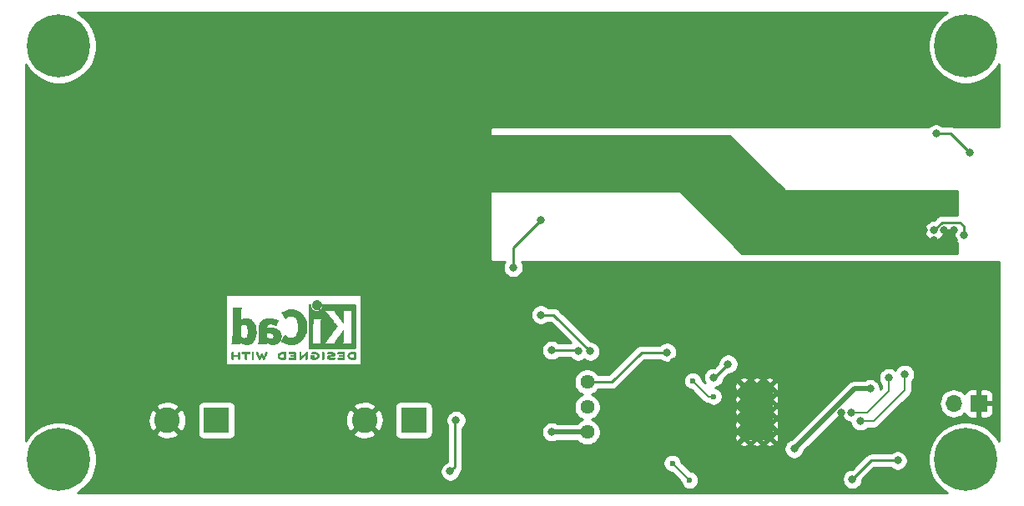
<source format=gbr>
G04 #@! TF.GenerationSoftware,KiCad,Pcbnew,(5.1.0-386-g9f189ca71)*
G04 #@! TF.CreationDate,2019-05-02T08:15:31+02:00*
G04 #@! TF.ProjectId,sepic,73657069-632e-46b6-9963-61645f706362,rev?*
G04 #@! TF.SameCoordinates,Original*
G04 #@! TF.FileFunction,Copper,L2,Bot*
G04 #@! TF.FilePolarity,Positive*
%FSLAX46Y46*%
G04 Gerber Fmt 4.6, Leading zero omitted, Abs format (unit mm)*
G04 Created by KiCad (PCBNEW (5.1.0-386-g9f189ca71)) date 2019-05-02 08:15:31*
%MOMM*%
%LPD*%
G04 APERTURE LIST*
%ADD10C,0.010000*%
%ADD11C,2.600000*%
%ADD12R,2.600000X2.600000*%
%ADD13C,6.400000*%
%ADD14C,1.440000*%
%ADD15O,1.700000X1.700000*%
%ADD16R,1.700000X1.700000*%
%ADD17C,0.150000*%
%ADD18C,3.200000*%
%ADD19C,0.600000*%
%ADD20C,0.800000*%
%ADD21C,0.254000*%
%ADD22C,0.500000*%
%ADD23C,0.203200*%
G04 APERTURE END LIST*
D10*
G36*
X158571177Y-97074533D02*
G01*
X158539798Y-97096776D01*
X158512089Y-97124485D01*
X158512089Y-97433920D01*
X158512162Y-97525799D01*
X158512505Y-97597840D01*
X158513308Y-97652780D01*
X158514759Y-97693360D01*
X158517048Y-97722317D01*
X158520364Y-97742391D01*
X158524895Y-97756321D01*
X158530831Y-97766845D01*
X158535486Y-97773100D01*
X158566217Y-97797673D01*
X158601504Y-97800341D01*
X158633755Y-97785271D01*
X158644412Y-97776374D01*
X158651536Y-97764557D01*
X158655833Y-97745526D01*
X158658009Y-97714992D01*
X158658772Y-97668662D01*
X158658845Y-97632871D01*
X158658845Y-97498045D01*
X159155556Y-97498045D01*
X159155556Y-97620700D01*
X159156069Y-97676787D01*
X159158124Y-97715333D01*
X159162492Y-97741361D01*
X159169944Y-97759897D01*
X159178953Y-97773100D01*
X159209856Y-97797604D01*
X159244804Y-97800506D01*
X159278262Y-97783089D01*
X159287396Y-97773959D01*
X159293848Y-97761855D01*
X159298103Y-97743001D01*
X159300648Y-97713620D01*
X159301971Y-97669937D01*
X159302557Y-97608175D01*
X159302625Y-97594000D01*
X159303109Y-97477631D01*
X159303359Y-97381727D01*
X159303277Y-97304177D01*
X159302769Y-97242869D01*
X159301738Y-97195690D01*
X159300087Y-97160530D01*
X159297721Y-97135276D01*
X159294543Y-97117817D01*
X159290456Y-97106041D01*
X159285366Y-97097835D01*
X159279734Y-97091645D01*
X159247872Y-97071844D01*
X159214643Y-97074533D01*
X159183265Y-97096776D01*
X159170567Y-97111126D01*
X159162474Y-97126978D01*
X159157958Y-97149554D01*
X159155994Y-97184078D01*
X159155556Y-97235776D01*
X159155556Y-97351289D01*
X158658845Y-97351289D01*
X158658845Y-97232756D01*
X158658338Y-97178148D01*
X158656302Y-97141275D01*
X158651965Y-97117307D01*
X158644553Y-97101415D01*
X158636267Y-97091645D01*
X158604406Y-97071844D01*
X158571177Y-97074533D01*
X158571177Y-97074533D01*
G37*
X158571177Y-97074533D02*
X158539798Y-97096776D01*
X158512089Y-97124485D01*
X158512089Y-97433920D01*
X158512162Y-97525799D01*
X158512505Y-97597840D01*
X158513308Y-97652780D01*
X158514759Y-97693360D01*
X158517048Y-97722317D01*
X158520364Y-97742391D01*
X158524895Y-97756321D01*
X158530831Y-97766845D01*
X158535486Y-97773100D01*
X158566217Y-97797673D01*
X158601504Y-97800341D01*
X158633755Y-97785271D01*
X158644412Y-97776374D01*
X158651536Y-97764557D01*
X158655833Y-97745526D01*
X158658009Y-97714992D01*
X158658772Y-97668662D01*
X158658845Y-97632871D01*
X158658845Y-97498045D01*
X159155556Y-97498045D01*
X159155556Y-97620700D01*
X159156069Y-97676787D01*
X159158124Y-97715333D01*
X159162492Y-97741361D01*
X159169944Y-97759897D01*
X159178953Y-97773100D01*
X159209856Y-97797604D01*
X159244804Y-97800506D01*
X159278262Y-97783089D01*
X159287396Y-97773959D01*
X159293848Y-97761855D01*
X159298103Y-97743001D01*
X159300648Y-97713620D01*
X159301971Y-97669937D01*
X159302557Y-97608175D01*
X159302625Y-97594000D01*
X159303109Y-97477631D01*
X159303359Y-97381727D01*
X159303277Y-97304177D01*
X159302769Y-97242869D01*
X159301738Y-97195690D01*
X159300087Y-97160530D01*
X159297721Y-97135276D01*
X159294543Y-97117817D01*
X159290456Y-97106041D01*
X159285366Y-97097835D01*
X159279734Y-97091645D01*
X159247872Y-97071844D01*
X159214643Y-97074533D01*
X159183265Y-97096776D01*
X159170567Y-97111126D01*
X159162474Y-97126978D01*
X159157958Y-97149554D01*
X159155994Y-97184078D01*
X159155556Y-97235776D01*
X159155556Y-97351289D01*
X158658845Y-97351289D01*
X158658845Y-97232756D01*
X158658338Y-97178148D01*
X158656302Y-97141275D01*
X158651965Y-97117307D01*
X158644553Y-97101415D01*
X158636267Y-97091645D01*
X158604406Y-97071844D01*
X158571177Y-97074533D01*
G36*
X159836935Y-97069163D02*
G01*
X159758228Y-97069542D01*
X159697137Y-97070333D01*
X159651183Y-97071670D01*
X159617886Y-97073683D01*
X159594764Y-97076506D01*
X159579338Y-97080269D01*
X159569129Y-97085105D01*
X159564187Y-97088822D01*
X159538543Y-97121358D01*
X159535441Y-97155138D01*
X159551289Y-97185826D01*
X159561652Y-97198089D01*
X159572804Y-97206450D01*
X159588965Y-97211657D01*
X159614358Y-97214457D01*
X159653202Y-97215596D01*
X159709720Y-97215821D01*
X159720820Y-97215822D01*
X159866756Y-97215822D01*
X159866756Y-97486756D01*
X159866852Y-97572154D01*
X159867289Y-97637864D01*
X159868288Y-97686774D01*
X159870072Y-97721773D01*
X159872863Y-97745749D01*
X159876883Y-97761593D01*
X159882355Y-97772191D01*
X159889334Y-97780267D01*
X159922266Y-97800112D01*
X159956646Y-97798548D01*
X159987824Y-97775906D01*
X159990114Y-97773100D01*
X159997571Y-97762492D01*
X160003253Y-97750081D01*
X160007399Y-97732850D01*
X160010250Y-97707784D01*
X160012046Y-97671867D01*
X160013028Y-97622083D01*
X160013436Y-97555417D01*
X160013511Y-97479589D01*
X160013511Y-97215822D01*
X160152873Y-97215822D01*
X160212678Y-97215418D01*
X160254082Y-97213840D01*
X160281252Y-97210547D01*
X160298354Y-97204992D01*
X160309557Y-97196631D01*
X160310917Y-97195178D01*
X160327275Y-97161939D01*
X160325828Y-97124362D01*
X160307022Y-97091645D01*
X160299750Y-97085298D01*
X160290373Y-97080266D01*
X160276391Y-97076396D01*
X160255304Y-97073537D01*
X160224611Y-97071535D01*
X160181811Y-97070239D01*
X160124405Y-97069498D01*
X160049890Y-97069158D01*
X159955767Y-97069068D01*
X159935740Y-97069067D01*
X159836935Y-97069163D01*
X159836935Y-97069163D01*
G37*
X159836935Y-97069163D02*
X159758228Y-97069542D01*
X159697137Y-97070333D01*
X159651183Y-97071670D01*
X159617886Y-97073683D01*
X159594764Y-97076506D01*
X159579338Y-97080269D01*
X159569129Y-97085105D01*
X159564187Y-97088822D01*
X159538543Y-97121358D01*
X159535441Y-97155138D01*
X159551289Y-97185826D01*
X159561652Y-97198089D01*
X159572804Y-97206450D01*
X159588965Y-97211657D01*
X159614358Y-97214457D01*
X159653202Y-97215596D01*
X159709720Y-97215821D01*
X159720820Y-97215822D01*
X159866756Y-97215822D01*
X159866756Y-97486756D01*
X159866852Y-97572154D01*
X159867289Y-97637864D01*
X159868288Y-97686774D01*
X159870072Y-97721773D01*
X159872863Y-97745749D01*
X159876883Y-97761593D01*
X159882355Y-97772191D01*
X159889334Y-97780267D01*
X159922266Y-97800112D01*
X159956646Y-97798548D01*
X159987824Y-97775906D01*
X159990114Y-97773100D01*
X159997571Y-97762492D01*
X160003253Y-97750081D01*
X160007399Y-97732850D01*
X160010250Y-97707784D01*
X160012046Y-97671867D01*
X160013028Y-97622083D01*
X160013436Y-97555417D01*
X160013511Y-97479589D01*
X160013511Y-97215822D01*
X160152873Y-97215822D01*
X160212678Y-97215418D01*
X160254082Y-97213840D01*
X160281252Y-97210547D01*
X160298354Y-97204992D01*
X160309557Y-97196631D01*
X160310917Y-97195178D01*
X160327275Y-97161939D01*
X160325828Y-97124362D01*
X160307022Y-97091645D01*
X160299750Y-97085298D01*
X160290373Y-97080266D01*
X160276391Y-97076396D01*
X160255304Y-97073537D01*
X160224611Y-97071535D01*
X160181811Y-97070239D01*
X160124405Y-97069498D01*
X160049890Y-97069158D01*
X159955767Y-97069068D01*
X159935740Y-97069067D01*
X159836935Y-97069163D01*
G36*
X160611386Y-97075877D02*
G01*
X160587673Y-97090647D01*
X160561022Y-97112227D01*
X160561022Y-97433773D01*
X160561107Y-97527830D01*
X160561471Y-97601932D01*
X160562276Y-97658704D01*
X160563687Y-97700768D01*
X160565867Y-97730748D01*
X160568979Y-97751267D01*
X160573186Y-97764949D01*
X160578652Y-97774416D01*
X160582528Y-97779082D01*
X160613966Y-97799575D01*
X160649767Y-97798739D01*
X160681127Y-97781264D01*
X160707778Y-97759684D01*
X160707778Y-97112227D01*
X160681127Y-97090647D01*
X160655406Y-97074949D01*
X160634400Y-97069067D01*
X160611386Y-97075877D01*
X160611386Y-97075877D01*
G37*
X160611386Y-97075877D02*
X160587673Y-97090647D01*
X160561022Y-97112227D01*
X160561022Y-97433773D01*
X160561107Y-97527830D01*
X160561471Y-97601932D01*
X160562276Y-97658704D01*
X160563687Y-97700768D01*
X160565867Y-97730748D01*
X160568979Y-97751267D01*
X160573186Y-97764949D01*
X160578652Y-97774416D01*
X160582528Y-97779082D01*
X160613966Y-97799575D01*
X160649767Y-97798739D01*
X160681127Y-97781264D01*
X160707778Y-97759684D01*
X160707778Y-97112227D01*
X160681127Y-97090647D01*
X160655406Y-97074949D01*
X160634400Y-97069067D01*
X160611386Y-97075877D01*
G36*
X161055335Y-97071034D02*
G01*
X161035745Y-97078035D01*
X161034990Y-97078377D01*
X161008387Y-97098678D01*
X160993730Y-97119561D01*
X160990862Y-97129352D01*
X160991004Y-97142361D01*
X160995039Y-97160895D01*
X161003854Y-97187257D01*
X161018331Y-97223752D01*
X161039355Y-97272687D01*
X161067812Y-97336365D01*
X161104585Y-97417093D01*
X161124825Y-97461216D01*
X161161375Y-97539985D01*
X161195685Y-97612423D01*
X161226448Y-97675880D01*
X161252352Y-97727708D01*
X161272090Y-97765259D01*
X161284350Y-97785884D01*
X161286776Y-97788733D01*
X161317817Y-97801302D01*
X161352879Y-97799619D01*
X161381000Y-97784332D01*
X161382146Y-97783089D01*
X161393332Y-97766154D01*
X161412096Y-97733170D01*
X161436125Y-97688380D01*
X161463103Y-97636032D01*
X161472799Y-97616742D01*
X161545986Y-97470150D01*
X161625760Y-97629393D01*
X161654233Y-97684415D01*
X161680650Y-97732132D01*
X161702852Y-97768893D01*
X161718681Y-97791044D01*
X161724046Y-97795741D01*
X161765743Y-97802102D01*
X161800151Y-97788733D01*
X161810272Y-97774446D01*
X161827786Y-97742692D01*
X161851265Y-97696597D01*
X161879280Y-97639285D01*
X161910401Y-97573880D01*
X161943201Y-97503507D01*
X161976250Y-97431291D01*
X162008119Y-97360355D01*
X162037381Y-97293825D01*
X162062605Y-97234826D01*
X162082364Y-97186481D01*
X162095228Y-97151915D01*
X162099769Y-97134253D01*
X162099723Y-97133613D01*
X162088674Y-97111388D01*
X162066590Y-97088753D01*
X162065290Y-97087768D01*
X162038147Y-97072425D01*
X162013042Y-97072574D01*
X162003632Y-97075466D01*
X161992166Y-97081718D01*
X161979990Y-97094014D01*
X161965643Y-97114908D01*
X161947664Y-97146949D01*
X161924593Y-97192688D01*
X161894970Y-97254677D01*
X161868255Y-97311898D01*
X161837520Y-97378226D01*
X161809979Y-97437874D01*
X161787062Y-97487725D01*
X161770202Y-97524664D01*
X161760827Y-97545573D01*
X161759460Y-97548845D01*
X161753311Y-97543497D01*
X161739178Y-97521109D01*
X161718943Y-97484946D01*
X161694485Y-97438277D01*
X161684752Y-97419022D01*
X161651783Y-97354004D01*
X161626357Y-97306654D01*
X161606388Y-97274219D01*
X161589790Y-97253946D01*
X161574476Y-97243082D01*
X161558360Y-97238875D01*
X161547857Y-97238400D01*
X161529330Y-97240042D01*
X161513096Y-97246831D01*
X161496965Y-97261566D01*
X161478749Y-97287044D01*
X161456261Y-97326061D01*
X161427311Y-97381414D01*
X161411338Y-97412903D01*
X161385430Y-97463087D01*
X161362833Y-97504704D01*
X161345542Y-97534242D01*
X161335550Y-97548189D01*
X161334191Y-97548770D01*
X161327739Y-97537793D01*
X161313292Y-97509290D01*
X161292297Y-97466244D01*
X161266203Y-97411638D01*
X161236454Y-97348454D01*
X161221820Y-97317071D01*
X161183750Y-97236078D01*
X161153095Y-97173756D01*
X161128263Y-97128071D01*
X161107663Y-97096989D01*
X161089702Y-97078478D01*
X161072790Y-97070504D01*
X161055335Y-97071034D01*
X161055335Y-97071034D01*
G37*
X161055335Y-97071034D02*
X161035745Y-97078035D01*
X161034990Y-97078377D01*
X161008387Y-97098678D01*
X160993730Y-97119561D01*
X160990862Y-97129352D01*
X160991004Y-97142361D01*
X160995039Y-97160895D01*
X161003854Y-97187257D01*
X161018331Y-97223752D01*
X161039355Y-97272687D01*
X161067812Y-97336365D01*
X161104585Y-97417093D01*
X161124825Y-97461216D01*
X161161375Y-97539985D01*
X161195685Y-97612423D01*
X161226448Y-97675880D01*
X161252352Y-97727708D01*
X161272090Y-97765259D01*
X161284350Y-97785884D01*
X161286776Y-97788733D01*
X161317817Y-97801302D01*
X161352879Y-97799619D01*
X161381000Y-97784332D01*
X161382146Y-97783089D01*
X161393332Y-97766154D01*
X161412096Y-97733170D01*
X161436125Y-97688380D01*
X161463103Y-97636032D01*
X161472799Y-97616742D01*
X161545986Y-97470150D01*
X161625760Y-97629393D01*
X161654233Y-97684415D01*
X161680650Y-97732132D01*
X161702852Y-97768893D01*
X161718681Y-97791044D01*
X161724046Y-97795741D01*
X161765743Y-97802102D01*
X161800151Y-97788733D01*
X161810272Y-97774446D01*
X161827786Y-97742692D01*
X161851265Y-97696597D01*
X161879280Y-97639285D01*
X161910401Y-97573880D01*
X161943201Y-97503507D01*
X161976250Y-97431291D01*
X162008119Y-97360355D01*
X162037381Y-97293825D01*
X162062605Y-97234826D01*
X162082364Y-97186481D01*
X162095228Y-97151915D01*
X162099769Y-97134253D01*
X162099723Y-97133613D01*
X162088674Y-97111388D01*
X162066590Y-97088753D01*
X162065290Y-97087768D01*
X162038147Y-97072425D01*
X162013042Y-97072574D01*
X162003632Y-97075466D01*
X161992166Y-97081718D01*
X161979990Y-97094014D01*
X161965643Y-97114908D01*
X161947664Y-97146949D01*
X161924593Y-97192688D01*
X161894970Y-97254677D01*
X161868255Y-97311898D01*
X161837520Y-97378226D01*
X161809979Y-97437874D01*
X161787062Y-97487725D01*
X161770202Y-97524664D01*
X161760827Y-97545573D01*
X161759460Y-97548845D01*
X161753311Y-97543497D01*
X161739178Y-97521109D01*
X161718943Y-97484946D01*
X161694485Y-97438277D01*
X161684752Y-97419022D01*
X161651783Y-97354004D01*
X161626357Y-97306654D01*
X161606388Y-97274219D01*
X161589790Y-97253946D01*
X161574476Y-97243082D01*
X161558360Y-97238875D01*
X161547857Y-97238400D01*
X161529330Y-97240042D01*
X161513096Y-97246831D01*
X161496965Y-97261566D01*
X161478749Y-97287044D01*
X161456261Y-97326061D01*
X161427311Y-97381414D01*
X161411338Y-97412903D01*
X161385430Y-97463087D01*
X161362833Y-97504704D01*
X161345542Y-97534242D01*
X161335550Y-97548189D01*
X161334191Y-97548770D01*
X161327739Y-97537793D01*
X161313292Y-97509290D01*
X161292297Y-97466244D01*
X161266203Y-97411638D01*
X161236454Y-97348454D01*
X161221820Y-97317071D01*
X161183750Y-97236078D01*
X161153095Y-97173756D01*
X161128263Y-97128071D01*
X161107663Y-97096989D01*
X161089702Y-97078478D01*
X161072790Y-97070504D01*
X161055335Y-97071034D01*
G36*
X163781691Y-97069275D02*
G01*
X163652712Y-97073636D01*
X163543009Y-97086861D01*
X163450774Y-97109741D01*
X163374198Y-97143070D01*
X163311473Y-97187638D01*
X163260788Y-97244236D01*
X163220337Y-97313658D01*
X163219541Y-97315351D01*
X163195399Y-97377483D01*
X163186797Y-97432509D01*
X163193769Y-97487887D01*
X163216346Y-97551073D01*
X163220628Y-97560689D01*
X163249828Y-97616966D01*
X163282644Y-97660451D01*
X163324998Y-97697417D01*
X163382810Y-97734135D01*
X163386169Y-97736052D01*
X163436496Y-97760227D01*
X163493379Y-97778282D01*
X163560473Y-97790839D01*
X163641435Y-97798522D01*
X163739918Y-97801953D01*
X163774714Y-97802251D01*
X163940406Y-97802845D01*
X163963803Y-97773100D01*
X163970743Y-97763319D01*
X163976158Y-97751897D01*
X163980235Y-97736095D01*
X163983163Y-97713175D01*
X163985133Y-97680396D01*
X163985775Y-97656089D01*
X163829156Y-97656089D01*
X163735274Y-97656089D01*
X163680336Y-97654483D01*
X163623940Y-97650255D01*
X163577655Y-97644292D01*
X163574861Y-97643790D01*
X163492652Y-97621736D01*
X163428886Y-97588600D01*
X163381548Y-97542847D01*
X163348618Y-97482939D01*
X163342892Y-97467061D01*
X163337279Y-97442333D01*
X163339709Y-97417902D01*
X163351533Y-97385400D01*
X163358660Y-97369434D01*
X163382000Y-97327006D01*
X163410120Y-97297240D01*
X163441060Y-97276511D01*
X163503034Y-97249537D01*
X163582349Y-97229998D01*
X163674747Y-97218746D01*
X163741667Y-97216270D01*
X163829156Y-97215822D01*
X163829156Y-97656089D01*
X163985775Y-97656089D01*
X163986332Y-97635021D01*
X163986950Y-97574311D01*
X163987175Y-97495526D01*
X163987200Y-97433920D01*
X163987200Y-97124485D01*
X163959491Y-97096776D01*
X163947194Y-97085544D01*
X163933897Y-97077853D01*
X163915328Y-97073040D01*
X163887214Y-97070446D01*
X163845283Y-97069410D01*
X163785263Y-97069270D01*
X163781691Y-97069275D01*
X163781691Y-97069275D01*
G37*
X163781691Y-97069275D02*
X163652712Y-97073636D01*
X163543009Y-97086861D01*
X163450774Y-97109741D01*
X163374198Y-97143070D01*
X163311473Y-97187638D01*
X163260788Y-97244236D01*
X163220337Y-97313658D01*
X163219541Y-97315351D01*
X163195399Y-97377483D01*
X163186797Y-97432509D01*
X163193769Y-97487887D01*
X163216346Y-97551073D01*
X163220628Y-97560689D01*
X163249828Y-97616966D01*
X163282644Y-97660451D01*
X163324998Y-97697417D01*
X163382810Y-97734135D01*
X163386169Y-97736052D01*
X163436496Y-97760227D01*
X163493379Y-97778282D01*
X163560473Y-97790839D01*
X163641435Y-97798522D01*
X163739918Y-97801953D01*
X163774714Y-97802251D01*
X163940406Y-97802845D01*
X163963803Y-97773100D01*
X163970743Y-97763319D01*
X163976158Y-97751897D01*
X163980235Y-97736095D01*
X163983163Y-97713175D01*
X163985133Y-97680396D01*
X163985775Y-97656089D01*
X163829156Y-97656089D01*
X163735274Y-97656089D01*
X163680336Y-97654483D01*
X163623940Y-97650255D01*
X163577655Y-97644292D01*
X163574861Y-97643790D01*
X163492652Y-97621736D01*
X163428886Y-97588600D01*
X163381548Y-97542847D01*
X163348618Y-97482939D01*
X163342892Y-97467061D01*
X163337279Y-97442333D01*
X163339709Y-97417902D01*
X163351533Y-97385400D01*
X163358660Y-97369434D01*
X163382000Y-97327006D01*
X163410120Y-97297240D01*
X163441060Y-97276511D01*
X163503034Y-97249537D01*
X163582349Y-97229998D01*
X163674747Y-97218746D01*
X163741667Y-97216270D01*
X163829156Y-97215822D01*
X163829156Y-97656089D01*
X163985775Y-97656089D01*
X163986332Y-97635021D01*
X163986950Y-97574311D01*
X163987175Y-97495526D01*
X163987200Y-97433920D01*
X163987200Y-97124485D01*
X163959491Y-97096776D01*
X163947194Y-97085544D01*
X163933897Y-97077853D01*
X163915328Y-97073040D01*
X163887214Y-97070446D01*
X163845283Y-97069410D01*
X163785263Y-97069270D01*
X163781691Y-97069275D01*
G36*
X164569657Y-97069260D02*
G01*
X164493299Y-97070174D01*
X164434783Y-97072311D01*
X164391745Y-97076175D01*
X164361817Y-97082267D01*
X164342632Y-97091090D01*
X164331824Y-97103146D01*
X164327027Y-97118939D01*
X164325873Y-97138970D01*
X164325867Y-97141335D01*
X164326869Y-97163992D01*
X164331604Y-97181503D01*
X164342667Y-97194574D01*
X164362652Y-97203913D01*
X164394154Y-97210227D01*
X164439768Y-97214222D01*
X164502087Y-97216606D01*
X164583707Y-97218086D01*
X164608723Y-97218414D01*
X164850800Y-97221467D01*
X164854186Y-97286378D01*
X164857571Y-97351289D01*
X164689424Y-97351289D01*
X164623734Y-97351531D01*
X164576828Y-97352556D01*
X164544917Y-97354811D01*
X164524209Y-97358742D01*
X164510916Y-97364798D01*
X164501245Y-97373424D01*
X164501183Y-97373493D01*
X164483644Y-97407112D01*
X164484278Y-97443448D01*
X164502686Y-97474423D01*
X164506329Y-97477607D01*
X164519259Y-97485812D01*
X164536976Y-97491521D01*
X164563430Y-97495162D01*
X164602568Y-97497167D01*
X164658338Y-97497964D01*
X164694006Y-97498045D01*
X164856445Y-97498045D01*
X164856445Y-97656089D01*
X164609839Y-97656089D01*
X164528420Y-97656231D01*
X164466590Y-97656814D01*
X164421363Y-97658068D01*
X164389752Y-97660227D01*
X164368769Y-97663523D01*
X164355427Y-97668189D01*
X164346739Y-97674457D01*
X164344550Y-97676733D01*
X164328386Y-97708280D01*
X164327203Y-97744168D01*
X164340464Y-97775285D01*
X164350957Y-97785271D01*
X164361871Y-97790769D01*
X164378783Y-97795022D01*
X164404367Y-97798180D01*
X164441299Y-97800392D01*
X164492254Y-97801806D01*
X164559906Y-97802572D01*
X164646931Y-97802838D01*
X164666606Y-97802845D01*
X164755089Y-97802787D01*
X164823773Y-97802467D01*
X164875436Y-97801667D01*
X164912855Y-97800167D01*
X164938810Y-97797749D01*
X164956078Y-97794194D01*
X164967438Y-97789282D01*
X164975668Y-97782795D01*
X164980183Y-97778138D01*
X164986979Y-97769889D01*
X164992288Y-97759669D01*
X164996294Y-97744800D01*
X164999179Y-97722602D01*
X165001126Y-97690393D01*
X165002319Y-97645496D01*
X165002939Y-97585228D01*
X165003171Y-97506911D01*
X165003200Y-97440994D01*
X165003129Y-97348628D01*
X165002792Y-97276117D01*
X165002002Y-97220737D01*
X165000574Y-97179765D01*
X164998321Y-97150478D01*
X164995057Y-97130153D01*
X164990596Y-97116066D01*
X164984752Y-97105495D01*
X164979803Y-97098811D01*
X164956406Y-97069067D01*
X164666226Y-97069067D01*
X164569657Y-97069260D01*
X164569657Y-97069260D01*
G37*
X164569657Y-97069260D02*
X164493299Y-97070174D01*
X164434783Y-97072311D01*
X164391745Y-97076175D01*
X164361817Y-97082267D01*
X164342632Y-97091090D01*
X164331824Y-97103146D01*
X164327027Y-97118939D01*
X164325873Y-97138970D01*
X164325867Y-97141335D01*
X164326869Y-97163992D01*
X164331604Y-97181503D01*
X164342667Y-97194574D01*
X164362652Y-97203913D01*
X164394154Y-97210227D01*
X164439768Y-97214222D01*
X164502087Y-97216606D01*
X164583707Y-97218086D01*
X164608723Y-97218414D01*
X164850800Y-97221467D01*
X164854186Y-97286378D01*
X164857571Y-97351289D01*
X164689424Y-97351289D01*
X164623734Y-97351531D01*
X164576828Y-97352556D01*
X164544917Y-97354811D01*
X164524209Y-97358742D01*
X164510916Y-97364798D01*
X164501245Y-97373424D01*
X164501183Y-97373493D01*
X164483644Y-97407112D01*
X164484278Y-97443448D01*
X164502686Y-97474423D01*
X164506329Y-97477607D01*
X164519259Y-97485812D01*
X164536976Y-97491521D01*
X164563430Y-97495162D01*
X164602568Y-97497167D01*
X164658338Y-97497964D01*
X164694006Y-97498045D01*
X164856445Y-97498045D01*
X164856445Y-97656089D01*
X164609839Y-97656089D01*
X164528420Y-97656231D01*
X164466590Y-97656814D01*
X164421363Y-97658068D01*
X164389752Y-97660227D01*
X164368769Y-97663523D01*
X164355427Y-97668189D01*
X164346739Y-97674457D01*
X164344550Y-97676733D01*
X164328386Y-97708280D01*
X164327203Y-97744168D01*
X164340464Y-97775285D01*
X164350957Y-97785271D01*
X164361871Y-97790769D01*
X164378783Y-97795022D01*
X164404367Y-97798180D01*
X164441299Y-97800392D01*
X164492254Y-97801806D01*
X164559906Y-97802572D01*
X164646931Y-97802838D01*
X164666606Y-97802845D01*
X164755089Y-97802787D01*
X164823773Y-97802467D01*
X164875436Y-97801667D01*
X164912855Y-97800167D01*
X164938810Y-97797749D01*
X164956078Y-97794194D01*
X164967438Y-97789282D01*
X164975668Y-97782795D01*
X164980183Y-97778138D01*
X164986979Y-97769889D01*
X164992288Y-97759669D01*
X164996294Y-97744800D01*
X164999179Y-97722602D01*
X165001126Y-97690393D01*
X165002319Y-97645496D01*
X165002939Y-97585228D01*
X165003171Y-97506911D01*
X165003200Y-97440994D01*
X165003129Y-97348628D01*
X165002792Y-97276117D01*
X165002002Y-97220737D01*
X165000574Y-97179765D01*
X164998321Y-97150478D01*
X164995057Y-97130153D01*
X164990596Y-97116066D01*
X164984752Y-97105495D01*
X164979803Y-97098811D01*
X164956406Y-97069067D01*
X164666226Y-97069067D01*
X164569657Y-97069260D01*
G36*
X166100114Y-97073448D02*
G01*
X166076548Y-97087273D01*
X166045735Y-97109881D01*
X166006078Y-97142338D01*
X165955980Y-97185708D01*
X165893843Y-97241058D01*
X165818072Y-97309451D01*
X165731334Y-97388084D01*
X165550711Y-97551878D01*
X165545067Y-97332029D01*
X165543029Y-97256351D01*
X165541063Y-97199994D01*
X165538734Y-97159706D01*
X165535606Y-97132235D01*
X165531245Y-97114329D01*
X165525216Y-97102737D01*
X165517084Y-97094208D01*
X165512772Y-97090623D01*
X165478241Y-97071670D01*
X165445383Y-97074441D01*
X165419318Y-97090633D01*
X165392667Y-97112199D01*
X165389352Y-97427151D01*
X165388435Y-97519779D01*
X165387968Y-97592544D01*
X165388113Y-97648161D01*
X165389032Y-97689342D01*
X165390887Y-97718803D01*
X165393839Y-97739255D01*
X165398050Y-97753413D01*
X165403682Y-97763991D01*
X165409927Y-97772474D01*
X165423439Y-97788207D01*
X165436883Y-97798636D01*
X165452124Y-97802639D01*
X165471026Y-97799094D01*
X165495455Y-97786879D01*
X165527273Y-97764871D01*
X165568348Y-97731949D01*
X165620542Y-97686991D01*
X165685722Y-97628875D01*
X165759556Y-97562099D01*
X166024845Y-97321458D01*
X166030489Y-97540589D01*
X166032531Y-97616128D01*
X166034502Y-97672354D01*
X166036839Y-97712524D01*
X166039981Y-97739896D01*
X166044364Y-97757728D01*
X166050424Y-97769279D01*
X166058600Y-97777807D01*
X166062784Y-97781282D01*
X166099765Y-97800372D01*
X166134708Y-97797493D01*
X166165136Y-97773100D01*
X166172097Y-97763286D01*
X166177523Y-97751826D01*
X166181603Y-97735968D01*
X166184529Y-97712963D01*
X166186492Y-97680062D01*
X166187683Y-97634516D01*
X166188292Y-97573573D01*
X166188511Y-97494486D01*
X166188534Y-97435956D01*
X166188460Y-97344407D01*
X166188113Y-97272687D01*
X166187301Y-97218045D01*
X166185833Y-97177732D01*
X166183519Y-97148998D01*
X166180167Y-97129093D01*
X166175588Y-97115268D01*
X166169589Y-97104772D01*
X166165136Y-97098811D01*
X166153850Y-97084691D01*
X166143301Y-97074029D01*
X166131893Y-97067892D01*
X166118030Y-97067343D01*
X166100114Y-97073448D01*
X166100114Y-97073448D01*
G37*
X166100114Y-97073448D02*
X166076548Y-97087273D01*
X166045735Y-97109881D01*
X166006078Y-97142338D01*
X165955980Y-97185708D01*
X165893843Y-97241058D01*
X165818072Y-97309451D01*
X165731334Y-97388084D01*
X165550711Y-97551878D01*
X165545067Y-97332029D01*
X165543029Y-97256351D01*
X165541063Y-97199994D01*
X165538734Y-97159706D01*
X165535606Y-97132235D01*
X165531245Y-97114329D01*
X165525216Y-97102737D01*
X165517084Y-97094208D01*
X165512772Y-97090623D01*
X165478241Y-97071670D01*
X165445383Y-97074441D01*
X165419318Y-97090633D01*
X165392667Y-97112199D01*
X165389352Y-97427151D01*
X165388435Y-97519779D01*
X165387968Y-97592544D01*
X165388113Y-97648161D01*
X165389032Y-97689342D01*
X165390887Y-97718803D01*
X165393839Y-97739255D01*
X165398050Y-97753413D01*
X165403682Y-97763991D01*
X165409927Y-97772474D01*
X165423439Y-97788207D01*
X165436883Y-97798636D01*
X165452124Y-97802639D01*
X165471026Y-97799094D01*
X165495455Y-97786879D01*
X165527273Y-97764871D01*
X165568348Y-97731949D01*
X165620542Y-97686991D01*
X165685722Y-97628875D01*
X165759556Y-97562099D01*
X166024845Y-97321458D01*
X166030489Y-97540589D01*
X166032531Y-97616128D01*
X166034502Y-97672354D01*
X166036839Y-97712524D01*
X166039981Y-97739896D01*
X166044364Y-97757728D01*
X166050424Y-97769279D01*
X166058600Y-97777807D01*
X166062784Y-97781282D01*
X166099765Y-97800372D01*
X166134708Y-97797493D01*
X166165136Y-97773100D01*
X166172097Y-97763286D01*
X166177523Y-97751826D01*
X166181603Y-97735968D01*
X166184529Y-97712963D01*
X166186492Y-97680062D01*
X166187683Y-97634516D01*
X166188292Y-97573573D01*
X166188511Y-97494486D01*
X166188534Y-97435956D01*
X166188460Y-97344407D01*
X166188113Y-97272687D01*
X166187301Y-97218045D01*
X166185833Y-97177732D01*
X166183519Y-97148998D01*
X166180167Y-97129093D01*
X166175588Y-97115268D01*
X166169589Y-97104772D01*
X166165136Y-97098811D01*
X166153850Y-97084691D01*
X166143301Y-97074029D01*
X166131893Y-97067892D01*
X166118030Y-97067343D01*
X166100114Y-97073448D01*
G36*
X166750081Y-97074599D02*
G01*
X166681565Y-97086095D01*
X166628943Y-97103967D01*
X166594708Y-97127499D01*
X166585379Y-97140924D01*
X166575893Y-97172148D01*
X166582277Y-97200395D01*
X166602430Y-97227182D01*
X166633745Y-97239713D01*
X166679183Y-97238696D01*
X166714326Y-97231906D01*
X166792419Y-97218971D01*
X166872226Y-97217742D01*
X166961555Y-97228241D01*
X166986229Y-97232690D01*
X167069291Y-97256108D01*
X167134273Y-97290945D01*
X167180461Y-97336604D01*
X167207145Y-97392494D01*
X167212663Y-97421388D01*
X167209051Y-97480012D01*
X167185729Y-97531879D01*
X167144824Y-97575978D01*
X167088459Y-97611299D01*
X167018760Y-97636829D01*
X166937852Y-97651559D01*
X166847860Y-97654478D01*
X166750910Y-97644575D01*
X166745436Y-97643641D01*
X166706875Y-97636459D01*
X166685494Y-97629521D01*
X166676227Y-97619227D01*
X166674006Y-97601976D01*
X166673956Y-97592841D01*
X166673956Y-97554489D01*
X166742431Y-97554489D01*
X166802900Y-97550347D01*
X166844165Y-97537147D01*
X166868175Y-97513730D01*
X166876877Y-97478936D01*
X166876983Y-97474394D01*
X166871892Y-97444654D01*
X166854433Y-97423419D01*
X166821939Y-97409366D01*
X166771743Y-97401173D01*
X166723123Y-97398161D01*
X166652456Y-97396433D01*
X166601198Y-97399070D01*
X166566239Y-97408800D01*
X166544470Y-97428353D01*
X166532780Y-97460456D01*
X166528060Y-97507838D01*
X166527200Y-97570071D01*
X166528609Y-97639535D01*
X166532848Y-97686786D01*
X166539936Y-97712012D01*
X166541311Y-97713988D01*
X166580228Y-97745508D01*
X166637286Y-97770470D01*
X166708869Y-97788340D01*
X166791358Y-97798586D01*
X166881139Y-97800673D01*
X166974592Y-97794068D01*
X167029556Y-97785956D01*
X167115766Y-97761554D01*
X167195892Y-97721662D01*
X167262977Y-97669887D01*
X167273173Y-97659539D01*
X167306302Y-97616035D01*
X167336194Y-97562118D01*
X167359357Y-97505592D01*
X167372298Y-97454259D01*
X167373858Y-97434544D01*
X167367218Y-97393419D01*
X167349568Y-97342252D01*
X167324297Y-97288394D01*
X167294789Y-97239195D01*
X167268719Y-97206334D01*
X167207765Y-97157452D01*
X167128969Y-97118545D01*
X167035157Y-97090494D01*
X166929150Y-97074179D01*
X166832000Y-97070192D01*
X166750081Y-97074599D01*
X166750081Y-97074599D01*
G37*
X166750081Y-97074599D02*
X166681565Y-97086095D01*
X166628943Y-97103967D01*
X166594708Y-97127499D01*
X166585379Y-97140924D01*
X166575893Y-97172148D01*
X166582277Y-97200395D01*
X166602430Y-97227182D01*
X166633745Y-97239713D01*
X166679183Y-97238696D01*
X166714326Y-97231906D01*
X166792419Y-97218971D01*
X166872226Y-97217742D01*
X166961555Y-97228241D01*
X166986229Y-97232690D01*
X167069291Y-97256108D01*
X167134273Y-97290945D01*
X167180461Y-97336604D01*
X167207145Y-97392494D01*
X167212663Y-97421388D01*
X167209051Y-97480012D01*
X167185729Y-97531879D01*
X167144824Y-97575978D01*
X167088459Y-97611299D01*
X167018760Y-97636829D01*
X166937852Y-97651559D01*
X166847860Y-97654478D01*
X166750910Y-97644575D01*
X166745436Y-97643641D01*
X166706875Y-97636459D01*
X166685494Y-97629521D01*
X166676227Y-97619227D01*
X166674006Y-97601976D01*
X166673956Y-97592841D01*
X166673956Y-97554489D01*
X166742431Y-97554489D01*
X166802900Y-97550347D01*
X166844165Y-97537147D01*
X166868175Y-97513730D01*
X166876877Y-97478936D01*
X166876983Y-97474394D01*
X166871892Y-97444654D01*
X166854433Y-97423419D01*
X166821939Y-97409366D01*
X166771743Y-97401173D01*
X166723123Y-97398161D01*
X166652456Y-97396433D01*
X166601198Y-97399070D01*
X166566239Y-97408800D01*
X166544470Y-97428353D01*
X166532780Y-97460456D01*
X166528060Y-97507838D01*
X166527200Y-97570071D01*
X166528609Y-97639535D01*
X166532848Y-97686786D01*
X166539936Y-97712012D01*
X166541311Y-97713988D01*
X166580228Y-97745508D01*
X166637286Y-97770470D01*
X166708869Y-97788340D01*
X166791358Y-97798586D01*
X166881139Y-97800673D01*
X166974592Y-97794068D01*
X167029556Y-97785956D01*
X167115766Y-97761554D01*
X167195892Y-97721662D01*
X167262977Y-97669887D01*
X167273173Y-97659539D01*
X167306302Y-97616035D01*
X167336194Y-97562118D01*
X167359357Y-97505592D01*
X167372298Y-97454259D01*
X167373858Y-97434544D01*
X167367218Y-97393419D01*
X167349568Y-97342252D01*
X167324297Y-97288394D01*
X167294789Y-97239195D01*
X167268719Y-97206334D01*
X167207765Y-97157452D01*
X167128969Y-97118545D01*
X167035157Y-97090494D01*
X166929150Y-97074179D01*
X166832000Y-97070192D01*
X166750081Y-97074599D01*
G36*
X167723822Y-97091645D02*
G01*
X167717242Y-97099218D01*
X167712079Y-97108987D01*
X167708164Y-97123571D01*
X167705324Y-97145585D01*
X167703387Y-97177648D01*
X167702183Y-97222375D01*
X167701539Y-97282385D01*
X167701284Y-97360294D01*
X167701245Y-97435956D01*
X167701314Y-97529802D01*
X167701638Y-97603689D01*
X167702386Y-97660232D01*
X167703732Y-97702049D01*
X167705846Y-97731757D01*
X167708900Y-97751973D01*
X167713066Y-97765314D01*
X167718516Y-97774398D01*
X167723822Y-97780267D01*
X167756826Y-97799947D01*
X167791991Y-97798181D01*
X167823455Y-97776717D01*
X167830684Y-97768337D01*
X167836334Y-97758614D01*
X167840599Y-97744861D01*
X167843673Y-97724389D01*
X167845752Y-97694512D01*
X167847030Y-97652541D01*
X167847701Y-97595789D01*
X167847959Y-97521567D01*
X167848000Y-97437537D01*
X167848000Y-97124485D01*
X167820291Y-97096776D01*
X167786137Y-97073463D01*
X167753006Y-97072623D01*
X167723822Y-97091645D01*
X167723822Y-97091645D01*
G37*
X167723822Y-97091645D02*
X167717242Y-97099218D01*
X167712079Y-97108987D01*
X167708164Y-97123571D01*
X167705324Y-97145585D01*
X167703387Y-97177648D01*
X167702183Y-97222375D01*
X167701539Y-97282385D01*
X167701284Y-97360294D01*
X167701245Y-97435956D01*
X167701314Y-97529802D01*
X167701638Y-97603689D01*
X167702386Y-97660232D01*
X167703732Y-97702049D01*
X167705846Y-97731757D01*
X167708900Y-97751973D01*
X167713066Y-97765314D01*
X167718516Y-97774398D01*
X167723822Y-97780267D01*
X167756826Y-97799947D01*
X167791991Y-97798181D01*
X167823455Y-97776717D01*
X167830684Y-97768337D01*
X167836334Y-97758614D01*
X167840599Y-97744861D01*
X167843673Y-97724389D01*
X167845752Y-97694512D01*
X167847030Y-97652541D01*
X167847701Y-97595789D01*
X167847959Y-97521567D01*
X167848000Y-97437537D01*
X167848000Y-97124485D01*
X167820291Y-97096776D01*
X167786137Y-97073463D01*
X167753006Y-97072623D01*
X167723822Y-97091645D01*
G36*
X168491703Y-97070351D02*
G01*
X168416888Y-97075581D01*
X168347306Y-97083750D01*
X168287002Y-97094550D01*
X168240020Y-97107673D01*
X168210406Y-97122813D01*
X168205860Y-97127269D01*
X168190054Y-97161850D01*
X168194847Y-97197351D01*
X168219364Y-97227725D01*
X168220534Y-97228596D01*
X168234954Y-97237954D01*
X168250008Y-97242876D01*
X168271005Y-97243473D01*
X168303257Y-97239861D01*
X168352073Y-97232154D01*
X168356000Y-97231505D01*
X168428739Y-97222569D01*
X168507217Y-97218161D01*
X168585927Y-97218119D01*
X168659361Y-97222279D01*
X168722011Y-97230479D01*
X168768370Y-97242557D01*
X168771416Y-97243771D01*
X168805048Y-97262615D01*
X168816864Y-97281685D01*
X168807614Y-97300439D01*
X168778047Y-97318337D01*
X168728911Y-97334837D01*
X168660957Y-97349396D01*
X168615645Y-97356406D01*
X168521456Y-97369889D01*
X168446544Y-97382214D01*
X168387717Y-97394449D01*
X168341785Y-97407661D01*
X168305555Y-97422917D01*
X168275838Y-97441285D01*
X168249442Y-97463831D01*
X168228230Y-97485971D01*
X168203065Y-97516819D01*
X168190681Y-97543345D01*
X168186808Y-97576026D01*
X168186667Y-97587995D01*
X168189576Y-97627712D01*
X168201202Y-97657259D01*
X168221323Y-97683486D01*
X168262216Y-97723576D01*
X168307817Y-97754149D01*
X168361513Y-97776203D01*
X168426692Y-97790735D01*
X168506744Y-97798741D01*
X168605057Y-97801218D01*
X168621289Y-97801177D01*
X168686849Y-97799818D01*
X168751866Y-97796730D01*
X168809252Y-97792356D01*
X168851922Y-97787140D01*
X168855372Y-97786541D01*
X168897796Y-97776491D01*
X168933780Y-97763796D01*
X168954150Y-97752190D01*
X168973107Y-97721572D01*
X168974427Y-97685918D01*
X168958085Y-97654144D01*
X168954429Y-97650551D01*
X168939315Y-97639876D01*
X168920415Y-97635276D01*
X168891162Y-97636059D01*
X168855651Y-97640127D01*
X168815970Y-97643762D01*
X168760345Y-97646828D01*
X168695406Y-97649053D01*
X168627785Y-97650164D01*
X168610000Y-97650237D01*
X168542128Y-97649964D01*
X168492454Y-97648646D01*
X168456610Y-97645827D01*
X168430224Y-97641050D01*
X168408926Y-97633857D01*
X168396126Y-97627867D01*
X168368000Y-97611233D01*
X168350068Y-97596168D01*
X168347447Y-97591897D01*
X168352976Y-97574263D01*
X168379260Y-97557192D01*
X168424478Y-97541458D01*
X168486808Y-97527838D01*
X168505171Y-97524804D01*
X168601090Y-97509738D01*
X168677641Y-97497146D01*
X168737780Y-97486111D01*
X168784460Y-97475720D01*
X168820637Y-97465056D01*
X168849265Y-97453205D01*
X168873298Y-97439251D01*
X168895692Y-97422281D01*
X168919402Y-97401378D01*
X168927380Y-97394049D01*
X168955353Y-97366699D01*
X168970160Y-97345029D01*
X168975952Y-97320232D01*
X168976889Y-97288983D01*
X168966575Y-97227705D01*
X168935752Y-97175640D01*
X168884595Y-97132958D01*
X168813283Y-97099825D01*
X168762400Y-97084964D01*
X168707100Y-97075366D01*
X168640853Y-97069936D01*
X168567706Y-97068367D01*
X168491703Y-97070351D01*
X168491703Y-97070351D01*
G37*
X168491703Y-97070351D02*
X168416888Y-97075581D01*
X168347306Y-97083750D01*
X168287002Y-97094550D01*
X168240020Y-97107673D01*
X168210406Y-97122813D01*
X168205860Y-97127269D01*
X168190054Y-97161850D01*
X168194847Y-97197351D01*
X168219364Y-97227725D01*
X168220534Y-97228596D01*
X168234954Y-97237954D01*
X168250008Y-97242876D01*
X168271005Y-97243473D01*
X168303257Y-97239861D01*
X168352073Y-97232154D01*
X168356000Y-97231505D01*
X168428739Y-97222569D01*
X168507217Y-97218161D01*
X168585927Y-97218119D01*
X168659361Y-97222279D01*
X168722011Y-97230479D01*
X168768370Y-97242557D01*
X168771416Y-97243771D01*
X168805048Y-97262615D01*
X168816864Y-97281685D01*
X168807614Y-97300439D01*
X168778047Y-97318337D01*
X168728911Y-97334837D01*
X168660957Y-97349396D01*
X168615645Y-97356406D01*
X168521456Y-97369889D01*
X168446544Y-97382214D01*
X168387717Y-97394449D01*
X168341785Y-97407661D01*
X168305555Y-97422917D01*
X168275838Y-97441285D01*
X168249442Y-97463831D01*
X168228230Y-97485971D01*
X168203065Y-97516819D01*
X168190681Y-97543345D01*
X168186808Y-97576026D01*
X168186667Y-97587995D01*
X168189576Y-97627712D01*
X168201202Y-97657259D01*
X168221323Y-97683486D01*
X168262216Y-97723576D01*
X168307817Y-97754149D01*
X168361513Y-97776203D01*
X168426692Y-97790735D01*
X168506744Y-97798741D01*
X168605057Y-97801218D01*
X168621289Y-97801177D01*
X168686849Y-97799818D01*
X168751866Y-97796730D01*
X168809252Y-97792356D01*
X168851922Y-97787140D01*
X168855372Y-97786541D01*
X168897796Y-97776491D01*
X168933780Y-97763796D01*
X168954150Y-97752190D01*
X168973107Y-97721572D01*
X168974427Y-97685918D01*
X168958085Y-97654144D01*
X168954429Y-97650551D01*
X168939315Y-97639876D01*
X168920415Y-97635276D01*
X168891162Y-97636059D01*
X168855651Y-97640127D01*
X168815970Y-97643762D01*
X168760345Y-97646828D01*
X168695406Y-97649053D01*
X168627785Y-97650164D01*
X168610000Y-97650237D01*
X168542128Y-97649964D01*
X168492454Y-97648646D01*
X168456610Y-97645827D01*
X168430224Y-97641050D01*
X168408926Y-97633857D01*
X168396126Y-97627867D01*
X168368000Y-97611233D01*
X168350068Y-97596168D01*
X168347447Y-97591897D01*
X168352976Y-97574263D01*
X168379260Y-97557192D01*
X168424478Y-97541458D01*
X168486808Y-97527838D01*
X168505171Y-97524804D01*
X168601090Y-97509738D01*
X168677641Y-97497146D01*
X168737780Y-97486111D01*
X168784460Y-97475720D01*
X168820637Y-97465056D01*
X168849265Y-97453205D01*
X168873298Y-97439251D01*
X168895692Y-97422281D01*
X168919402Y-97401378D01*
X168927380Y-97394049D01*
X168955353Y-97366699D01*
X168970160Y-97345029D01*
X168975952Y-97320232D01*
X168976889Y-97288983D01*
X168966575Y-97227705D01*
X168935752Y-97175640D01*
X168884595Y-97132958D01*
X168813283Y-97099825D01*
X168762400Y-97084964D01*
X168707100Y-97075366D01*
X168640853Y-97069936D01*
X168567706Y-97068367D01*
X168491703Y-97070351D01*
G36*
X169512794Y-97069146D02*
G01*
X169443386Y-97069518D01*
X169390997Y-97070385D01*
X169352847Y-97071946D01*
X169326159Y-97074403D01*
X169308153Y-97077957D01*
X169296049Y-97082810D01*
X169287069Y-97089161D01*
X169283818Y-97092084D01*
X169264043Y-97123142D01*
X169260482Y-97158828D01*
X169273491Y-97190510D01*
X169279506Y-97196913D01*
X169289235Y-97203121D01*
X169304901Y-97207910D01*
X169329408Y-97211514D01*
X169365661Y-97214164D01*
X169416565Y-97216095D01*
X169485026Y-97217539D01*
X169547617Y-97218418D01*
X169795334Y-97221467D01*
X169798719Y-97286378D01*
X169802105Y-97351289D01*
X169633958Y-97351289D01*
X169560959Y-97351919D01*
X169507517Y-97354553D01*
X169470628Y-97360309D01*
X169447288Y-97370304D01*
X169434494Y-97385656D01*
X169429242Y-97407482D01*
X169428445Y-97427738D01*
X169430923Y-97452592D01*
X169440277Y-97470906D01*
X169459383Y-97483637D01*
X169491118Y-97491741D01*
X169538359Y-97496176D01*
X169603983Y-97497899D01*
X169639801Y-97498045D01*
X169800978Y-97498045D01*
X169800978Y-97656089D01*
X169552622Y-97656089D01*
X169471213Y-97656202D01*
X169409342Y-97656712D01*
X169363968Y-97657870D01*
X169332054Y-97659930D01*
X169310559Y-97663146D01*
X169296443Y-97667772D01*
X169286668Y-97674059D01*
X169281689Y-97678667D01*
X169264610Y-97705560D01*
X169259111Y-97729467D01*
X169266963Y-97758667D01*
X169281689Y-97780267D01*
X169289546Y-97787066D01*
X169299688Y-97792346D01*
X169314844Y-97796298D01*
X169337741Y-97799113D01*
X169371109Y-97800982D01*
X169417675Y-97802098D01*
X169480167Y-97802651D01*
X169561314Y-97802833D01*
X169603422Y-97802845D01*
X169693598Y-97802765D01*
X169763924Y-97802398D01*
X169817129Y-97801552D01*
X169855940Y-97800036D01*
X169883087Y-97797659D01*
X169901298Y-97794229D01*
X169913300Y-97789554D01*
X169921822Y-97783444D01*
X169925156Y-97780267D01*
X169931755Y-97772670D01*
X169936927Y-97762870D01*
X169940846Y-97748239D01*
X169943684Y-97726152D01*
X169945615Y-97693982D01*
X169946812Y-97649103D01*
X169947448Y-97588889D01*
X169947697Y-97510713D01*
X169947734Y-97437923D01*
X169947700Y-97344707D01*
X169947465Y-97271431D01*
X169946830Y-97215458D01*
X169945594Y-97174151D01*
X169943556Y-97144872D01*
X169940517Y-97124984D01*
X169936277Y-97111850D01*
X169930635Y-97102832D01*
X169923391Y-97095293D01*
X169921606Y-97093612D01*
X169912945Y-97086172D01*
X169902882Y-97080409D01*
X169888625Y-97076112D01*
X169867383Y-97073064D01*
X169836364Y-97071051D01*
X169792777Y-97069860D01*
X169733831Y-97069275D01*
X169656734Y-97069083D01*
X169602001Y-97069067D01*
X169512794Y-97069146D01*
X169512794Y-97069146D01*
G37*
X169512794Y-97069146D02*
X169443386Y-97069518D01*
X169390997Y-97070385D01*
X169352847Y-97071946D01*
X169326159Y-97074403D01*
X169308153Y-97077957D01*
X169296049Y-97082810D01*
X169287069Y-97089161D01*
X169283818Y-97092084D01*
X169264043Y-97123142D01*
X169260482Y-97158828D01*
X169273491Y-97190510D01*
X169279506Y-97196913D01*
X169289235Y-97203121D01*
X169304901Y-97207910D01*
X169329408Y-97211514D01*
X169365661Y-97214164D01*
X169416565Y-97216095D01*
X169485026Y-97217539D01*
X169547617Y-97218418D01*
X169795334Y-97221467D01*
X169798719Y-97286378D01*
X169802105Y-97351289D01*
X169633958Y-97351289D01*
X169560959Y-97351919D01*
X169507517Y-97354553D01*
X169470628Y-97360309D01*
X169447288Y-97370304D01*
X169434494Y-97385656D01*
X169429242Y-97407482D01*
X169428445Y-97427738D01*
X169430923Y-97452592D01*
X169440277Y-97470906D01*
X169459383Y-97483637D01*
X169491118Y-97491741D01*
X169538359Y-97496176D01*
X169603983Y-97497899D01*
X169639801Y-97498045D01*
X169800978Y-97498045D01*
X169800978Y-97656089D01*
X169552622Y-97656089D01*
X169471213Y-97656202D01*
X169409342Y-97656712D01*
X169363968Y-97657870D01*
X169332054Y-97659930D01*
X169310559Y-97663146D01*
X169296443Y-97667772D01*
X169286668Y-97674059D01*
X169281689Y-97678667D01*
X169264610Y-97705560D01*
X169259111Y-97729467D01*
X169266963Y-97758667D01*
X169281689Y-97780267D01*
X169289546Y-97787066D01*
X169299688Y-97792346D01*
X169314844Y-97796298D01*
X169337741Y-97799113D01*
X169371109Y-97800982D01*
X169417675Y-97802098D01*
X169480167Y-97802651D01*
X169561314Y-97802833D01*
X169603422Y-97802845D01*
X169693598Y-97802765D01*
X169763924Y-97802398D01*
X169817129Y-97801552D01*
X169855940Y-97800036D01*
X169883087Y-97797659D01*
X169901298Y-97794229D01*
X169913300Y-97789554D01*
X169921822Y-97783444D01*
X169925156Y-97780267D01*
X169931755Y-97772670D01*
X169936927Y-97762870D01*
X169940846Y-97748239D01*
X169943684Y-97726152D01*
X169945615Y-97693982D01*
X169946812Y-97649103D01*
X169947448Y-97588889D01*
X169947697Y-97510713D01*
X169947734Y-97437923D01*
X169947700Y-97344707D01*
X169947465Y-97271431D01*
X169946830Y-97215458D01*
X169945594Y-97174151D01*
X169943556Y-97144872D01*
X169940517Y-97124984D01*
X169936277Y-97111850D01*
X169930635Y-97102832D01*
X169923391Y-97095293D01*
X169921606Y-97093612D01*
X169912945Y-97086172D01*
X169902882Y-97080409D01*
X169888625Y-97076112D01*
X169867383Y-97073064D01*
X169836364Y-97071051D01*
X169792777Y-97069860D01*
X169733831Y-97069275D01*
X169656734Y-97069083D01*
X169602001Y-97069067D01*
X169512794Y-97069146D01*
G36*
X170921371Y-97069066D02*
G01*
X170881889Y-97069467D01*
X170766200Y-97072259D01*
X170669311Y-97080550D01*
X170587919Y-97095232D01*
X170518723Y-97117193D01*
X170458420Y-97147322D01*
X170403708Y-97186510D01*
X170384167Y-97203532D01*
X170351750Y-97243363D01*
X170322520Y-97297413D01*
X170299991Y-97357323D01*
X170287679Y-97414739D01*
X170286400Y-97435956D01*
X170294417Y-97494769D01*
X170315899Y-97559013D01*
X170346999Y-97619821D01*
X170383866Y-97668330D01*
X170389854Y-97674182D01*
X170440579Y-97715321D01*
X170496125Y-97747435D01*
X170559696Y-97771365D01*
X170634494Y-97787953D01*
X170723722Y-97798041D01*
X170830582Y-97802469D01*
X170879528Y-97802845D01*
X170941762Y-97802545D01*
X170985528Y-97801292D01*
X171014931Y-97798554D01*
X171034079Y-97793801D01*
X171047077Y-97786501D01*
X171054045Y-97780267D01*
X171060626Y-97772694D01*
X171065788Y-97762924D01*
X171069703Y-97748340D01*
X171072543Y-97726326D01*
X171074480Y-97694264D01*
X171075684Y-97649536D01*
X171076328Y-97589526D01*
X171076583Y-97511617D01*
X171076622Y-97435956D01*
X171076870Y-97335041D01*
X171076817Y-97254427D01*
X171075857Y-97215822D01*
X170929867Y-97215822D01*
X170929867Y-97656089D01*
X170836734Y-97656004D01*
X170780693Y-97654396D01*
X170721999Y-97650256D01*
X170673028Y-97644464D01*
X170671538Y-97644226D01*
X170592392Y-97625090D01*
X170531002Y-97595287D01*
X170484305Y-97552878D01*
X170454635Y-97506961D01*
X170436353Y-97456026D01*
X170437771Y-97408200D01*
X170458988Y-97356933D01*
X170500489Y-97303899D01*
X170557998Y-97264600D01*
X170632750Y-97238331D01*
X170682708Y-97229035D01*
X170739416Y-97222507D01*
X170799519Y-97217782D01*
X170850639Y-97215817D01*
X170853667Y-97215808D01*
X170929867Y-97215822D01*
X171075857Y-97215822D01*
X171075260Y-97191851D01*
X171070998Y-97145055D01*
X171062830Y-97111778D01*
X171049556Y-97089759D01*
X171029974Y-97076739D01*
X171002883Y-97070457D01*
X170967082Y-97068653D01*
X170921371Y-97069066D01*
X170921371Y-97069066D01*
G37*
X170921371Y-97069066D02*
X170881889Y-97069467D01*
X170766200Y-97072259D01*
X170669311Y-97080550D01*
X170587919Y-97095232D01*
X170518723Y-97117193D01*
X170458420Y-97147322D01*
X170403708Y-97186510D01*
X170384167Y-97203532D01*
X170351750Y-97243363D01*
X170322520Y-97297413D01*
X170299991Y-97357323D01*
X170287679Y-97414739D01*
X170286400Y-97435956D01*
X170294417Y-97494769D01*
X170315899Y-97559013D01*
X170346999Y-97619821D01*
X170383866Y-97668330D01*
X170389854Y-97674182D01*
X170440579Y-97715321D01*
X170496125Y-97747435D01*
X170559696Y-97771365D01*
X170634494Y-97787953D01*
X170723722Y-97798041D01*
X170830582Y-97802469D01*
X170879528Y-97802845D01*
X170941762Y-97802545D01*
X170985528Y-97801292D01*
X171014931Y-97798554D01*
X171034079Y-97793801D01*
X171047077Y-97786501D01*
X171054045Y-97780267D01*
X171060626Y-97772694D01*
X171065788Y-97762924D01*
X171069703Y-97748340D01*
X171072543Y-97726326D01*
X171074480Y-97694264D01*
X171075684Y-97649536D01*
X171076328Y-97589526D01*
X171076583Y-97511617D01*
X171076622Y-97435956D01*
X171076870Y-97335041D01*
X171076817Y-97254427D01*
X171075857Y-97215822D01*
X170929867Y-97215822D01*
X170929867Y-97656089D01*
X170836734Y-97656004D01*
X170780693Y-97654396D01*
X170721999Y-97650256D01*
X170673028Y-97644464D01*
X170671538Y-97644226D01*
X170592392Y-97625090D01*
X170531002Y-97595287D01*
X170484305Y-97552878D01*
X170454635Y-97506961D01*
X170436353Y-97456026D01*
X170437771Y-97408200D01*
X170458988Y-97356933D01*
X170500489Y-97303899D01*
X170557998Y-97264600D01*
X170632750Y-97238331D01*
X170682708Y-97229035D01*
X170739416Y-97222507D01*
X170799519Y-97217782D01*
X170850639Y-97215817D01*
X170853667Y-97215808D01*
X170929867Y-97215822D01*
X171075857Y-97215822D01*
X171075260Y-97191851D01*
X171070998Y-97145055D01*
X171062830Y-97111778D01*
X171049556Y-97089759D01*
X171029974Y-97076739D01*
X171002883Y-97070457D01*
X170967082Y-97068653D01*
X170921371Y-97069066D01*
G36*
X167073043Y-91826571D02*
G01*
X166976768Y-91850809D01*
X166890184Y-91893641D01*
X166815373Y-91953419D01*
X166754418Y-92028494D01*
X166709399Y-92117220D01*
X166683136Y-92213530D01*
X166677286Y-92310795D01*
X166692140Y-92404654D01*
X166725840Y-92492511D01*
X166776528Y-92571770D01*
X166842345Y-92639836D01*
X166921434Y-92694112D01*
X167011934Y-92732002D01*
X167063200Y-92744426D01*
X167107698Y-92751947D01*
X167141999Y-92754919D01*
X167174960Y-92753094D01*
X167215434Y-92746225D01*
X167248531Y-92739250D01*
X167341947Y-92707741D01*
X167425619Y-92656617D01*
X167497665Y-92587429D01*
X167556200Y-92501728D01*
X167570148Y-92474489D01*
X167586586Y-92438122D01*
X167596894Y-92407582D01*
X167602460Y-92375450D01*
X167604669Y-92334307D01*
X167604948Y-92288222D01*
X167600861Y-92203865D01*
X167587446Y-92134586D01*
X167562256Y-92073961D01*
X167522846Y-92015567D01*
X167484298Y-91971302D01*
X167412406Y-91905484D01*
X167337313Y-91860053D01*
X167254562Y-91832850D01*
X167176928Y-91822576D01*
X167073043Y-91826571D01*
X167073043Y-91826571D01*
G37*
X167073043Y-91826571D02*
X166976768Y-91850809D01*
X166890184Y-91893641D01*
X166815373Y-91953419D01*
X166754418Y-92028494D01*
X166709399Y-92117220D01*
X166683136Y-92213530D01*
X166677286Y-92310795D01*
X166692140Y-92404654D01*
X166725840Y-92492511D01*
X166776528Y-92571770D01*
X166842345Y-92639836D01*
X166921434Y-92694112D01*
X167011934Y-92732002D01*
X167063200Y-92744426D01*
X167107698Y-92751947D01*
X167141999Y-92754919D01*
X167174960Y-92753094D01*
X167215434Y-92746225D01*
X167248531Y-92739250D01*
X167341947Y-92707741D01*
X167425619Y-92656617D01*
X167497665Y-92587429D01*
X167556200Y-92501728D01*
X167570148Y-92474489D01*
X167586586Y-92438122D01*
X167596894Y-92407582D01*
X167602460Y-92375450D01*
X167604669Y-92334307D01*
X167604948Y-92288222D01*
X167600861Y-92203865D01*
X167587446Y-92134586D01*
X167562256Y-92073961D01*
X167522846Y-92015567D01*
X167484298Y-91971302D01*
X167412406Y-91905484D01*
X167337313Y-91860053D01*
X167254562Y-91832850D01*
X167176928Y-91822576D01*
X167073043Y-91826571D01*
G36*
X158613493Y-94272245D02*
G01*
X158613474Y-94506662D01*
X158613448Y-94719603D01*
X158613375Y-94912168D01*
X158613218Y-95085459D01*
X158612936Y-95240576D01*
X158612491Y-95378620D01*
X158611844Y-95500692D01*
X158610955Y-95607894D01*
X158609787Y-95701326D01*
X158608299Y-95782090D01*
X158606454Y-95851286D01*
X158604211Y-95910015D01*
X158601531Y-95959379D01*
X158598377Y-96000478D01*
X158594708Y-96034413D01*
X158590487Y-96062286D01*
X158585673Y-96085198D01*
X158580227Y-96104249D01*
X158574112Y-96120540D01*
X158567288Y-96135173D01*
X158559715Y-96149249D01*
X158551355Y-96163868D01*
X158546161Y-96172974D01*
X158511896Y-96233689D01*
X159370045Y-96233689D01*
X159370045Y-96137733D01*
X159370776Y-96094370D01*
X159372728Y-96061205D01*
X159375537Y-96043424D01*
X159376779Y-96041778D01*
X159388201Y-96048662D01*
X159410916Y-96066505D01*
X159433615Y-96085879D01*
X159488200Y-96126614D01*
X159557679Y-96167617D01*
X159634730Y-96205123D01*
X159712035Y-96235364D01*
X159742887Y-96245012D01*
X159811384Y-96259578D01*
X159894236Y-96269539D01*
X159983629Y-96274583D01*
X160071752Y-96274396D01*
X160150793Y-96268666D01*
X160188489Y-96262858D01*
X160326586Y-96224797D01*
X160453887Y-96167073D01*
X160569708Y-96090211D01*
X160673363Y-95994739D01*
X160764167Y-95881179D01*
X160830969Y-95770381D01*
X160885836Y-95653625D01*
X160927837Y-95534276D01*
X160957833Y-95408283D01*
X160976689Y-95271594D01*
X160985268Y-95120158D01*
X160985994Y-95042711D01*
X160983900Y-94985934D01*
X160154783Y-94985934D01*
X160154576Y-95079002D01*
X160151663Y-95166692D01*
X160146000Y-95243772D01*
X160137545Y-95305009D01*
X160134962Y-95317350D01*
X160103160Y-95424633D01*
X160061502Y-95511658D01*
X160009637Y-95578642D01*
X159947219Y-95625805D01*
X159873900Y-95653365D01*
X159789331Y-95661541D01*
X159693165Y-95650551D01*
X159629689Y-95634829D01*
X159580546Y-95616639D01*
X159526417Y-95590791D01*
X159485756Y-95567089D01*
X159415200Y-95520721D01*
X159415200Y-94370530D01*
X159482608Y-94326962D01*
X159561133Y-94286040D01*
X159645319Y-94259389D01*
X159730443Y-94247465D01*
X159811784Y-94250722D01*
X159884620Y-94269615D01*
X159916574Y-94285184D01*
X159974499Y-94328181D01*
X160023456Y-94384953D01*
X160064610Y-94457575D01*
X160099126Y-94548121D01*
X160128167Y-94658666D01*
X160129448Y-94664533D01*
X160139619Y-94726788D01*
X160147261Y-94804594D01*
X160152330Y-94892720D01*
X160154783Y-94985934D01*
X160983900Y-94985934D01*
X160978143Y-94829895D01*
X160956198Y-94634059D01*
X160920214Y-94455332D01*
X160870241Y-94293845D01*
X160806332Y-94149726D01*
X160728538Y-94023106D01*
X160636911Y-93914115D01*
X160531503Y-93822883D01*
X160486338Y-93791932D01*
X160385389Y-93735785D01*
X160282099Y-93696174D01*
X160172011Y-93672014D01*
X160050670Y-93662219D01*
X159958164Y-93663265D01*
X159828510Y-93674231D01*
X159715916Y-93696046D01*
X159617125Y-93729714D01*
X159528879Y-93776236D01*
X159480014Y-93810448D01*
X159450647Y-93832362D01*
X159428957Y-93847333D01*
X159420747Y-93851733D01*
X159419132Y-93840904D01*
X159417841Y-93810251D01*
X159416862Y-93762526D01*
X159416183Y-93700479D01*
X159415790Y-93626862D01*
X159415670Y-93544427D01*
X159415812Y-93455925D01*
X159416203Y-93364107D01*
X159416829Y-93271724D01*
X159417680Y-93181528D01*
X159418740Y-93096271D01*
X159419999Y-93018703D01*
X159421444Y-92951576D01*
X159423062Y-92897641D01*
X159424839Y-92859650D01*
X159425331Y-92852667D01*
X159432908Y-92782251D01*
X159444469Y-92727102D01*
X159462208Y-92679981D01*
X159488318Y-92633647D01*
X159494585Y-92624067D01*
X159519017Y-92587378D01*
X158613689Y-92587378D01*
X158613493Y-94272245D01*
X158613493Y-94272245D01*
G37*
X158613493Y-94272245D02*
X158613474Y-94506662D01*
X158613448Y-94719603D01*
X158613375Y-94912168D01*
X158613218Y-95085459D01*
X158612936Y-95240576D01*
X158612491Y-95378620D01*
X158611844Y-95500692D01*
X158610955Y-95607894D01*
X158609787Y-95701326D01*
X158608299Y-95782090D01*
X158606454Y-95851286D01*
X158604211Y-95910015D01*
X158601531Y-95959379D01*
X158598377Y-96000478D01*
X158594708Y-96034413D01*
X158590487Y-96062286D01*
X158585673Y-96085198D01*
X158580227Y-96104249D01*
X158574112Y-96120540D01*
X158567288Y-96135173D01*
X158559715Y-96149249D01*
X158551355Y-96163868D01*
X158546161Y-96172974D01*
X158511896Y-96233689D01*
X159370045Y-96233689D01*
X159370045Y-96137733D01*
X159370776Y-96094370D01*
X159372728Y-96061205D01*
X159375537Y-96043424D01*
X159376779Y-96041778D01*
X159388201Y-96048662D01*
X159410916Y-96066505D01*
X159433615Y-96085879D01*
X159488200Y-96126614D01*
X159557679Y-96167617D01*
X159634730Y-96205123D01*
X159712035Y-96235364D01*
X159742887Y-96245012D01*
X159811384Y-96259578D01*
X159894236Y-96269539D01*
X159983629Y-96274583D01*
X160071752Y-96274396D01*
X160150793Y-96268666D01*
X160188489Y-96262858D01*
X160326586Y-96224797D01*
X160453887Y-96167073D01*
X160569708Y-96090211D01*
X160673363Y-95994739D01*
X160764167Y-95881179D01*
X160830969Y-95770381D01*
X160885836Y-95653625D01*
X160927837Y-95534276D01*
X160957833Y-95408283D01*
X160976689Y-95271594D01*
X160985268Y-95120158D01*
X160985994Y-95042711D01*
X160983900Y-94985934D01*
X160154783Y-94985934D01*
X160154576Y-95079002D01*
X160151663Y-95166692D01*
X160146000Y-95243772D01*
X160137545Y-95305009D01*
X160134962Y-95317350D01*
X160103160Y-95424633D01*
X160061502Y-95511658D01*
X160009637Y-95578642D01*
X159947219Y-95625805D01*
X159873900Y-95653365D01*
X159789331Y-95661541D01*
X159693165Y-95650551D01*
X159629689Y-95634829D01*
X159580546Y-95616639D01*
X159526417Y-95590791D01*
X159485756Y-95567089D01*
X159415200Y-95520721D01*
X159415200Y-94370530D01*
X159482608Y-94326962D01*
X159561133Y-94286040D01*
X159645319Y-94259389D01*
X159730443Y-94247465D01*
X159811784Y-94250722D01*
X159884620Y-94269615D01*
X159916574Y-94285184D01*
X159974499Y-94328181D01*
X160023456Y-94384953D01*
X160064610Y-94457575D01*
X160099126Y-94548121D01*
X160128167Y-94658666D01*
X160129448Y-94664533D01*
X160139619Y-94726788D01*
X160147261Y-94804594D01*
X160152330Y-94892720D01*
X160154783Y-94985934D01*
X160983900Y-94985934D01*
X160978143Y-94829895D01*
X160956198Y-94634059D01*
X160920214Y-94455332D01*
X160870241Y-94293845D01*
X160806332Y-94149726D01*
X160728538Y-94023106D01*
X160636911Y-93914115D01*
X160531503Y-93822883D01*
X160486338Y-93791932D01*
X160385389Y-93735785D01*
X160282099Y-93696174D01*
X160172011Y-93672014D01*
X160050670Y-93662219D01*
X159958164Y-93663265D01*
X159828510Y-93674231D01*
X159715916Y-93696046D01*
X159617125Y-93729714D01*
X159528879Y-93776236D01*
X159480014Y-93810448D01*
X159450647Y-93832362D01*
X159428957Y-93847333D01*
X159420747Y-93851733D01*
X159419132Y-93840904D01*
X159417841Y-93810251D01*
X159416862Y-93762526D01*
X159416183Y-93700479D01*
X159415790Y-93626862D01*
X159415670Y-93544427D01*
X159415812Y-93455925D01*
X159416203Y-93364107D01*
X159416829Y-93271724D01*
X159417680Y-93181528D01*
X159418740Y-93096271D01*
X159419999Y-93018703D01*
X159421444Y-92951576D01*
X159423062Y-92897641D01*
X159424839Y-92859650D01*
X159425331Y-92852667D01*
X159432908Y-92782251D01*
X159444469Y-92727102D01*
X159462208Y-92679981D01*
X159488318Y-92633647D01*
X159494585Y-92624067D01*
X159519017Y-92587378D01*
X158613689Y-92587378D01*
X158613493Y-94272245D01*
G36*
X162126426Y-93666552D02*
G01*
X161974508Y-93686567D01*
X161839244Y-93720202D01*
X161719761Y-93767725D01*
X161615185Y-93829405D01*
X161537576Y-93892965D01*
X161468735Y-93967099D01*
X161414994Y-94046871D01*
X161372090Y-94139091D01*
X161356616Y-94182161D01*
X161343756Y-94221142D01*
X161332554Y-94257289D01*
X161322880Y-94292434D01*
X161314604Y-94328410D01*
X161307597Y-94367050D01*
X161301728Y-94410185D01*
X161296869Y-94459649D01*
X161292890Y-94517273D01*
X161289660Y-94584891D01*
X161287051Y-94664334D01*
X161284933Y-94757436D01*
X161283176Y-94866027D01*
X161281651Y-94991942D01*
X161280228Y-95137012D01*
X161278975Y-95279778D01*
X161277649Y-95435968D01*
X161276444Y-95571239D01*
X161275234Y-95687246D01*
X161273894Y-95785645D01*
X161272300Y-95868093D01*
X161270325Y-95936246D01*
X161267844Y-95991760D01*
X161264731Y-96036292D01*
X161260862Y-96071498D01*
X161256111Y-96099034D01*
X161250352Y-96120556D01*
X161243461Y-96137722D01*
X161235311Y-96152186D01*
X161225777Y-96165606D01*
X161214734Y-96179638D01*
X161210434Y-96185071D01*
X161194614Y-96207910D01*
X161187578Y-96223463D01*
X161187556Y-96223922D01*
X161198433Y-96226121D01*
X161229418Y-96228147D01*
X161278043Y-96229942D01*
X161341837Y-96231451D01*
X161418331Y-96232616D01*
X161505056Y-96233380D01*
X161599543Y-96233686D01*
X161610450Y-96233689D01*
X162033343Y-96233689D01*
X162036605Y-96137622D01*
X162039867Y-96041556D01*
X162101956Y-96092543D01*
X162199286Y-96160057D01*
X162309187Y-96214749D01*
X162395651Y-96244978D01*
X162464722Y-96259666D01*
X162548075Y-96269659D01*
X162637841Y-96274646D01*
X162726155Y-96274313D01*
X162805149Y-96268351D01*
X162841378Y-96262638D01*
X162981397Y-96224776D01*
X163107822Y-96169932D01*
X163219740Y-96098924D01*
X163316238Y-96012568D01*
X163396400Y-95911679D01*
X163459313Y-95797076D01*
X163503688Y-95670984D01*
X163516022Y-95614401D01*
X163523632Y-95552202D01*
X163527261Y-95477363D01*
X163527755Y-95443467D01*
X163527690Y-95440282D01*
X162767752Y-95440282D01*
X162758459Y-95515333D01*
X162730272Y-95579160D01*
X162681803Y-95634798D01*
X162676746Y-95639211D01*
X162628452Y-95674037D01*
X162576743Y-95696620D01*
X162516011Y-95708540D01*
X162440648Y-95711383D01*
X162422541Y-95710978D01*
X162368722Y-95708325D01*
X162328692Y-95702909D01*
X162293676Y-95692745D01*
X162254897Y-95675850D01*
X162244255Y-95670672D01*
X162183604Y-95634844D01*
X162136785Y-95592212D01*
X162124048Y-95576973D01*
X162079378Y-95520462D01*
X162079378Y-95324586D01*
X162079914Y-95245939D01*
X162081604Y-95187988D01*
X162084572Y-95148875D01*
X162088943Y-95126741D01*
X162093028Y-95120274D01*
X162108953Y-95117111D01*
X162142736Y-95114488D01*
X162189660Y-95112655D01*
X162245007Y-95111857D01*
X162253894Y-95111842D01*
X162374670Y-95117096D01*
X162477340Y-95133263D01*
X162563894Y-95160961D01*
X162636319Y-95200808D01*
X162691249Y-95247758D01*
X162735796Y-95305645D01*
X162760520Y-95368693D01*
X162767752Y-95440282D01*
X163527690Y-95440282D01*
X163525822Y-95349712D01*
X163517478Y-95270812D01*
X163501232Y-95199590D01*
X163475595Y-95128864D01*
X163451599Y-95076493D01*
X163392980Y-94981196D01*
X163314883Y-94893170D01*
X163219685Y-94814017D01*
X163109762Y-94745340D01*
X162987490Y-94688741D01*
X162855245Y-94645821D01*
X162790578Y-94630882D01*
X162654396Y-94608777D01*
X162505951Y-94594194D01*
X162354495Y-94587813D01*
X162227936Y-94589445D01*
X162066050Y-94596224D01*
X162073470Y-94537245D01*
X162092762Y-94438092D01*
X162123896Y-94357372D01*
X162167731Y-94294466D01*
X162225129Y-94248756D01*
X162296952Y-94219622D01*
X162384059Y-94206447D01*
X162487314Y-94208611D01*
X162525289Y-94212612D01*
X162666480Y-94237780D01*
X162803293Y-94278814D01*
X162897822Y-94316815D01*
X162942982Y-94336190D01*
X162981415Y-94351760D01*
X163007766Y-94361405D01*
X163015454Y-94363452D01*
X163025198Y-94354374D01*
X163041917Y-94325405D01*
X163065768Y-94276217D01*
X163096907Y-94206484D01*
X163135493Y-94115879D01*
X163142090Y-94100089D01*
X163172147Y-94027772D01*
X163199126Y-93962425D01*
X163221864Y-93906906D01*
X163239194Y-93864072D01*
X163249952Y-93836781D01*
X163253059Y-93827942D01*
X163243060Y-93823187D01*
X163216783Y-93817910D01*
X163188511Y-93814231D01*
X163158354Y-93809474D01*
X163110567Y-93800028D01*
X163049388Y-93786820D01*
X162979054Y-93770776D01*
X162903806Y-93752820D01*
X162875245Y-93745797D01*
X162770184Y-93720209D01*
X162682520Y-93700147D01*
X162607932Y-93684969D01*
X162542097Y-93674035D01*
X162480693Y-93666704D01*
X162419398Y-93662335D01*
X162353890Y-93660287D01*
X162295872Y-93659889D01*
X162126426Y-93666552D01*
X162126426Y-93666552D01*
G37*
X162126426Y-93666552D02*
X161974508Y-93686567D01*
X161839244Y-93720202D01*
X161719761Y-93767725D01*
X161615185Y-93829405D01*
X161537576Y-93892965D01*
X161468735Y-93967099D01*
X161414994Y-94046871D01*
X161372090Y-94139091D01*
X161356616Y-94182161D01*
X161343756Y-94221142D01*
X161332554Y-94257289D01*
X161322880Y-94292434D01*
X161314604Y-94328410D01*
X161307597Y-94367050D01*
X161301728Y-94410185D01*
X161296869Y-94459649D01*
X161292890Y-94517273D01*
X161289660Y-94584891D01*
X161287051Y-94664334D01*
X161284933Y-94757436D01*
X161283176Y-94866027D01*
X161281651Y-94991942D01*
X161280228Y-95137012D01*
X161278975Y-95279778D01*
X161277649Y-95435968D01*
X161276444Y-95571239D01*
X161275234Y-95687246D01*
X161273894Y-95785645D01*
X161272300Y-95868093D01*
X161270325Y-95936246D01*
X161267844Y-95991760D01*
X161264731Y-96036292D01*
X161260862Y-96071498D01*
X161256111Y-96099034D01*
X161250352Y-96120556D01*
X161243461Y-96137722D01*
X161235311Y-96152186D01*
X161225777Y-96165606D01*
X161214734Y-96179638D01*
X161210434Y-96185071D01*
X161194614Y-96207910D01*
X161187578Y-96223463D01*
X161187556Y-96223922D01*
X161198433Y-96226121D01*
X161229418Y-96228147D01*
X161278043Y-96229942D01*
X161341837Y-96231451D01*
X161418331Y-96232616D01*
X161505056Y-96233380D01*
X161599543Y-96233686D01*
X161610450Y-96233689D01*
X162033343Y-96233689D01*
X162036605Y-96137622D01*
X162039867Y-96041556D01*
X162101956Y-96092543D01*
X162199286Y-96160057D01*
X162309187Y-96214749D01*
X162395651Y-96244978D01*
X162464722Y-96259666D01*
X162548075Y-96269659D01*
X162637841Y-96274646D01*
X162726155Y-96274313D01*
X162805149Y-96268351D01*
X162841378Y-96262638D01*
X162981397Y-96224776D01*
X163107822Y-96169932D01*
X163219740Y-96098924D01*
X163316238Y-96012568D01*
X163396400Y-95911679D01*
X163459313Y-95797076D01*
X163503688Y-95670984D01*
X163516022Y-95614401D01*
X163523632Y-95552202D01*
X163527261Y-95477363D01*
X163527755Y-95443467D01*
X163527690Y-95440282D01*
X162767752Y-95440282D01*
X162758459Y-95515333D01*
X162730272Y-95579160D01*
X162681803Y-95634798D01*
X162676746Y-95639211D01*
X162628452Y-95674037D01*
X162576743Y-95696620D01*
X162516011Y-95708540D01*
X162440648Y-95711383D01*
X162422541Y-95710978D01*
X162368722Y-95708325D01*
X162328692Y-95702909D01*
X162293676Y-95692745D01*
X162254897Y-95675850D01*
X162244255Y-95670672D01*
X162183604Y-95634844D01*
X162136785Y-95592212D01*
X162124048Y-95576973D01*
X162079378Y-95520462D01*
X162079378Y-95324586D01*
X162079914Y-95245939D01*
X162081604Y-95187988D01*
X162084572Y-95148875D01*
X162088943Y-95126741D01*
X162093028Y-95120274D01*
X162108953Y-95117111D01*
X162142736Y-95114488D01*
X162189660Y-95112655D01*
X162245007Y-95111857D01*
X162253894Y-95111842D01*
X162374670Y-95117096D01*
X162477340Y-95133263D01*
X162563894Y-95160961D01*
X162636319Y-95200808D01*
X162691249Y-95247758D01*
X162735796Y-95305645D01*
X162760520Y-95368693D01*
X162767752Y-95440282D01*
X163527690Y-95440282D01*
X163525822Y-95349712D01*
X163517478Y-95270812D01*
X163501232Y-95199590D01*
X163475595Y-95128864D01*
X163451599Y-95076493D01*
X163392980Y-94981196D01*
X163314883Y-94893170D01*
X163219685Y-94814017D01*
X163109762Y-94745340D01*
X162987490Y-94688741D01*
X162855245Y-94645821D01*
X162790578Y-94630882D01*
X162654396Y-94608777D01*
X162505951Y-94594194D01*
X162354495Y-94587813D01*
X162227936Y-94589445D01*
X162066050Y-94596224D01*
X162073470Y-94537245D01*
X162092762Y-94438092D01*
X162123896Y-94357372D01*
X162167731Y-94294466D01*
X162225129Y-94248756D01*
X162296952Y-94219622D01*
X162384059Y-94206447D01*
X162487314Y-94208611D01*
X162525289Y-94212612D01*
X162666480Y-94237780D01*
X162803293Y-94278814D01*
X162897822Y-94316815D01*
X162942982Y-94336190D01*
X162981415Y-94351760D01*
X163007766Y-94361405D01*
X163015454Y-94363452D01*
X163025198Y-94354374D01*
X163041917Y-94325405D01*
X163065768Y-94276217D01*
X163096907Y-94206484D01*
X163135493Y-94115879D01*
X163142090Y-94100089D01*
X163172147Y-94027772D01*
X163199126Y-93962425D01*
X163221864Y-93906906D01*
X163239194Y-93864072D01*
X163249952Y-93836781D01*
X163253059Y-93827942D01*
X163243060Y-93823187D01*
X163216783Y-93817910D01*
X163188511Y-93814231D01*
X163158354Y-93809474D01*
X163110567Y-93800028D01*
X163049388Y-93786820D01*
X162979054Y-93770776D01*
X162903806Y-93752820D01*
X162875245Y-93745797D01*
X162770184Y-93720209D01*
X162682520Y-93700147D01*
X162607932Y-93684969D01*
X162542097Y-93674035D01*
X162480693Y-93666704D01*
X162419398Y-93662335D01*
X162353890Y-93660287D01*
X162295872Y-93659889D01*
X162126426Y-93666552D01*
G36*
X164471571Y-92749071D02*
G01*
X164311430Y-92770245D01*
X164147490Y-92810385D01*
X163977687Y-92869889D01*
X163799957Y-92949154D01*
X163788690Y-92954699D01*
X163730995Y-92982725D01*
X163679448Y-93006802D01*
X163637809Y-93025249D01*
X163609838Y-93036386D01*
X163600267Y-93038933D01*
X163581050Y-93043941D01*
X163576439Y-93048147D01*
X163581542Y-93058580D01*
X163597582Y-93084868D01*
X163622712Y-93124257D01*
X163655086Y-93173991D01*
X163692857Y-93231315D01*
X163734178Y-93293476D01*
X163777202Y-93357718D01*
X163820083Y-93421285D01*
X163860974Y-93481425D01*
X163898029Y-93535380D01*
X163929400Y-93580397D01*
X163953241Y-93613721D01*
X163967706Y-93632597D01*
X163969691Y-93634787D01*
X163979809Y-93630138D01*
X164002150Y-93612962D01*
X164032720Y-93586440D01*
X164048464Y-93571964D01*
X164144953Y-93496682D01*
X164251664Y-93441241D01*
X164367168Y-93406141D01*
X164490038Y-93391880D01*
X164559439Y-93393051D01*
X164680577Y-93410212D01*
X164789795Y-93446094D01*
X164887418Y-93500959D01*
X164973772Y-93575070D01*
X165049185Y-93668688D01*
X165113982Y-93782076D01*
X165151399Y-93868667D01*
X165195252Y-94004366D01*
X165227572Y-94151850D01*
X165248443Y-94307314D01*
X165257949Y-94466956D01*
X165256173Y-94626973D01*
X165243197Y-94783561D01*
X165219106Y-94932918D01*
X165183982Y-95071240D01*
X165137908Y-95194724D01*
X165121627Y-95228978D01*
X165053380Y-95343064D01*
X164972921Y-95439557D01*
X164881430Y-95517670D01*
X164780089Y-95576617D01*
X164670080Y-95615612D01*
X164552585Y-95633868D01*
X164511117Y-95635211D01*
X164389559Y-95624290D01*
X164269122Y-95591474D01*
X164151334Y-95537439D01*
X164037723Y-95462865D01*
X163946315Y-95384539D01*
X163899785Y-95340008D01*
X163718517Y-95637271D01*
X163673420Y-95711433D01*
X163632181Y-95779646D01*
X163596265Y-95839459D01*
X163567134Y-95888420D01*
X163546250Y-95924079D01*
X163535076Y-95943984D01*
X163533625Y-95947079D01*
X163541854Y-95956718D01*
X163567433Y-95973999D01*
X163607127Y-95997283D01*
X163657703Y-96024934D01*
X163715926Y-96055315D01*
X163778563Y-96086790D01*
X163842379Y-96117722D01*
X163904140Y-96146473D01*
X163960612Y-96171408D01*
X164008562Y-96190889D01*
X164032014Y-96199318D01*
X164165779Y-96237133D01*
X164303673Y-96262136D01*
X164451378Y-96275140D01*
X164578167Y-96277468D01*
X164646122Y-96276373D01*
X164711723Y-96274275D01*
X164769153Y-96271434D01*
X164812597Y-96268106D01*
X164826702Y-96266422D01*
X164965716Y-96237587D01*
X165107243Y-96192468D01*
X165244725Y-96133750D01*
X165371606Y-96064120D01*
X165449111Y-96011441D01*
X165576519Y-95903239D01*
X165694822Y-95776671D01*
X165801828Y-95634866D01*
X165895348Y-95480951D01*
X165973190Y-95318053D01*
X166017044Y-95200756D01*
X166067292Y-95017128D01*
X166100791Y-94822581D01*
X166117551Y-94621325D01*
X166117584Y-94417568D01*
X166100899Y-94215521D01*
X166067507Y-94019392D01*
X166017420Y-93833391D01*
X166013603Y-93821803D01*
X165950719Y-93659750D01*
X165873972Y-93511832D01*
X165780758Y-93373865D01*
X165668473Y-93241661D01*
X165624608Y-93196399D01*
X165488466Y-93072457D01*
X165348509Y-92969915D01*
X165202589Y-92887656D01*
X165048558Y-92824564D01*
X164884268Y-92779523D01*
X164788711Y-92762033D01*
X164629977Y-92746466D01*
X164471571Y-92749071D01*
X164471571Y-92749071D01*
G37*
X164471571Y-92749071D02*
X164311430Y-92770245D01*
X164147490Y-92810385D01*
X163977687Y-92869889D01*
X163799957Y-92949154D01*
X163788690Y-92954699D01*
X163730995Y-92982725D01*
X163679448Y-93006802D01*
X163637809Y-93025249D01*
X163609838Y-93036386D01*
X163600267Y-93038933D01*
X163581050Y-93043941D01*
X163576439Y-93048147D01*
X163581542Y-93058580D01*
X163597582Y-93084868D01*
X163622712Y-93124257D01*
X163655086Y-93173991D01*
X163692857Y-93231315D01*
X163734178Y-93293476D01*
X163777202Y-93357718D01*
X163820083Y-93421285D01*
X163860974Y-93481425D01*
X163898029Y-93535380D01*
X163929400Y-93580397D01*
X163953241Y-93613721D01*
X163967706Y-93632597D01*
X163969691Y-93634787D01*
X163979809Y-93630138D01*
X164002150Y-93612962D01*
X164032720Y-93586440D01*
X164048464Y-93571964D01*
X164144953Y-93496682D01*
X164251664Y-93441241D01*
X164367168Y-93406141D01*
X164490038Y-93391880D01*
X164559439Y-93393051D01*
X164680577Y-93410212D01*
X164789795Y-93446094D01*
X164887418Y-93500959D01*
X164973772Y-93575070D01*
X165049185Y-93668688D01*
X165113982Y-93782076D01*
X165151399Y-93868667D01*
X165195252Y-94004366D01*
X165227572Y-94151850D01*
X165248443Y-94307314D01*
X165257949Y-94466956D01*
X165256173Y-94626973D01*
X165243197Y-94783561D01*
X165219106Y-94932918D01*
X165183982Y-95071240D01*
X165137908Y-95194724D01*
X165121627Y-95228978D01*
X165053380Y-95343064D01*
X164972921Y-95439557D01*
X164881430Y-95517670D01*
X164780089Y-95576617D01*
X164670080Y-95615612D01*
X164552585Y-95633868D01*
X164511117Y-95635211D01*
X164389559Y-95624290D01*
X164269122Y-95591474D01*
X164151334Y-95537439D01*
X164037723Y-95462865D01*
X163946315Y-95384539D01*
X163899785Y-95340008D01*
X163718517Y-95637271D01*
X163673420Y-95711433D01*
X163632181Y-95779646D01*
X163596265Y-95839459D01*
X163567134Y-95888420D01*
X163546250Y-95924079D01*
X163535076Y-95943984D01*
X163533625Y-95947079D01*
X163541854Y-95956718D01*
X163567433Y-95973999D01*
X163607127Y-95997283D01*
X163657703Y-96024934D01*
X163715926Y-96055315D01*
X163778563Y-96086790D01*
X163842379Y-96117722D01*
X163904140Y-96146473D01*
X163960612Y-96171408D01*
X164008562Y-96190889D01*
X164032014Y-96199318D01*
X164165779Y-96237133D01*
X164303673Y-96262136D01*
X164451378Y-96275140D01*
X164578167Y-96277468D01*
X164646122Y-96276373D01*
X164711723Y-96274275D01*
X164769153Y-96271434D01*
X164812597Y-96268106D01*
X164826702Y-96266422D01*
X164965716Y-96237587D01*
X165107243Y-96192468D01*
X165244725Y-96133750D01*
X165371606Y-96064120D01*
X165449111Y-96011441D01*
X165576519Y-95903239D01*
X165694822Y-95776671D01*
X165801828Y-95634866D01*
X165895348Y-95480951D01*
X165973190Y-95318053D01*
X166017044Y-95200756D01*
X166067292Y-95017128D01*
X166100791Y-94822581D01*
X166117551Y-94621325D01*
X166117584Y-94417568D01*
X166100899Y-94215521D01*
X166067507Y-94019392D01*
X166017420Y-93833391D01*
X166013603Y-93821803D01*
X165950719Y-93659750D01*
X165873972Y-93511832D01*
X165780758Y-93373865D01*
X165668473Y-93241661D01*
X165624608Y-93196399D01*
X165488466Y-93072457D01*
X165348509Y-92969915D01*
X165202589Y-92887656D01*
X165048558Y-92824564D01*
X164884268Y-92779523D01*
X164788711Y-92762033D01*
X164629977Y-92746466D01*
X164471571Y-92749071D01*
G36*
X167746400Y-92289054D02*
G01*
X167735535Y-92402993D01*
X167703918Y-92510616D01*
X167653015Y-92609615D01*
X167584293Y-92697684D01*
X167499219Y-92772516D01*
X167402232Y-92830384D01*
X167295964Y-92870005D01*
X167188950Y-92888573D01*
X167083300Y-92887434D01*
X166981125Y-92867930D01*
X166884534Y-92831406D01*
X166795638Y-92779205D01*
X166716546Y-92712673D01*
X166649369Y-92633152D01*
X166596217Y-92541987D01*
X166559199Y-92440523D01*
X166540427Y-92330102D01*
X166538489Y-92280206D01*
X166538489Y-92192267D01*
X166486560Y-92192267D01*
X166450253Y-92195111D01*
X166423355Y-92206911D01*
X166396249Y-92230649D01*
X166357867Y-92269031D01*
X166357867Y-94460602D01*
X166357876Y-94722739D01*
X166357908Y-94963241D01*
X166357972Y-95183048D01*
X166358076Y-95383101D01*
X166358227Y-95564344D01*
X166358434Y-95727716D01*
X166358706Y-95874160D01*
X166359050Y-96004617D01*
X166359474Y-96120029D01*
X166359987Y-96221338D01*
X166360597Y-96309484D01*
X166361312Y-96385410D01*
X166362140Y-96450057D01*
X166363089Y-96504367D01*
X166364167Y-96549280D01*
X166365383Y-96585740D01*
X166366745Y-96614687D01*
X166368261Y-96637063D01*
X166369938Y-96653809D01*
X166371786Y-96665868D01*
X166373813Y-96674180D01*
X166376025Y-96679687D01*
X166377108Y-96681537D01*
X166381271Y-96688549D01*
X166384805Y-96694996D01*
X166388635Y-96700900D01*
X166393682Y-96706286D01*
X166400871Y-96711178D01*
X166411123Y-96715598D01*
X166425364Y-96719572D01*
X166444514Y-96723121D01*
X166469499Y-96726270D01*
X166501240Y-96729042D01*
X166540662Y-96731461D01*
X166588686Y-96733551D01*
X166646237Y-96735335D01*
X166714237Y-96736837D01*
X166793610Y-96738080D01*
X166885279Y-96739089D01*
X166990166Y-96739885D01*
X167109196Y-96740494D01*
X167243290Y-96740939D01*
X167393373Y-96741243D01*
X167560367Y-96741430D01*
X167745196Y-96741524D01*
X167948783Y-96741548D01*
X168172050Y-96741525D01*
X168415922Y-96741480D01*
X168681321Y-96741437D01*
X168719704Y-96741432D01*
X168986682Y-96741389D01*
X169232002Y-96741318D01*
X169456583Y-96741213D01*
X169661345Y-96741066D01*
X169847206Y-96740869D01*
X170015088Y-96740616D01*
X170165908Y-96740300D01*
X170300587Y-96739913D01*
X170420044Y-96739447D01*
X170525199Y-96738897D01*
X170616971Y-96738253D01*
X170696279Y-96737511D01*
X170764043Y-96736661D01*
X170821182Y-96735697D01*
X170868617Y-96734611D01*
X170907266Y-96733397D01*
X170938049Y-96732047D01*
X170961885Y-96730555D01*
X170979694Y-96728911D01*
X170992395Y-96727111D01*
X171000908Y-96725145D01*
X171005266Y-96723477D01*
X171013728Y-96719906D01*
X171021497Y-96717270D01*
X171028602Y-96714634D01*
X171035073Y-96711062D01*
X171040939Y-96705621D01*
X171046229Y-96697375D01*
X171050974Y-96685390D01*
X171055202Y-96668731D01*
X171058943Y-96646463D01*
X171062227Y-96617652D01*
X171065083Y-96581363D01*
X171067540Y-96536661D01*
X171069629Y-96482611D01*
X171071378Y-96418279D01*
X171072817Y-96342730D01*
X171073976Y-96255030D01*
X171074883Y-96154243D01*
X171075569Y-96039434D01*
X171076063Y-95909670D01*
X171076395Y-95764015D01*
X171076593Y-95601535D01*
X171076687Y-95421295D01*
X171076708Y-95222360D01*
X171076685Y-95003796D01*
X171076646Y-94764668D01*
X171076622Y-94504040D01*
X171076622Y-94461889D01*
X171076636Y-94198992D01*
X171076661Y-93957732D01*
X171076671Y-93737165D01*
X171076642Y-93536352D01*
X171076548Y-93354349D01*
X171076362Y-93190216D01*
X171076059Y-93043011D01*
X171075614Y-92911792D01*
X171075034Y-92801867D01*
X170772197Y-92801867D01*
X170732407Y-92859711D01*
X170721236Y-92875479D01*
X170711166Y-92889441D01*
X170702138Y-92902784D01*
X170694097Y-92916693D01*
X170686986Y-92932356D01*
X170680747Y-92950958D01*
X170675325Y-92973686D01*
X170670662Y-93001727D01*
X170666701Y-93036267D01*
X170663385Y-93078492D01*
X170660659Y-93129589D01*
X170658464Y-93190744D01*
X170656745Y-93263144D01*
X170655444Y-93347975D01*
X170654505Y-93446422D01*
X170653870Y-93559674D01*
X170653484Y-93688916D01*
X170653288Y-93835334D01*
X170653227Y-94000116D01*
X170653243Y-94184447D01*
X170653280Y-94389513D01*
X170653289Y-94512133D01*
X170653265Y-94729082D01*
X170653231Y-94924642D01*
X170653243Y-95099999D01*
X170653358Y-95256341D01*
X170653630Y-95394857D01*
X170654118Y-95516734D01*
X170654876Y-95623160D01*
X170655962Y-95715322D01*
X170657431Y-95794409D01*
X170659340Y-95861608D01*
X170661744Y-95918107D01*
X170664701Y-95965093D01*
X170668266Y-96003755D01*
X170672495Y-96035280D01*
X170677446Y-96060855D01*
X170683173Y-96081670D01*
X170689733Y-96098911D01*
X170697183Y-96113765D01*
X170705579Y-96127422D01*
X170714976Y-96141069D01*
X170725432Y-96155893D01*
X170731523Y-96164783D01*
X170770296Y-96222400D01*
X170238732Y-96222400D01*
X170115483Y-96222365D01*
X170012987Y-96222215D01*
X169929420Y-96221878D01*
X169862956Y-96221286D01*
X169811771Y-96220367D01*
X169774041Y-96219051D01*
X169747940Y-96217269D01*
X169731644Y-96214951D01*
X169723328Y-96212026D01*
X169721168Y-96208424D01*
X169723339Y-96204075D01*
X169724535Y-96202645D01*
X169749685Y-96165573D01*
X169775583Y-96112772D01*
X169799192Y-96050770D01*
X169807461Y-96024357D01*
X169812078Y-96006416D01*
X169815979Y-95985355D01*
X169819248Y-95959089D01*
X169821966Y-95925532D01*
X169824215Y-95882599D01*
X169826077Y-95828204D01*
X169827636Y-95760262D01*
X169828972Y-95676688D01*
X169830169Y-95575395D01*
X169831308Y-95454300D01*
X169831685Y-95409600D01*
X169832702Y-95284449D01*
X169833460Y-95180082D01*
X169833903Y-95094707D01*
X169833970Y-95026533D01*
X169833605Y-94973765D01*
X169832748Y-94934614D01*
X169831341Y-94907285D01*
X169829325Y-94889986D01*
X169826643Y-94880926D01*
X169823236Y-94878312D01*
X169819044Y-94880351D01*
X169814571Y-94884667D01*
X169804216Y-94897602D01*
X169782158Y-94926676D01*
X169749957Y-94969759D01*
X169709174Y-95024718D01*
X169661370Y-95089423D01*
X169608105Y-95161742D01*
X169550940Y-95239544D01*
X169491437Y-95320698D01*
X169431155Y-95403072D01*
X169371655Y-95484536D01*
X169314498Y-95562957D01*
X169261245Y-95636204D01*
X169213457Y-95702147D01*
X169172693Y-95758654D01*
X169140516Y-95803593D01*
X169118485Y-95834834D01*
X169113917Y-95841466D01*
X169090996Y-95878369D01*
X169064188Y-95926359D01*
X169038789Y-95975897D01*
X169035568Y-95982577D01*
X169013890Y-96030772D01*
X169001304Y-96068334D01*
X168995574Y-96104160D01*
X168994456Y-96146200D01*
X168995090Y-96222400D01*
X167840651Y-96222400D01*
X167931815Y-96128669D01*
X167978612Y-96078775D01*
X168028899Y-96022295D01*
X168074944Y-95968026D01*
X168095369Y-95942673D01*
X168125807Y-95903128D01*
X168165862Y-95849916D01*
X168214361Y-95784667D01*
X168270135Y-95709011D01*
X168332011Y-95624577D01*
X168398819Y-95532994D01*
X168469387Y-95435892D01*
X168542545Y-95334901D01*
X168617121Y-95231650D01*
X168691944Y-95127768D01*
X168765843Y-95024885D01*
X168837646Y-94924631D01*
X168906184Y-94828636D01*
X168970284Y-94738527D01*
X169028775Y-94655936D01*
X169080486Y-94582492D01*
X169124247Y-94519824D01*
X169158885Y-94469561D01*
X169183230Y-94433334D01*
X169196111Y-94412771D01*
X169197869Y-94408668D01*
X169189910Y-94397342D01*
X169169115Y-94370162D01*
X169136847Y-94328829D01*
X169094470Y-94275044D01*
X169043347Y-94210506D01*
X168984841Y-94136918D01*
X168920314Y-94055978D01*
X168851131Y-93969388D01*
X168778653Y-93878848D01*
X168704246Y-93786060D01*
X168644517Y-93711702D01*
X167633511Y-93711702D01*
X167627602Y-93724659D01*
X167613272Y-93746908D01*
X167612225Y-93748391D01*
X167593438Y-93778544D01*
X167573791Y-93815375D01*
X167569892Y-93823511D01*
X167566356Y-93831940D01*
X167563230Y-93842059D01*
X167560486Y-93855260D01*
X167558092Y-93872938D01*
X167556019Y-93896484D01*
X167554235Y-93927293D01*
X167552712Y-93966757D01*
X167551419Y-94016269D01*
X167550326Y-94077223D01*
X167549403Y-94151011D01*
X167548619Y-94239028D01*
X167547945Y-94342665D01*
X167547350Y-94463316D01*
X167546805Y-94602374D01*
X167546279Y-94761232D01*
X167545745Y-94940089D01*
X167545206Y-95125207D01*
X167544772Y-95289145D01*
X167544509Y-95433303D01*
X167544484Y-95559079D01*
X167544765Y-95667871D01*
X167545419Y-95761077D01*
X167546514Y-95840097D01*
X167548118Y-95906328D01*
X167550297Y-95961170D01*
X167553119Y-96006021D01*
X167556651Y-96042278D01*
X167560961Y-96071341D01*
X167566117Y-96094609D01*
X167572185Y-96113479D01*
X167579233Y-96129351D01*
X167587329Y-96143622D01*
X167596540Y-96157691D01*
X167605040Y-96170158D01*
X167622176Y-96196452D01*
X167632322Y-96214037D01*
X167633511Y-96217257D01*
X167622604Y-96218334D01*
X167591411Y-96219335D01*
X167542223Y-96220235D01*
X167477333Y-96221010D01*
X167399030Y-96221637D01*
X167309607Y-96222091D01*
X167211356Y-96222349D01*
X167142445Y-96222400D01*
X167037452Y-96222180D01*
X166940610Y-96221548D01*
X166854107Y-96220549D01*
X166780132Y-96219227D01*
X166720874Y-96217626D01*
X166678520Y-96215791D01*
X166655260Y-96213765D01*
X166651378Y-96212493D01*
X166659076Y-96197591D01*
X166667074Y-96189560D01*
X166680246Y-96172434D01*
X166697485Y-96142183D01*
X166709407Y-96117622D01*
X166736045Y-96058711D01*
X166739120Y-94881845D01*
X166742195Y-93704978D01*
X167187853Y-93704978D01*
X167285670Y-93705142D01*
X167376064Y-93705611D01*
X167456630Y-93706347D01*
X167524962Y-93707316D01*
X167578656Y-93708480D01*
X167615305Y-93709803D01*
X167632504Y-93711249D01*
X167633511Y-93711702D01*
X168644517Y-93711702D01*
X168629270Y-93692722D01*
X168555090Y-93600537D01*
X168483069Y-93511204D01*
X168414569Y-93426424D01*
X168350955Y-93347898D01*
X168293588Y-93277326D01*
X168243833Y-93216409D01*
X168203052Y-93166847D01*
X168185888Y-93146178D01*
X168099596Y-93045516D01*
X168022997Y-92962259D01*
X167954183Y-92894438D01*
X167891248Y-92840089D01*
X167881867Y-92832722D01*
X167842356Y-92802117D01*
X168974116Y-92801867D01*
X168968827Y-92849844D01*
X168972130Y-92907188D01*
X168993661Y-92975463D01*
X169033635Y-93055212D01*
X169078943Y-93127495D01*
X169095161Y-93150140D01*
X169123214Y-93187696D01*
X169161430Y-93238021D01*
X169208137Y-93298973D01*
X169261661Y-93368411D01*
X169320331Y-93444194D01*
X169382475Y-93524180D01*
X169446421Y-93606228D01*
X169510495Y-93688196D01*
X169573027Y-93767943D01*
X169632343Y-93843327D01*
X169686771Y-93912207D01*
X169734639Y-93972442D01*
X169774275Y-94021889D01*
X169804006Y-94058408D01*
X169822161Y-94079858D01*
X169825220Y-94083156D01*
X169828079Y-94075149D01*
X169830293Y-94044855D01*
X169831857Y-93992556D01*
X169832767Y-93918531D01*
X169833020Y-93823063D01*
X169832613Y-93706434D01*
X169831704Y-93586445D01*
X169830382Y-93454333D01*
X169828857Y-93342594D01*
X169826881Y-93249025D01*
X169824206Y-93171419D01*
X169820582Y-93107574D01*
X169815761Y-93055283D01*
X169809494Y-93012344D01*
X169801532Y-92976551D01*
X169791627Y-92945700D01*
X169779531Y-92917586D01*
X169764993Y-92890005D01*
X169750311Y-92864966D01*
X169712314Y-92801867D01*
X170772197Y-92801867D01*
X171075034Y-92801867D01*
X171075001Y-92795617D01*
X171074195Y-92693544D01*
X171073170Y-92604633D01*
X171071900Y-92527941D01*
X171070360Y-92462527D01*
X171068524Y-92407449D01*
X171066367Y-92361765D01*
X171063863Y-92324534D01*
X171060987Y-92294813D01*
X171057713Y-92271662D01*
X171054015Y-92254139D01*
X171049869Y-92241301D01*
X171045247Y-92232208D01*
X171040126Y-92225918D01*
X171034478Y-92221488D01*
X171028279Y-92217978D01*
X171021504Y-92214445D01*
X171015508Y-92210876D01*
X171010275Y-92208300D01*
X171002099Y-92205972D01*
X170989886Y-92203878D01*
X170972541Y-92202007D01*
X170948969Y-92200347D01*
X170918077Y-92198884D01*
X170878768Y-92197608D01*
X170829950Y-92196504D01*
X170770527Y-92195561D01*
X170699404Y-92194767D01*
X170615488Y-92194109D01*
X170517683Y-92193575D01*
X170404894Y-92193153D01*
X170276029Y-92192829D01*
X170129991Y-92192592D01*
X169965686Y-92192430D01*
X169782020Y-92192330D01*
X169577897Y-92192280D01*
X169366753Y-92192267D01*
X167746400Y-92192267D01*
X167746400Y-92289054D01*
X167746400Y-92289054D01*
G37*
X167746400Y-92289054D02*
X167735535Y-92402993D01*
X167703918Y-92510616D01*
X167653015Y-92609615D01*
X167584293Y-92697684D01*
X167499219Y-92772516D01*
X167402232Y-92830384D01*
X167295964Y-92870005D01*
X167188950Y-92888573D01*
X167083300Y-92887434D01*
X166981125Y-92867930D01*
X166884534Y-92831406D01*
X166795638Y-92779205D01*
X166716546Y-92712673D01*
X166649369Y-92633152D01*
X166596217Y-92541987D01*
X166559199Y-92440523D01*
X166540427Y-92330102D01*
X166538489Y-92280206D01*
X166538489Y-92192267D01*
X166486560Y-92192267D01*
X166450253Y-92195111D01*
X166423355Y-92206911D01*
X166396249Y-92230649D01*
X166357867Y-92269031D01*
X166357867Y-94460602D01*
X166357876Y-94722739D01*
X166357908Y-94963241D01*
X166357972Y-95183048D01*
X166358076Y-95383101D01*
X166358227Y-95564344D01*
X166358434Y-95727716D01*
X166358706Y-95874160D01*
X166359050Y-96004617D01*
X166359474Y-96120029D01*
X166359987Y-96221338D01*
X166360597Y-96309484D01*
X166361312Y-96385410D01*
X166362140Y-96450057D01*
X166363089Y-96504367D01*
X166364167Y-96549280D01*
X166365383Y-96585740D01*
X166366745Y-96614687D01*
X166368261Y-96637063D01*
X166369938Y-96653809D01*
X166371786Y-96665868D01*
X166373813Y-96674180D01*
X166376025Y-96679687D01*
X166377108Y-96681537D01*
X166381271Y-96688549D01*
X166384805Y-96694996D01*
X166388635Y-96700900D01*
X166393682Y-96706286D01*
X166400871Y-96711178D01*
X166411123Y-96715598D01*
X166425364Y-96719572D01*
X166444514Y-96723121D01*
X166469499Y-96726270D01*
X166501240Y-96729042D01*
X166540662Y-96731461D01*
X166588686Y-96733551D01*
X166646237Y-96735335D01*
X166714237Y-96736837D01*
X166793610Y-96738080D01*
X166885279Y-96739089D01*
X166990166Y-96739885D01*
X167109196Y-96740494D01*
X167243290Y-96740939D01*
X167393373Y-96741243D01*
X167560367Y-96741430D01*
X167745196Y-96741524D01*
X167948783Y-96741548D01*
X168172050Y-96741525D01*
X168415922Y-96741480D01*
X168681321Y-96741437D01*
X168719704Y-96741432D01*
X168986682Y-96741389D01*
X169232002Y-96741318D01*
X169456583Y-96741213D01*
X169661345Y-96741066D01*
X169847206Y-96740869D01*
X170015088Y-96740616D01*
X170165908Y-96740300D01*
X170300587Y-96739913D01*
X170420044Y-96739447D01*
X170525199Y-96738897D01*
X170616971Y-96738253D01*
X170696279Y-96737511D01*
X170764043Y-96736661D01*
X170821182Y-96735697D01*
X170868617Y-96734611D01*
X170907266Y-96733397D01*
X170938049Y-96732047D01*
X170961885Y-96730555D01*
X170979694Y-96728911D01*
X170992395Y-96727111D01*
X171000908Y-96725145D01*
X171005266Y-96723477D01*
X171013728Y-96719906D01*
X171021497Y-96717270D01*
X171028602Y-96714634D01*
X171035073Y-96711062D01*
X171040939Y-96705621D01*
X171046229Y-96697375D01*
X171050974Y-96685390D01*
X171055202Y-96668731D01*
X171058943Y-96646463D01*
X171062227Y-96617652D01*
X171065083Y-96581363D01*
X171067540Y-96536661D01*
X171069629Y-96482611D01*
X171071378Y-96418279D01*
X171072817Y-96342730D01*
X171073976Y-96255030D01*
X171074883Y-96154243D01*
X171075569Y-96039434D01*
X171076063Y-95909670D01*
X171076395Y-95764015D01*
X171076593Y-95601535D01*
X171076687Y-95421295D01*
X171076708Y-95222360D01*
X171076685Y-95003796D01*
X171076646Y-94764668D01*
X171076622Y-94504040D01*
X171076622Y-94461889D01*
X171076636Y-94198992D01*
X171076661Y-93957732D01*
X171076671Y-93737165D01*
X171076642Y-93536352D01*
X171076548Y-93354349D01*
X171076362Y-93190216D01*
X171076059Y-93043011D01*
X171075614Y-92911792D01*
X171075034Y-92801867D01*
X170772197Y-92801867D01*
X170732407Y-92859711D01*
X170721236Y-92875479D01*
X170711166Y-92889441D01*
X170702138Y-92902784D01*
X170694097Y-92916693D01*
X170686986Y-92932356D01*
X170680747Y-92950958D01*
X170675325Y-92973686D01*
X170670662Y-93001727D01*
X170666701Y-93036267D01*
X170663385Y-93078492D01*
X170660659Y-93129589D01*
X170658464Y-93190744D01*
X170656745Y-93263144D01*
X170655444Y-93347975D01*
X170654505Y-93446422D01*
X170653870Y-93559674D01*
X170653484Y-93688916D01*
X170653288Y-93835334D01*
X170653227Y-94000116D01*
X170653243Y-94184447D01*
X170653280Y-94389513D01*
X170653289Y-94512133D01*
X170653265Y-94729082D01*
X170653231Y-94924642D01*
X170653243Y-95099999D01*
X170653358Y-95256341D01*
X170653630Y-95394857D01*
X170654118Y-95516734D01*
X170654876Y-95623160D01*
X170655962Y-95715322D01*
X170657431Y-95794409D01*
X170659340Y-95861608D01*
X170661744Y-95918107D01*
X170664701Y-95965093D01*
X170668266Y-96003755D01*
X170672495Y-96035280D01*
X170677446Y-96060855D01*
X170683173Y-96081670D01*
X170689733Y-96098911D01*
X170697183Y-96113765D01*
X170705579Y-96127422D01*
X170714976Y-96141069D01*
X170725432Y-96155893D01*
X170731523Y-96164783D01*
X170770296Y-96222400D01*
X170238732Y-96222400D01*
X170115483Y-96222365D01*
X170012987Y-96222215D01*
X169929420Y-96221878D01*
X169862956Y-96221286D01*
X169811771Y-96220367D01*
X169774041Y-96219051D01*
X169747940Y-96217269D01*
X169731644Y-96214951D01*
X169723328Y-96212026D01*
X169721168Y-96208424D01*
X169723339Y-96204075D01*
X169724535Y-96202645D01*
X169749685Y-96165573D01*
X169775583Y-96112772D01*
X169799192Y-96050770D01*
X169807461Y-96024357D01*
X169812078Y-96006416D01*
X169815979Y-95985355D01*
X169819248Y-95959089D01*
X169821966Y-95925532D01*
X169824215Y-95882599D01*
X169826077Y-95828204D01*
X169827636Y-95760262D01*
X169828972Y-95676688D01*
X169830169Y-95575395D01*
X169831308Y-95454300D01*
X169831685Y-95409600D01*
X169832702Y-95284449D01*
X169833460Y-95180082D01*
X169833903Y-95094707D01*
X169833970Y-95026533D01*
X169833605Y-94973765D01*
X169832748Y-94934614D01*
X169831341Y-94907285D01*
X169829325Y-94889986D01*
X169826643Y-94880926D01*
X169823236Y-94878312D01*
X169819044Y-94880351D01*
X169814571Y-94884667D01*
X169804216Y-94897602D01*
X169782158Y-94926676D01*
X169749957Y-94969759D01*
X169709174Y-95024718D01*
X169661370Y-95089423D01*
X169608105Y-95161742D01*
X169550940Y-95239544D01*
X169491437Y-95320698D01*
X169431155Y-95403072D01*
X169371655Y-95484536D01*
X169314498Y-95562957D01*
X169261245Y-95636204D01*
X169213457Y-95702147D01*
X169172693Y-95758654D01*
X169140516Y-95803593D01*
X169118485Y-95834834D01*
X169113917Y-95841466D01*
X169090996Y-95878369D01*
X169064188Y-95926359D01*
X169038789Y-95975897D01*
X169035568Y-95982577D01*
X169013890Y-96030772D01*
X169001304Y-96068334D01*
X168995574Y-96104160D01*
X168994456Y-96146200D01*
X168995090Y-96222400D01*
X167840651Y-96222400D01*
X167931815Y-96128669D01*
X167978612Y-96078775D01*
X168028899Y-96022295D01*
X168074944Y-95968026D01*
X168095369Y-95942673D01*
X168125807Y-95903128D01*
X168165862Y-95849916D01*
X168214361Y-95784667D01*
X168270135Y-95709011D01*
X168332011Y-95624577D01*
X168398819Y-95532994D01*
X168469387Y-95435892D01*
X168542545Y-95334901D01*
X168617121Y-95231650D01*
X168691944Y-95127768D01*
X168765843Y-95024885D01*
X168837646Y-94924631D01*
X168906184Y-94828636D01*
X168970284Y-94738527D01*
X169028775Y-94655936D01*
X169080486Y-94582492D01*
X169124247Y-94519824D01*
X169158885Y-94469561D01*
X169183230Y-94433334D01*
X169196111Y-94412771D01*
X169197869Y-94408668D01*
X169189910Y-94397342D01*
X169169115Y-94370162D01*
X169136847Y-94328829D01*
X169094470Y-94275044D01*
X169043347Y-94210506D01*
X168984841Y-94136918D01*
X168920314Y-94055978D01*
X168851131Y-93969388D01*
X168778653Y-93878848D01*
X168704246Y-93786060D01*
X168644517Y-93711702D01*
X167633511Y-93711702D01*
X167627602Y-93724659D01*
X167613272Y-93746908D01*
X167612225Y-93748391D01*
X167593438Y-93778544D01*
X167573791Y-93815375D01*
X167569892Y-93823511D01*
X167566356Y-93831940D01*
X167563230Y-93842059D01*
X167560486Y-93855260D01*
X167558092Y-93872938D01*
X167556019Y-93896484D01*
X167554235Y-93927293D01*
X167552712Y-93966757D01*
X167551419Y-94016269D01*
X167550326Y-94077223D01*
X167549403Y-94151011D01*
X167548619Y-94239028D01*
X167547945Y-94342665D01*
X167547350Y-94463316D01*
X167546805Y-94602374D01*
X167546279Y-94761232D01*
X167545745Y-94940089D01*
X167545206Y-95125207D01*
X167544772Y-95289145D01*
X167544509Y-95433303D01*
X167544484Y-95559079D01*
X167544765Y-95667871D01*
X167545419Y-95761077D01*
X167546514Y-95840097D01*
X167548118Y-95906328D01*
X167550297Y-95961170D01*
X167553119Y-96006021D01*
X167556651Y-96042278D01*
X167560961Y-96071341D01*
X167566117Y-96094609D01*
X167572185Y-96113479D01*
X167579233Y-96129351D01*
X167587329Y-96143622D01*
X167596540Y-96157691D01*
X167605040Y-96170158D01*
X167622176Y-96196452D01*
X167632322Y-96214037D01*
X167633511Y-96217257D01*
X167622604Y-96218334D01*
X167591411Y-96219335D01*
X167542223Y-96220235D01*
X167477333Y-96221010D01*
X167399030Y-96221637D01*
X167309607Y-96222091D01*
X167211356Y-96222349D01*
X167142445Y-96222400D01*
X167037452Y-96222180D01*
X166940610Y-96221548D01*
X166854107Y-96220549D01*
X166780132Y-96219227D01*
X166720874Y-96217626D01*
X166678520Y-96215791D01*
X166655260Y-96213765D01*
X166651378Y-96212493D01*
X166659076Y-96197591D01*
X166667074Y-96189560D01*
X166680246Y-96172434D01*
X166697485Y-96142183D01*
X166709407Y-96117622D01*
X166736045Y-96058711D01*
X166739120Y-94881845D01*
X166742195Y-93704978D01*
X167187853Y-93704978D01*
X167285670Y-93705142D01*
X167376064Y-93705611D01*
X167456630Y-93706347D01*
X167524962Y-93707316D01*
X167578656Y-93708480D01*
X167615305Y-93709803D01*
X167632504Y-93711249D01*
X167633511Y-93711702D01*
X168644517Y-93711702D01*
X168629270Y-93692722D01*
X168555090Y-93600537D01*
X168483069Y-93511204D01*
X168414569Y-93426424D01*
X168350955Y-93347898D01*
X168293588Y-93277326D01*
X168243833Y-93216409D01*
X168203052Y-93166847D01*
X168185888Y-93146178D01*
X168099596Y-93045516D01*
X168022997Y-92962259D01*
X167954183Y-92894438D01*
X167891248Y-92840089D01*
X167881867Y-92832722D01*
X167842356Y-92802117D01*
X168974116Y-92801867D01*
X168968827Y-92849844D01*
X168972130Y-92907188D01*
X168993661Y-92975463D01*
X169033635Y-93055212D01*
X169078943Y-93127495D01*
X169095161Y-93150140D01*
X169123214Y-93187696D01*
X169161430Y-93238021D01*
X169208137Y-93298973D01*
X169261661Y-93368411D01*
X169320331Y-93444194D01*
X169382475Y-93524180D01*
X169446421Y-93606228D01*
X169510495Y-93688196D01*
X169573027Y-93767943D01*
X169632343Y-93843327D01*
X169686771Y-93912207D01*
X169734639Y-93972442D01*
X169774275Y-94021889D01*
X169804006Y-94058408D01*
X169822161Y-94079858D01*
X169825220Y-94083156D01*
X169828079Y-94075149D01*
X169830293Y-94044855D01*
X169831857Y-93992556D01*
X169832767Y-93918531D01*
X169833020Y-93823063D01*
X169832613Y-93706434D01*
X169831704Y-93586445D01*
X169830382Y-93454333D01*
X169828857Y-93342594D01*
X169826881Y-93249025D01*
X169824206Y-93171419D01*
X169820582Y-93107574D01*
X169815761Y-93055283D01*
X169809494Y-93012344D01*
X169801532Y-92976551D01*
X169791627Y-92945700D01*
X169779531Y-92917586D01*
X169764993Y-92890005D01*
X169750311Y-92864966D01*
X169712314Y-92801867D01*
X170772197Y-92801867D01*
X171075034Y-92801867D01*
X171075001Y-92795617D01*
X171074195Y-92693544D01*
X171073170Y-92604633D01*
X171071900Y-92527941D01*
X171070360Y-92462527D01*
X171068524Y-92407449D01*
X171066367Y-92361765D01*
X171063863Y-92324534D01*
X171060987Y-92294813D01*
X171057713Y-92271662D01*
X171054015Y-92254139D01*
X171049869Y-92241301D01*
X171045247Y-92232208D01*
X171040126Y-92225918D01*
X171034478Y-92221488D01*
X171028279Y-92217978D01*
X171021504Y-92214445D01*
X171015508Y-92210876D01*
X171010275Y-92208300D01*
X171002099Y-92205972D01*
X170989886Y-92203878D01*
X170972541Y-92202007D01*
X170948969Y-92200347D01*
X170918077Y-92198884D01*
X170878768Y-92197608D01*
X170829950Y-92196504D01*
X170770527Y-92195561D01*
X170699404Y-92194767D01*
X170615488Y-92194109D01*
X170517683Y-92193575D01*
X170404894Y-92193153D01*
X170276029Y-92192829D01*
X170129991Y-92192592D01*
X169965686Y-92192430D01*
X169782020Y-92192330D01*
X169577897Y-92192280D01*
X169366753Y-92192267D01*
X167746400Y-92192267D01*
X167746400Y-92289054D01*
D11*
X172000000Y-104000000D03*
D12*
X177000000Y-104000000D03*
D11*
X152000000Y-104000000D03*
D12*
X157000000Y-104000000D03*
D13*
X141000000Y-108000000D03*
X233000000Y-66000000D03*
X233000000Y-108000000D03*
X141000000Y-66000000D03*
D14*
X194600000Y-100120000D03*
X194600000Y-102660000D03*
X194600000Y-105200000D03*
D15*
X231800000Y-102300000D03*
D16*
X234340000Y-102300000D03*
D17*
G36*
X213184865Y-100261202D02*
G01*
X213209095Y-100264796D01*
X213232855Y-100270748D01*
X213255918Y-100279000D01*
X213278061Y-100289472D01*
X213299070Y-100302065D01*
X213318745Y-100316657D01*
X213336894Y-100333106D01*
X213353343Y-100351255D01*
X213367935Y-100370930D01*
X213380528Y-100391939D01*
X213391000Y-100414082D01*
X213399252Y-100437145D01*
X213405204Y-100460905D01*
X213408798Y-100485135D01*
X213410000Y-100509600D01*
X213410000Y-105810400D01*
X213408798Y-105834865D01*
X213405204Y-105859095D01*
X213399252Y-105882855D01*
X213391000Y-105905918D01*
X213380528Y-105928061D01*
X213367935Y-105949070D01*
X213353343Y-105968745D01*
X213336894Y-105986894D01*
X213318745Y-106003343D01*
X213299070Y-106017935D01*
X213278061Y-106030528D01*
X213255918Y-106041000D01*
X213232855Y-106049252D01*
X213209095Y-106055204D01*
X213184865Y-106058798D01*
X213160400Y-106060000D01*
X210459600Y-106060000D01*
X210435135Y-106058798D01*
X210410905Y-106055204D01*
X210387145Y-106049252D01*
X210364082Y-106041000D01*
X210341939Y-106030528D01*
X210320930Y-106017935D01*
X210301255Y-106003343D01*
X210283106Y-105986894D01*
X210266657Y-105968745D01*
X210252065Y-105949070D01*
X210239472Y-105928061D01*
X210229000Y-105905918D01*
X210220748Y-105882855D01*
X210214796Y-105859095D01*
X210211202Y-105834865D01*
X210210000Y-105810400D01*
X210210000Y-100509600D01*
X210211202Y-100485135D01*
X210214796Y-100460905D01*
X210220748Y-100437145D01*
X210229000Y-100414082D01*
X210239472Y-100391939D01*
X210252065Y-100370930D01*
X210266657Y-100351255D01*
X210283106Y-100333106D01*
X210301255Y-100316657D01*
X210320930Y-100302065D01*
X210341939Y-100289472D01*
X210364082Y-100279000D01*
X210387145Y-100270748D01*
X210410905Y-100264796D01*
X210435135Y-100261202D01*
X210459600Y-100260000D01*
X213160400Y-100260000D01*
X213184865Y-100261202D01*
X213184865Y-100261202D01*
G37*
D18*
X211810000Y-103160000D03*
D19*
X213110000Y-105760000D03*
X211810000Y-105760000D03*
X210510000Y-105760000D03*
X213110000Y-104460000D03*
X211810000Y-104460000D03*
X210510000Y-104460000D03*
X213110000Y-103160000D03*
X211810000Y-103160000D03*
X210510000Y-103160000D03*
X213110000Y-101860000D03*
X211810000Y-101860000D03*
X210510000Y-101860000D03*
X213110000Y-100560000D03*
X211810000Y-100560000D03*
X210510000Y-100560000D03*
D20*
X228800000Y-85700000D03*
X229800000Y-85700000D03*
X230800000Y-85700000D03*
X231800000Y-85700000D03*
X227800000Y-85700000D03*
X228800000Y-84700000D03*
X230800000Y-84700000D03*
X231800000Y-84700000D03*
X227800000Y-84700000D03*
X218700000Y-85400000D03*
X218700000Y-83400000D03*
X218700000Y-84400000D03*
X211700000Y-85400000D03*
X211700000Y-84400000D03*
X211700000Y-83400000D03*
X211700000Y-82400000D03*
X211700000Y-81400000D03*
X211700000Y-86400000D03*
X218700000Y-82400000D03*
X211700000Y-80400000D03*
X212700000Y-86400000D03*
X213700000Y-86400000D03*
X214700000Y-86400000D03*
X215700000Y-86400000D03*
X216700000Y-86400000D03*
X217700000Y-86400000D03*
X227800000Y-86700000D03*
X228800000Y-86700000D03*
X229800000Y-86700000D03*
X230800000Y-86700000D03*
X231800000Y-86700000D03*
X195300000Y-79600000D03*
X195300000Y-78600000D03*
X195300000Y-77600000D03*
X195300000Y-76600000D03*
X196300000Y-76600000D03*
X196300000Y-77600000D03*
X196300000Y-78600000D03*
X196300000Y-79600000D03*
X197300000Y-79600000D03*
X197300000Y-78600000D03*
X197300000Y-77600000D03*
X197300000Y-76600000D03*
X198300000Y-79600000D03*
X198300000Y-78600000D03*
X198300000Y-77600000D03*
X198300000Y-76600000D03*
X203500000Y-100100000D03*
X203399998Y-98099998D03*
X211700000Y-97300000D03*
X220350000Y-105000000D03*
X220400000Y-103200000D03*
X203500000Y-103800000D03*
X177200000Y-79400000D03*
X177200000Y-78400000D03*
X177200000Y-77400000D03*
X177200000Y-76400000D03*
X172900000Y-79400000D03*
X172900000Y-78400000D03*
X172900000Y-77400000D03*
X172900000Y-76400000D03*
X166000000Y-79400000D03*
X166000000Y-78400000D03*
X166000000Y-77400000D03*
X166000000Y-76400000D03*
X161700000Y-79400000D03*
X161700000Y-78400000D03*
X161700000Y-77400000D03*
X161700000Y-76400000D03*
X154800000Y-79400000D03*
X154800000Y-78400000D03*
X154800000Y-77400000D03*
X154800000Y-76400000D03*
X150800000Y-76400000D03*
X150800000Y-79400000D03*
X150800000Y-78400000D03*
X150800000Y-77400000D03*
X188800000Y-65600000D03*
X188800000Y-64600000D03*
X188800000Y-66600000D03*
X189800000Y-64600000D03*
X189800000Y-65600000D03*
X189800000Y-66600000D03*
X187800000Y-64600000D03*
X187800000Y-65600000D03*
X187800000Y-66600000D03*
X187800000Y-67600000D03*
X188800000Y-67600000D03*
X189800000Y-67600000D03*
X218700000Y-99700000D03*
X216000000Y-110045990D03*
X165500000Y-109200000D03*
X228300000Y-98800000D03*
X185600000Y-109200000D03*
X222300000Y-104100000D03*
X221500000Y-110000000D03*
X226100000Y-108100000D03*
X191000000Y-105200000D03*
X215600000Y-106900000D03*
X223300006Y-100800000D03*
X221400000Y-103200000D03*
X202700000Y-97100000D03*
X207424296Y-99656289D03*
X208900000Y-98300000D03*
X181300000Y-104000000D03*
X180700000Y-109200000D03*
D19*
X205300000Y-100000000D03*
X205000000Y-110100000D03*
X203234741Y-108365259D03*
X207400000Y-101600000D03*
D20*
X229800000Y-84700000D03*
X232800000Y-85200000D03*
X226800000Y-99330202D03*
X230000000Y-74900000D03*
X233400000Y-76800000D03*
X225200000Y-99700000D03*
X189900000Y-83700000D03*
X193700000Y-97000000D03*
X187100000Y-88500000D03*
X191000000Y-96900000D03*
X189900000Y-93300000D03*
X194900000Y-97000000D03*
D21*
X221500000Y-110000000D02*
X223400000Y-108100000D01*
X223400000Y-108100000D02*
X226100000Y-108100000D01*
D22*
X194600000Y-105200000D02*
X191000000Y-105200000D01*
X215600000Y-106900000D02*
X221700000Y-100800000D01*
X222734321Y-100800000D02*
X223300006Y-100800000D01*
X221700000Y-100800000D02*
X222734321Y-100800000D01*
D21*
X194600000Y-100120000D02*
X197080000Y-100120000D01*
X197080000Y-100120000D02*
X200100000Y-97100000D01*
X200100000Y-97100000D02*
X202700000Y-97100000D01*
X207424296Y-99656289D02*
X207543711Y-99656289D01*
X207543711Y-99656289D02*
X208900000Y-98300000D01*
X181200000Y-108700000D02*
X181099999Y-108800001D01*
X181300000Y-104000000D02*
X181200000Y-104100000D01*
X181099999Y-108800001D02*
X180700000Y-109200000D01*
X181200000Y-104100000D02*
X181200000Y-108700000D01*
D23*
X203265259Y-108365259D02*
X203234741Y-108365259D01*
X205000000Y-110100000D02*
X203265259Y-108365259D01*
X206900000Y-101600000D02*
X206975736Y-101600000D01*
X205300000Y-100000000D02*
X206900000Y-101600000D01*
X206975736Y-101600000D02*
X207400000Y-101600000D01*
D21*
X229800000Y-84700000D02*
X230600000Y-83900000D01*
X230600000Y-83900000D02*
X232400000Y-83900000D01*
X232400000Y-83900000D02*
X232800000Y-84300000D01*
X232800000Y-84300000D02*
X232800000Y-85200000D01*
D23*
X222300000Y-104100000D02*
X223666987Y-104100000D01*
X223666987Y-104100000D02*
X226800000Y-100966987D01*
X226800000Y-99895887D02*
X226800000Y-99330202D01*
X226800000Y-100966987D02*
X226800000Y-99895887D01*
D21*
X230000000Y-74900000D02*
X231500000Y-74900000D01*
X231500000Y-74900000D02*
X233400000Y-76800000D01*
D23*
X225200000Y-101000000D02*
X225200000Y-99700000D01*
X221400000Y-103200000D02*
X223000000Y-103200000D01*
X223000000Y-103200000D02*
X225200000Y-101000000D01*
D21*
X189900000Y-83700000D02*
X187100000Y-86500000D01*
X187100000Y-88300000D02*
X187100000Y-88500000D01*
X187100000Y-86500000D02*
X187100000Y-88300000D01*
X193600000Y-96900000D02*
X193700000Y-97000000D01*
X191000000Y-96900000D02*
X193600000Y-96900000D01*
X191200000Y-93300000D02*
X194900000Y-97000000D01*
X189900000Y-93300000D02*
X191200000Y-93300000D01*
G36*
X209057348Y-75136954D02*
G01*
X214580908Y-80660514D01*
X214600154Y-80676308D01*
X214622110Y-80688044D01*
X214692820Y-80717333D01*
X214716645Y-80724560D01*
X214741421Y-80727000D01*
X232173000Y-80727000D01*
X232173000Y-83138000D01*
X230637423Y-83138000D01*
X230600000Y-83134314D01*
X230562577Y-83138000D01*
X230562574Y-83138000D01*
X230450622Y-83149026D01*
X230306985Y-83192598D01*
X230245364Y-83225535D01*
X230174607Y-83263355D01*
X230091904Y-83331228D01*
X230058578Y-83358578D01*
X230034720Y-83387649D01*
X229757369Y-83665000D01*
X229698061Y-83665000D01*
X229498102Y-83704774D01*
X229309744Y-83782795D01*
X229140226Y-83896063D01*
X228996063Y-84040226D01*
X228882795Y-84209744D01*
X228804774Y-84398102D01*
X228765000Y-84598061D01*
X228765000Y-84801939D01*
X228804774Y-85001898D01*
X228882795Y-85190256D01*
X228996063Y-85359774D01*
X229140226Y-85503937D01*
X229309744Y-85617205D01*
X229498102Y-85695226D01*
X229698061Y-85735000D01*
X229901939Y-85735000D01*
X230101898Y-85695226D01*
X230290256Y-85617205D01*
X230459774Y-85503937D01*
X230603937Y-85359774D01*
X230717205Y-85190256D01*
X230795226Y-85001898D01*
X230835000Y-84801939D01*
X230835000Y-84742631D01*
X230915631Y-84662000D01*
X231914696Y-84662000D01*
X231882795Y-84709744D01*
X231804774Y-84898102D01*
X231765000Y-85098061D01*
X231765000Y-85301939D01*
X231804774Y-85501898D01*
X231882795Y-85690256D01*
X231996063Y-85859774D01*
X232140226Y-86003937D01*
X232173000Y-86025836D01*
X232173000Y-87097855D01*
X210366995Y-87073076D01*
X210342939Y-87063054D01*
X204119414Y-80802484D01*
X204100215Y-80786633D01*
X204078092Y-80774748D01*
X204007123Y-80745248D01*
X203983308Y-80737991D01*
X203958314Y-80735520D01*
X152527000Y-80760439D01*
X152527000Y-75127000D01*
X209033316Y-75127000D01*
X209057348Y-75136954D01*
X209057348Y-75136954D01*
G37*
X209057348Y-75136954D02*
X214580908Y-80660514D01*
X214600154Y-80676308D01*
X214622110Y-80688044D01*
X214692820Y-80717333D01*
X214716645Y-80724560D01*
X214741421Y-80727000D01*
X232173000Y-80727000D01*
X232173000Y-83138000D01*
X230637423Y-83138000D01*
X230600000Y-83134314D01*
X230562577Y-83138000D01*
X230562574Y-83138000D01*
X230450622Y-83149026D01*
X230306985Y-83192598D01*
X230245364Y-83225535D01*
X230174607Y-83263355D01*
X230091904Y-83331228D01*
X230058578Y-83358578D01*
X230034720Y-83387649D01*
X229757369Y-83665000D01*
X229698061Y-83665000D01*
X229498102Y-83704774D01*
X229309744Y-83782795D01*
X229140226Y-83896063D01*
X228996063Y-84040226D01*
X228882795Y-84209744D01*
X228804774Y-84398102D01*
X228765000Y-84598061D01*
X228765000Y-84801939D01*
X228804774Y-85001898D01*
X228882795Y-85190256D01*
X228996063Y-85359774D01*
X229140226Y-85503937D01*
X229309744Y-85617205D01*
X229498102Y-85695226D01*
X229698061Y-85735000D01*
X229901939Y-85735000D01*
X230101898Y-85695226D01*
X230290256Y-85617205D01*
X230459774Y-85503937D01*
X230603937Y-85359774D01*
X230717205Y-85190256D01*
X230795226Y-85001898D01*
X230835000Y-84801939D01*
X230835000Y-84742631D01*
X230915631Y-84662000D01*
X231914696Y-84662000D01*
X231882795Y-84709744D01*
X231804774Y-84898102D01*
X231765000Y-85098061D01*
X231765000Y-85301939D01*
X231804774Y-85501898D01*
X231882795Y-85690256D01*
X231996063Y-85859774D01*
X232140226Y-86003937D01*
X232173000Y-86025836D01*
X232173000Y-87097855D01*
X210366995Y-87073076D01*
X210342939Y-87063054D01*
X204119414Y-80802484D01*
X204100215Y-80786633D01*
X204078092Y-80774748D01*
X204007123Y-80745248D01*
X203983308Y-80737991D01*
X203958314Y-80735520D01*
X152527000Y-80760439D01*
X152527000Y-75127000D01*
X209033316Y-75127000D01*
X209057348Y-75136954D01*
G36*
X230555330Y-63021161D02*
G01*
X230021161Y-63555330D01*
X229601467Y-64183446D01*
X229312377Y-64881372D01*
X229165000Y-65622285D01*
X229165000Y-66377715D01*
X229312377Y-67118628D01*
X229601467Y-67816554D01*
X230021161Y-68444670D01*
X230555330Y-68978839D01*
X231183446Y-69398533D01*
X231881372Y-69687623D01*
X232622285Y-69835000D01*
X233377715Y-69835000D01*
X234118628Y-69687623D01*
X234816554Y-69398533D01*
X235444670Y-68978839D01*
X235978839Y-68444670D01*
X236365000Y-67866739D01*
X236365000Y-74219406D01*
X231835528Y-74215322D01*
X231793015Y-74192598D01*
X231649378Y-74149026D01*
X231537426Y-74138000D01*
X231537423Y-74138000D01*
X231500000Y-74134314D01*
X231462577Y-74138000D01*
X230701711Y-74138000D01*
X230659774Y-74096063D01*
X230490256Y-73982795D01*
X230301898Y-73904774D01*
X230101939Y-73865000D01*
X229898061Y-73865000D01*
X229698102Y-73904774D01*
X229509744Y-73982795D01*
X229340226Y-74096063D01*
X229223323Y-74212966D01*
X185000205Y-74173090D01*
X184975426Y-74175508D01*
X184951568Y-74182725D01*
X184880799Y-74211983D01*
X184858834Y-74223704D01*
X184839579Y-74239485D01*
X184823772Y-74258720D01*
X184811999Y-74280721D01*
X184782678Y-74351463D01*
X184775446Y-74375285D01*
X184773000Y-74400090D01*
X184773000Y-87700000D01*
X184775440Y-87724776D01*
X184782667Y-87748600D01*
X184811956Y-87819311D01*
X184823692Y-87841268D01*
X184839486Y-87860513D01*
X184858731Y-87876307D01*
X184880689Y-87888044D01*
X184951400Y-87917333D01*
X184975224Y-87924560D01*
X185000000Y-87927000D01*
X186238083Y-87927000D01*
X186182795Y-88009744D01*
X186104774Y-88198102D01*
X186065000Y-88398061D01*
X186065000Y-88601939D01*
X186104774Y-88801898D01*
X186182795Y-88990256D01*
X186296063Y-89159774D01*
X186440226Y-89303937D01*
X186609744Y-89417205D01*
X186798102Y-89495226D01*
X186998061Y-89535000D01*
X187201939Y-89535000D01*
X187401898Y-89495226D01*
X187590256Y-89417205D01*
X187759774Y-89303937D01*
X187903937Y-89159774D01*
X188017205Y-88990256D01*
X188095226Y-88801898D01*
X188135000Y-88601939D01*
X188135000Y-88398061D01*
X188095226Y-88198102D01*
X188017205Y-88009744D01*
X187961917Y-87927000D01*
X236365001Y-87927000D01*
X236365001Y-106133262D01*
X235978839Y-105555330D01*
X235444670Y-105021161D01*
X234816554Y-104601467D01*
X234118628Y-104312377D01*
X233377715Y-104165000D01*
X232622285Y-104165000D01*
X231881372Y-104312377D01*
X231183446Y-104601467D01*
X230555330Y-105021161D01*
X230021161Y-105555330D01*
X229601467Y-106183446D01*
X229312377Y-106881372D01*
X229165000Y-107622285D01*
X229165000Y-108377715D01*
X229312377Y-109118628D01*
X229601467Y-109816554D01*
X230021161Y-110444670D01*
X230555330Y-110978839D01*
X231133260Y-111365000D01*
X142866740Y-111365000D01*
X143444670Y-110978839D01*
X143978839Y-110444670D01*
X144398533Y-109816554D01*
X144687623Y-109118628D01*
X144691714Y-109098061D01*
X179665000Y-109098061D01*
X179665000Y-109301939D01*
X179704774Y-109501898D01*
X179782795Y-109690256D01*
X179896063Y-109859774D01*
X180040226Y-110003937D01*
X180209744Y-110117205D01*
X180398102Y-110195226D01*
X180598061Y-110235000D01*
X180801939Y-110235000D01*
X181001898Y-110195226D01*
X181190256Y-110117205D01*
X181359774Y-110003937D01*
X181503937Y-109859774D01*
X181617205Y-109690256D01*
X181695226Y-109501898D01*
X181735000Y-109301939D01*
X181735000Y-109246692D01*
X181741422Y-109241422D01*
X181836645Y-109125392D01*
X181907402Y-108993015D01*
X181950974Y-108849378D01*
X181962000Y-108737426D01*
X181962000Y-108737423D01*
X181965686Y-108700000D01*
X181962000Y-108662577D01*
X181962000Y-108273170D01*
X202299741Y-108273170D01*
X202299741Y-108457348D01*
X202335673Y-108637988D01*
X202406155Y-108808148D01*
X202508479Y-108961287D01*
X202638713Y-109091521D01*
X202791852Y-109193845D01*
X202962012Y-109264327D01*
X203142652Y-109300259D01*
X203158550Y-109300259D01*
X204068630Y-110210340D01*
X204100932Y-110372729D01*
X204171414Y-110542889D01*
X204273738Y-110696028D01*
X204403972Y-110826262D01*
X204557111Y-110928586D01*
X204727271Y-110999068D01*
X204907911Y-111035000D01*
X205092089Y-111035000D01*
X205272729Y-110999068D01*
X205442889Y-110928586D01*
X205596028Y-110826262D01*
X205726262Y-110696028D01*
X205828586Y-110542889D01*
X205899068Y-110372729D01*
X205935000Y-110192089D01*
X205935000Y-110007911D01*
X205913150Y-109898061D01*
X220465000Y-109898061D01*
X220465000Y-110101939D01*
X220504774Y-110301898D01*
X220582795Y-110490256D01*
X220696063Y-110659774D01*
X220840226Y-110803937D01*
X221009744Y-110917205D01*
X221198102Y-110995226D01*
X221398061Y-111035000D01*
X221601939Y-111035000D01*
X221801898Y-110995226D01*
X221990256Y-110917205D01*
X222159774Y-110803937D01*
X222303937Y-110659774D01*
X222417205Y-110490256D01*
X222495226Y-110301898D01*
X222535000Y-110101939D01*
X222535000Y-110042630D01*
X223715631Y-108862000D01*
X225398289Y-108862000D01*
X225440226Y-108903937D01*
X225609744Y-109017205D01*
X225798102Y-109095226D01*
X225998061Y-109135000D01*
X226201939Y-109135000D01*
X226401898Y-109095226D01*
X226590256Y-109017205D01*
X226759774Y-108903937D01*
X226903937Y-108759774D01*
X227017205Y-108590256D01*
X227095226Y-108401898D01*
X227135000Y-108201939D01*
X227135000Y-107998061D01*
X227095226Y-107798102D01*
X227017205Y-107609744D01*
X226903937Y-107440226D01*
X226759774Y-107296063D01*
X226590256Y-107182795D01*
X226401898Y-107104774D01*
X226201939Y-107065000D01*
X225998061Y-107065000D01*
X225798102Y-107104774D01*
X225609744Y-107182795D01*
X225440226Y-107296063D01*
X225398289Y-107338000D01*
X223437423Y-107338000D01*
X223400000Y-107334314D01*
X223362577Y-107338000D01*
X223362574Y-107338000D01*
X223250622Y-107349026D01*
X223106985Y-107392598D01*
X223104252Y-107394059D01*
X222974607Y-107463355D01*
X222894842Y-107528817D01*
X222858578Y-107558578D01*
X222834721Y-107587648D01*
X221457370Y-108965000D01*
X221398061Y-108965000D01*
X221198102Y-109004774D01*
X221009744Y-109082795D01*
X220840226Y-109196063D01*
X220696063Y-109340226D01*
X220582795Y-109509744D01*
X220504774Y-109698102D01*
X220465000Y-109898061D01*
X205913150Y-109898061D01*
X205899068Y-109827271D01*
X205828586Y-109657111D01*
X205726262Y-109503972D01*
X205596028Y-109373738D01*
X205442889Y-109271414D01*
X205272729Y-109200932D01*
X205110340Y-109168630D01*
X204158533Y-108216824D01*
X204133809Y-108092530D01*
X204063327Y-107922370D01*
X203961003Y-107769231D01*
X203830769Y-107638997D01*
X203677630Y-107536673D01*
X203507470Y-107466191D01*
X203326830Y-107430259D01*
X203142652Y-107430259D01*
X202962012Y-107466191D01*
X202791852Y-107536673D01*
X202638713Y-107638997D01*
X202508479Y-107769231D01*
X202406155Y-107922370D01*
X202335673Y-108092530D01*
X202299741Y-108273170D01*
X181962000Y-108273170D01*
X181962000Y-106798061D01*
X214565000Y-106798061D01*
X214565000Y-107001939D01*
X214604774Y-107201898D01*
X214682795Y-107390256D01*
X214796063Y-107559774D01*
X214940226Y-107703937D01*
X215109744Y-107817205D01*
X215298102Y-107895226D01*
X215498061Y-107935000D01*
X215701939Y-107935000D01*
X215901898Y-107895226D01*
X216090256Y-107817205D01*
X216259774Y-107703937D01*
X216403937Y-107559774D01*
X216517205Y-107390256D01*
X216595226Y-107201898D01*
X216606535Y-107145043D01*
X220379043Y-103372536D01*
X220404774Y-103501898D01*
X220482795Y-103690256D01*
X220596063Y-103859774D01*
X220740226Y-104003937D01*
X220909744Y-104117205D01*
X221098102Y-104195226D01*
X221270485Y-104229515D01*
X221304774Y-104401898D01*
X221382795Y-104590256D01*
X221496063Y-104759774D01*
X221640226Y-104903937D01*
X221809744Y-105017205D01*
X221998102Y-105095226D01*
X222198061Y-105135000D01*
X222401939Y-105135000D01*
X222601898Y-105095226D01*
X222790256Y-105017205D01*
X222959774Y-104903937D01*
X223027111Y-104836600D01*
X223630804Y-104836600D01*
X223666987Y-104840164D01*
X223703170Y-104836600D01*
X223703173Y-104836600D01*
X223811386Y-104825942D01*
X223950236Y-104783822D01*
X224078200Y-104715424D01*
X224190362Y-104623375D01*
X224213433Y-104595263D01*
X226508696Y-102300000D01*
X230307815Y-102300000D01*
X230336487Y-102591111D01*
X230421401Y-102871034D01*
X230559294Y-103129014D01*
X230744866Y-103355134D01*
X230970986Y-103540706D01*
X231228966Y-103678599D01*
X231508889Y-103763513D01*
X231727050Y-103785000D01*
X231872950Y-103785000D01*
X232091111Y-103763513D01*
X232371034Y-103678599D01*
X232629014Y-103540706D01*
X232855134Y-103355134D01*
X232879607Y-103325313D01*
X232900498Y-103394180D01*
X232959463Y-103504494D01*
X233038815Y-103601185D01*
X233135506Y-103680537D01*
X233245820Y-103739502D01*
X233365518Y-103775812D01*
X233490000Y-103788072D01*
X234054250Y-103785000D01*
X234213000Y-103626250D01*
X234213000Y-102427000D01*
X234467000Y-102427000D01*
X234467000Y-103626250D01*
X234625750Y-103785000D01*
X235190000Y-103788072D01*
X235314482Y-103775812D01*
X235434180Y-103739502D01*
X235544494Y-103680537D01*
X235641185Y-103601185D01*
X235720537Y-103504494D01*
X235779502Y-103394180D01*
X235815812Y-103274482D01*
X235828072Y-103150000D01*
X235825000Y-102585750D01*
X235666250Y-102427000D01*
X234467000Y-102427000D01*
X234213000Y-102427000D01*
X234193000Y-102427000D01*
X234193000Y-102173000D01*
X234213000Y-102173000D01*
X234213000Y-100973750D01*
X234467000Y-100973750D01*
X234467000Y-102173000D01*
X235666250Y-102173000D01*
X235825000Y-102014250D01*
X235828072Y-101450000D01*
X235815812Y-101325518D01*
X235779502Y-101205820D01*
X235720537Y-101095506D01*
X235641185Y-100998815D01*
X235544494Y-100919463D01*
X235434180Y-100860498D01*
X235314482Y-100824188D01*
X235190000Y-100811928D01*
X234625750Y-100815000D01*
X234467000Y-100973750D01*
X234213000Y-100973750D01*
X234054250Y-100815000D01*
X233490000Y-100811928D01*
X233365518Y-100824188D01*
X233245820Y-100860498D01*
X233135506Y-100919463D01*
X233038815Y-100998815D01*
X232959463Y-101095506D01*
X232900498Y-101205820D01*
X232879607Y-101274687D01*
X232855134Y-101244866D01*
X232629014Y-101059294D01*
X232371034Y-100921401D01*
X232091111Y-100836487D01*
X231872950Y-100815000D01*
X231727050Y-100815000D01*
X231508889Y-100836487D01*
X231228966Y-100921401D01*
X230970986Y-101059294D01*
X230744866Y-101244866D01*
X230559294Y-101470986D01*
X230421401Y-101728966D01*
X230336487Y-102008889D01*
X230307815Y-102300000D01*
X226508696Y-102300000D01*
X227295268Y-101513428D01*
X227323374Y-101490362D01*
X227415424Y-101378200D01*
X227483822Y-101250236D01*
X227525942Y-101111386D01*
X227536600Y-101003173D01*
X227536600Y-101003164D01*
X227540163Y-100966988D01*
X227536600Y-100930812D01*
X227536600Y-100057313D01*
X227603937Y-99989976D01*
X227717205Y-99820458D01*
X227795226Y-99632100D01*
X227835000Y-99432141D01*
X227835000Y-99228263D01*
X227795226Y-99028304D01*
X227717205Y-98839946D01*
X227603937Y-98670428D01*
X227459774Y-98526265D01*
X227290256Y-98412997D01*
X227101898Y-98334976D01*
X226901939Y-98295202D01*
X226698061Y-98295202D01*
X226498102Y-98334976D01*
X226309744Y-98412997D01*
X226140226Y-98526265D01*
X225996063Y-98670428D01*
X225882795Y-98839946D01*
X225859599Y-98895946D01*
X225690256Y-98782795D01*
X225501898Y-98704774D01*
X225301939Y-98665000D01*
X225098061Y-98665000D01*
X224898102Y-98704774D01*
X224709744Y-98782795D01*
X224540226Y-98896063D01*
X224396063Y-99040226D01*
X224282795Y-99209744D01*
X224204774Y-99398102D01*
X224165000Y-99598061D01*
X224165000Y-99801939D01*
X224204774Y-100001898D01*
X224282795Y-100190256D01*
X224396063Y-100359774D01*
X224463400Y-100427111D01*
X224463400Y-100694890D01*
X224335006Y-100823284D01*
X224335006Y-100698061D01*
X224295232Y-100498102D01*
X224217211Y-100309744D01*
X224103943Y-100140226D01*
X223959780Y-99996063D01*
X223790262Y-99882795D01*
X223601904Y-99804774D01*
X223401945Y-99765000D01*
X223198067Y-99765000D01*
X222998108Y-99804774D01*
X222809750Y-99882795D01*
X222761552Y-99915000D01*
X221743469Y-99915000D01*
X221700000Y-99910719D01*
X221656531Y-99915000D01*
X221656523Y-99915000D01*
X221526510Y-99927805D01*
X221359687Y-99978411D01*
X221243928Y-100040285D01*
X221205941Y-100060589D01*
X221104953Y-100143468D01*
X221104951Y-100143470D01*
X221071183Y-100171183D01*
X221043470Y-100204951D01*
X215354957Y-105893465D01*
X215298102Y-105904774D01*
X215109744Y-105982795D01*
X214940226Y-106096063D01*
X214796063Y-106240226D01*
X214682795Y-106409744D01*
X214604774Y-106598102D01*
X214565000Y-106798061D01*
X181962000Y-106798061D01*
X181962000Y-105098061D01*
X189965000Y-105098061D01*
X189965000Y-105301939D01*
X190004774Y-105501898D01*
X190082795Y-105690256D01*
X190196063Y-105859774D01*
X190340226Y-106003937D01*
X190509744Y-106117205D01*
X190698102Y-106195226D01*
X190898061Y-106235000D01*
X191101939Y-106235000D01*
X191301898Y-106195226D01*
X191490256Y-106117205D01*
X191538454Y-106085000D01*
X193568741Y-106085000D01*
X193736238Y-106252497D01*
X193958167Y-106400785D01*
X194204761Y-106502928D01*
X194466544Y-106555000D01*
X194733456Y-106555000D01*
X194995239Y-106502928D01*
X195241833Y-106400785D01*
X195251177Y-106394541D01*
X210055064Y-106394541D01*
X210065575Y-106587763D01*
X210235603Y-106658562D01*
X210416176Y-106694828D01*
X210600355Y-106695171D01*
X210781061Y-106659574D01*
X210951351Y-106589408D01*
X210954425Y-106587763D01*
X210964936Y-106394541D01*
X211355064Y-106394541D01*
X211365575Y-106587763D01*
X211535603Y-106658562D01*
X211716176Y-106694828D01*
X211900355Y-106695171D01*
X212081061Y-106659574D01*
X212251351Y-106589408D01*
X212254425Y-106587763D01*
X212264936Y-106394541D01*
X212655064Y-106394541D01*
X212665575Y-106587763D01*
X212835603Y-106658562D01*
X213016176Y-106694828D01*
X213200355Y-106695171D01*
X213381061Y-106659574D01*
X213551351Y-106589408D01*
X213554425Y-106587763D01*
X213564936Y-106394541D01*
X213110000Y-105939605D01*
X212655064Y-106394541D01*
X212264936Y-106394541D01*
X211810000Y-105939605D01*
X211355064Y-106394541D01*
X210964936Y-106394541D01*
X210510000Y-105939605D01*
X210055064Y-106394541D01*
X195251177Y-106394541D01*
X195463762Y-106252497D01*
X195652497Y-106063762D01*
X195795090Y-105850355D01*
X209574829Y-105850355D01*
X209610426Y-106031061D01*
X209680592Y-106201351D01*
X209682237Y-106204425D01*
X209875459Y-106214936D01*
X210330395Y-105760000D01*
X210689605Y-105760000D01*
X210898102Y-105968497D01*
X210910426Y-106031061D01*
X210980592Y-106201351D01*
X210982237Y-106204425D01*
X211142762Y-106213157D01*
X211144541Y-106214936D01*
X211160000Y-106214095D01*
X211175459Y-106214936D01*
X211177238Y-106213157D01*
X211337763Y-106204425D01*
X211408562Y-106034397D01*
X211421772Y-105968623D01*
X211630395Y-105760000D01*
X211989605Y-105760000D01*
X212198102Y-105968497D01*
X212210426Y-106031061D01*
X212280592Y-106201351D01*
X212282237Y-106204425D01*
X212442762Y-106213157D01*
X212444541Y-106214936D01*
X212460000Y-106214095D01*
X212475459Y-106214936D01*
X212477238Y-106213157D01*
X212637763Y-106204425D01*
X212708562Y-106034397D01*
X212721772Y-105968623D01*
X212930395Y-105760000D01*
X213289605Y-105760000D01*
X213744541Y-106214936D01*
X213937763Y-106204425D01*
X214008562Y-106034397D01*
X214044828Y-105853824D01*
X214045171Y-105669645D01*
X214009574Y-105488939D01*
X213939408Y-105318649D01*
X213937763Y-105315575D01*
X213744541Y-105305064D01*
X213289605Y-105760000D01*
X212930395Y-105760000D01*
X212721898Y-105551503D01*
X212709574Y-105488939D01*
X212639408Y-105318649D01*
X212637763Y-105315575D01*
X212477238Y-105306843D01*
X212475459Y-105305064D01*
X212460000Y-105305905D01*
X212444541Y-105305064D01*
X212442762Y-105306843D01*
X212282237Y-105315575D01*
X212211438Y-105485603D01*
X212198228Y-105551377D01*
X211989605Y-105760000D01*
X211630395Y-105760000D01*
X211421898Y-105551503D01*
X211409574Y-105488939D01*
X211339408Y-105318649D01*
X211337763Y-105315575D01*
X211177238Y-105306843D01*
X211175459Y-105305064D01*
X211160000Y-105305905D01*
X211144541Y-105305064D01*
X211142762Y-105306843D01*
X210982237Y-105315575D01*
X210911438Y-105485603D01*
X210898228Y-105551377D01*
X210689605Y-105760000D01*
X210330395Y-105760000D01*
X209875459Y-105305064D01*
X209682237Y-105315575D01*
X209611438Y-105485603D01*
X209575172Y-105666176D01*
X209574829Y-105850355D01*
X195795090Y-105850355D01*
X195800785Y-105841833D01*
X195902928Y-105595239D01*
X195955000Y-105333456D01*
X195955000Y-105094541D01*
X210055064Y-105094541D01*
X210055905Y-105110000D01*
X210055064Y-105125459D01*
X210056843Y-105127238D01*
X210065575Y-105287763D01*
X210235603Y-105358562D01*
X210301377Y-105371772D01*
X210510000Y-105580395D01*
X210718497Y-105371898D01*
X210781061Y-105359574D01*
X210951351Y-105289408D01*
X210954425Y-105287763D01*
X210963157Y-105127238D01*
X210964936Y-105125459D01*
X210964095Y-105110000D01*
X210964936Y-105094541D01*
X211355064Y-105094541D01*
X211355905Y-105110000D01*
X211355064Y-105125459D01*
X211356843Y-105127238D01*
X211365575Y-105287763D01*
X211535603Y-105358562D01*
X211601377Y-105371772D01*
X211810000Y-105580395D01*
X212018497Y-105371898D01*
X212081061Y-105359574D01*
X212251351Y-105289408D01*
X212254425Y-105287763D01*
X212263157Y-105127238D01*
X212264936Y-105125459D01*
X212264095Y-105110000D01*
X212264936Y-105094541D01*
X212655064Y-105094541D01*
X212655905Y-105110000D01*
X212655064Y-105125459D01*
X212656843Y-105127238D01*
X212665575Y-105287763D01*
X212835603Y-105358562D01*
X212901377Y-105371772D01*
X213110000Y-105580395D01*
X213318497Y-105371898D01*
X213381061Y-105359574D01*
X213551351Y-105289408D01*
X213554425Y-105287763D01*
X213563157Y-105127238D01*
X213564936Y-105125459D01*
X213564095Y-105110000D01*
X213564936Y-105094541D01*
X213563157Y-105092762D01*
X213554425Y-104932237D01*
X213384397Y-104861438D01*
X213318623Y-104848228D01*
X213110000Y-104639605D01*
X212901503Y-104848102D01*
X212838939Y-104860426D01*
X212668649Y-104930592D01*
X212665575Y-104932237D01*
X212656843Y-105092762D01*
X212655064Y-105094541D01*
X212264936Y-105094541D01*
X212263157Y-105092762D01*
X212254425Y-104932237D01*
X212084397Y-104861438D01*
X212018623Y-104848228D01*
X211810000Y-104639605D01*
X211601503Y-104848102D01*
X211538939Y-104860426D01*
X211368649Y-104930592D01*
X211365575Y-104932237D01*
X211356843Y-105092762D01*
X211355064Y-105094541D01*
X210964936Y-105094541D01*
X210963157Y-105092762D01*
X210954425Y-104932237D01*
X210784397Y-104861438D01*
X210718623Y-104848228D01*
X210510000Y-104639605D01*
X210301503Y-104848102D01*
X210238939Y-104860426D01*
X210068649Y-104930592D01*
X210065575Y-104932237D01*
X210056843Y-105092762D01*
X210055064Y-105094541D01*
X195955000Y-105094541D01*
X195955000Y-105066544D01*
X195902928Y-104804761D01*
X195800785Y-104558167D01*
X195795566Y-104550355D01*
X209574829Y-104550355D01*
X209610426Y-104731061D01*
X209680592Y-104901351D01*
X209682237Y-104904425D01*
X209875459Y-104914936D01*
X210330395Y-104460000D01*
X210689605Y-104460000D01*
X210898102Y-104668497D01*
X210910426Y-104731061D01*
X210980592Y-104901351D01*
X210982237Y-104904425D01*
X211142762Y-104913157D01*
X211144541Y-104914936D01*
X211160000Y-104914095D01*
X211175459Y-104914936D01*
X211177238Y-104913157D01*
X211337763Y-104904425D01*
X211408562Y-104734397D01*
X211421772Y-104668623D01*
X211630395Y-104460000D01*
X211989605Y-104460000D01*
X212198102Y-104668497D01*
X212210426Y-104731061D01*
X212280592Y-104901351D01*
X212282237Y-104904425D01*
X212442762Y-104913157D01*
X212444541Y-104914936D01*
X212460000Y-104914095D01*
X212475459Y-104914936D01*
X212477238Y-104913157D01*
X212637763Y-104904425D01*
X212708562Y-104734397D01*
X212721772Y-104668623D01*
X212930395Y-104460000D01*
X213289605Y-104460000D01*
X213744541Y-104914936D01*
X213937763Y-104904425D01*
X214008562Y-104734397D01*
X214044828Y-104553824D01*
X214045171Y-104369645D01*
X214009574Y-104188939D01*
X213939408Y-104018649D01*
X213937763Y-104015575D01*
X213744541Y-104005064D01*
X213289605Y-104460000D01*
X212930395Y-104460000D01*
X212721898Y-104251503D01*
X212709574Y-104188939D01*
X212639408Y-104018649D01*
X212637763Y-104015575D01*
X212477238Y-104006843D01*
X212475459Y-104005064D01*
X212460000Y-104005905D01*
X212444541Y-104005064D01*
X212442762Y-104006843D01*
X212282237Y-104015575D01*
X212211438Y-104185603D01*
X212198228Y-104251377D01*
X211989605Y-104460000D01*
X211630395Y-104460000D01*
X211421898Y-104251503D01*
X211409574Y-104188939D01*
X211339408Y-104018649D01*
X211337763Y-104015575D01*
X211177238Y-104006843D01*
X211175459Y-104005064D01*
X211160000Y-104005905D01*
X211144541Y-104005064D01*
X211142762Y-104006843D01*
X210982237Y-104015575D01*
X210911438Y-104185603D01*
X210898228Y-104251377D01*
X210689605Y-104460000D01*
X210330395Y-104460000D01*
X209875459Y-104005064D01*
X209682237Y-104015575D01*
X209611438Y-104185603D01*
X209575172Y-104366176D01*
X209574829Y-104550355D01*
X195795566Y-104550355D01*
X195652497Y-104336238D01*
X195463762Y-104147503D01*
X195241833Y-103999215D01*
X195074734Y-103930000D01*
X195241833Y-103860785D01*
X195340974Y-103794541D01*
X210055064Y-103794541D01*
X210055905Y-103810000D01*
X210055064Y-103825459D01*
X210056843Y-103827238D01*
X210065575Y-103987763D01*
X210235603Y-104058562D01*
X210301377Y-104071772D01*
X210510000Y-104280395D01*
X210718497Y-104071898D01*
X210781061Y-104059574D01*
X210951351Y-103989408D01*
X210954425Y-103987763D01*
X210963157Y-103827238D01*
X210964936Y-103825459D01*
X210964095Y-103810000D01*
X210964936Y-103794541D01*
X211355064Y-103794541D01*
X211355905Y-103810000D01*
X211355064Y-103825459D01*
X211356843Y-103827238D01*
X211365575Y-103987763D01*
X211535603Y-104058562D01*
X211601377Y-104071772D01*
X211810000Y-104280395D01*
X212018497Y-104071898D01*
X212081061Y-104059574D01*
X212251351Y-103989408D01*
X212254425Y-103987763D01*
X212263157Y-103827238D01*
X212264936Y-103825459D01*
X212264095Y-103810000D01*
X212264936Y-103794541D01*
X212655064Y-103794541D01*
X212655905Y-103810000D01*
X212655064Y-103825459D01*
X212656843Y-103827238D01*
X212665575Y-103987763D01*
X212835603Y-104058562D01*
X212901377Y-104071772D01*
X213110000Y-104280395D01*
X213318497Y-104071898D01*
X213381061Y-104059574D01*
X213551351Y-103989408D01*
X213554425Y-103987763D01*
X213563157Y-103827238D01*
X213564936Y-103825459D01*
X213564095Y-103810000D01*
X213564936Y-103794541D01*
X213563157Y-103792762D01*
X213554425Y-103632237D01*
X213384397Y-103561438D01*
X213318623Y-103548228D01*
X213110000Y-103339605D01*
X212901503Y-103548102D01*
X212838939Y-103560426D01*
X212668649Y-103630592D01*
X212665575Y-103632237D01*
X212656843Y-103792762D01*
X212655064Y-103794541D01*
X212264936Y-103794541D01*
X212263157Y-103792762D01*
X212254425Y-103632237D01*
X212084397Y-103561438D01*
X212018623Y-103548228D01*
X211810000Y-103339605D01*
X211601503Y-103548102D01*
X211538939Y-103560426D01*
X211368649Y-103630592D01*
X211365575Y-103632237D01*
X211356843Y-103792762D01*
X211355064Y-103794541D01*
X210964936Y-103794541D01*
X210963157Y-103792762D01*
X210954425Y-103632237D01*
X210784397Y-103561438D01*
X210718623Y-103548228D01*
X210510000Y-103339605D01*
X210301503Y-103548102D01*
X210238939Y-103560426D01*
X210068649Y-103630592D01*
X210065575Y-103632237D01*
X210056843Y-103792762D01*
X210055064Y-103794541D01*
X195340974Y-103794541D01*
X195463762Y-103712497D01*
X195652497Y-103523762D01*
X195800785Y-103301833D01*
X195822107Y-103250355D01*
X209574829Y-103250355D01*
X209610426Y-103431061D01*
X209680592Y-103601351D01*
X209682237Y-103604425D01*
X209875459Y-103614936D01*
X210330395Y-103160000D01*
X210689605Y-103160000D01*
X210898102Y-103368497D01*
X210910426Y-103431061D01*
X210980592Y-103601351D01*
X210982237Y-103604425D01*
X211142762Y-103613157D01*
X211144541Y-103614936D01*
X211160000Y-103614095D01*
X211175459Y-103614936D01*
X211177238Y-103613157D01*
X211337763Y-103604425D01*
X211408562Y-103434397D01*
X211421772Y-103368623D01*
X211630395Y-103160000D01*
X211989605Y-103160000D01*
X212198102Y-103368497D01*
X212210426Y-103431061D01*
X212280592Y-103601351D01*
X212282237Y-103604425D01*
X212442762Y-103613157D01*
X212444541Y-103614936D01*
X212460000Y-103614095D01*
X212475459Y-103614936D01*
X212477238Y-103613157D01*
X212637763Y-103604425D01*
X212708562Y-103434397D01*
X212721772Y-103368623D01*
X212930395Y-103160000D01*
X213289605Y-103160000D01*
X213744541Y-103614936D01*
X213937763Y-103604425D01*
X214008562Y-103434397D01*
X214044828Y-103253824D01*
X214045171Y-103069645D01*
X214009574Y-102888939D01*
X213939408Y-102718649D01*
X213937763Y-102715575D01*
X213744541Y-102705064D01*
X213289605Y-103160000D01*
X212930395Y-103160000D01*
X212721898Y-102951503D01*
X212709574Y-102888939D01*
X212639408Y-102718649D01*
X212637763Y-102715575D01*
X212477238Y-102706843D01*
X212475459Y-102705064D01*
X212460000Y-102705905D01*
X212444541Y-102705064D01*
X212442762Y-102706843D01*
X212282237Y-102715575D01*
X212211438Y-102885603D01*
X212198228Y-102951377D01*
X211989605Y-103160000D01*
X211630395Y-103160000D01*
X211421898Y-102951503D01*
X211409574Y-102888939D01*
X211339408Y-102718649D01*
X211337763Y-102715575D01*
X211177238Y-102706843D01*
X211175459Y-102705064D01*
X211160000Y-102705905D01*
X211144541Y-102705064D01*
X211142762Y-102706843D01*
X210982237Y-102715575D01*
X210911438Y-102885603D01*
X210898228Y-102951377D01*
X210689605Y-103160000D01*
X210330395Y-103160000D01*
X209875459Y-102705064D01*
X209682237Y-102715575D01*
X209611438Y-102885603D01*
X209575172Y-103066176D01*
X209574829Y-103250355D01*
X195822107Y-103250355D01*
X195902928Y-103055239D01*
X195955000Y-102793456D01*
X195955000Y-102526544D01*
X195902928Y-102264761D01*
X195800785Y-102018167D01*
X195652497Y-101796238D01*
X195463762Y-101607503D01*
X195241833Y-101459215D01*
X195074734Y-101390000D01*
X195241833Y-101320785D01*
X195463762Y-101172497D01*
X195652497Y-100983762D01*
X195720492Y-100882000D01*
X197042577Y-100882000D01*
X197080000Y-100885686D01*
X197117423Y-100882000D01*
X197117426Y-100882000D01*
X197229378Y-100870974D01*
X197373015Y-100827402D01*
X197505392Y-100756645D01*
X197621422Y-100661422D01*
X197645284Y-100632346D01*
X198369719Y-99907911D01*
X204365000Y-99907911D01*
X204365000Y-100092089D01*
X204400932Y-100272729D01*
X204471414Y-100442889D01*
X204573738Y-100596028D01*
X204703972Y-100726262D01*
X204857111Y-100828586D01*
X205027271Y-100899068D01*
X205189660Y-100931370D01*
X206353559Y-102095269D01*
X206376625Y-102123375D01*
X206404731Y-102146441D01*
X206404732Y-102146442D01*
X206465153Y-102196028D01*
X206488787Y-102215424D01*
X206616751Y-102283822D01*
X206755601Y-102325942D01*
X206811773Y-102331474D01*
X206957111Y-102428586D01*
X207127271Y-102499068D01*
X207307911Y-102535000D01*
X207492089Y-102535000D01*
X207672729Y-102499068D01*
X207683658Y-102494541D01*
X210055064Y-102494541D01*
X210055905Y-102510000D01*
X210055064Y-102525459D01*
X210056843Y-102527238D01*
X210065575Y-102687763D01*
X210235603Y-102758562D01*
X210301377Y-102771772D01*
X210510000Y-102980395D01*
X210718497Y-102771898D01*
X210781061Y-102759574D01*
X210951351Y-102689408D01*
X210954425Y-102687763D01*
X210963157Y-102527238D01*
X210964936Y-102525459D01*
X210964095Y-102510000D01*
X210964936Y-102494541D01*
X211355064Y-102494541D01*
X211355905Y-102510000D01*
X211355064Y-102525459D01*
X211356843Y-102527238D01*
X211365575Y-102687763D01*
X211535603Y-102758562D01*
X211601377Y-102771772D01*
X211810000Y-102980395D01*
X212018497Y-102771898D01*
X212081061Y-102759574D01*
X212251351Y-102689408D01*
X212254425Y-102687763D01*
X212263157Y-102527238D01*
X212264936Y-102525459D01*
X212264095Y-102510000D01*
X212264936Y-102494541D01*
X212655064Y-102494541D01*
X212655905Y-102510000D01*
X212655064Y-102525459D01*
X212656843Y-102527238D01*
X212665575Y-102687763D01*
X212835603Y-102758562D01*
X212901377Y-102771772D01*
X213110000Y-102980395D01*
X213318497Y-102771898D01*
X213381061Y-102759574D01*
X213551351Y-102689408D01*
X213554425Y-102687763D01*
X213563157Y-102527238D01*
X213564936Y-102525459D01*
X213564095Y-102510000D01*
X213564936Y-102494541D01*
X213563157Y-102492762D01*
X213554425Y-102332237D01*
X213384397Y-102261438D01*
X213318623Y-102248228D01*
X213110000Y-102039605D01*
X212901503Y-102248102D01*
X212838939Y-102260426D01*
X212668649Y-102330592D01*
X212665575Y-102332237D01*
X212656843Y-102492762D01*
X212655064Y-102494541D01*
X212264936Y-102494541D01*
X212263157Y-102492762D01*
X212254425Y-102332237D01*
X212084397Y-102261438D01*
X212018623Y-102248228D01*
X211810000Y-102039605D01*
X211601503Y-102248102D01*
X211538939Y-102260426D01*
X211368649Y-102330592D01*
X211365575Y-102332237D01*
X211356843Y-102492762D01*
X211355064Y-102494541D01*
X210964936Y-102494541D01*
X210963157Y-102492762D01*
X210954425Y-102332237D01*
X210784397Y-102261438D01*
X210718623Y-102248228D01*
X210510000Y-102039605D01*
X210301503Y-102248102D01*
X210238939Y-102260426D01*
X210068649Y-102330592D01*
X210065575Y-102332237D01*
X210056843Y-102492762D01*
X210055064Y-102494541D01*
X207683658Y-102494541D01*
X207842889Y-102428586D01*
X207996028Y-102326262D01*
X208126262Y-102196028D01*
X208228586Y-102042889D01*
X208266914Y-101950355D01*
X209574829Y-101950355D01*
X209610426Y-102131061D01*
X209680592Y-102301351D01*
X209682237Y-102304425D01*
X209875459Y-102314936D01*
X210330395Y-101860000D01*
X210689605Y-101860000D01*
X210898102Y-102068497D01*
X210910426Y-102131061D01*
X210980592Y-102301351D01*
X210982237Y-102304425D01*
X211142762Y-102313157D01*
X211144541Y-102314936D01*
X211160000Y-102314095D01*
X211175459Y-102314936D01*
X211177238Y-102313157D01*
X211337763Y-102304425D01*
X211408562Y-102134397D01*
X211421772Y-102068623D01*
X211630395Y-101860000D01*
X211989605Y-101860000D01*
X212198102Y-102068497D01*
X212210426Y-102131061D01*
X212280592Y-102301351D01*
X212282237Y-102304425D01*
X212442762Y-102313157D01*
X212444541Y-102314936D01*
X212460000Y-102314095D01*
X212475459Y-102314936D01*
X212477238Y-102313157D01*
X212637763Y-102304425D01*
X212708562Y-102134397D01*
X212721772Y-102068623D01*
X212930395Y-101860000D01*
X213289605Y-101860000D01*
X213744541Y-102314936D01*
X213937763Y-102304425D01*
X214008562Y-102134397D01*
X214044828Y-101953824D01*
X214045171Y-101769645D01*
X214009574Y-101588939D01*
X213939408Y-101418649D01*
X213937763Y-101415575D01*
X213744541Y-101405064D01*
X213289605Y-101860000D01*
X212930395Y-101860000D01*
X212721898Y-101651503D01*
X212709574Y-101588939D01*
X212639408Y-101418649D01*
X212637763Y-101415575D01*
X212477238Y-101406843D01*
X212475459Y-101405064D01*
X212460000Y-101405905D01*
X212444541Y-101405064D01*
X212442762Y-101406843D01*
X212282237Y-101415575D01*
X212211438Y-101585603D01*
X212198228Y-101651377D01*
X211989605Y-101860000D01*
X211630395Y-101860000D01*
X211421898Y-101651503D01*
X211409574Y-101588939D01*
X211339408Y-101418649D01*
X211337763Y-101415575D01*
X211177238Y-101406843D01*
X211175459Y-101405064D01*
X211160000Y-101405905D01*
X211144541Y-101405064D01*
X211142762Y-101406843D01*
X210982237Y-101415575D01*
X210911438Y-101585603D01*
X210898228Y-101651377D01*
X210689605Y-101860000D01*
X210330395Y-101860000D01*
X209875459Y-101405064D01*
X209682237Y-101415575D01*
X209611438Y-101585603D01*
X209575172Y-101766176D01*
X209574829Y-101950355D01*
X208266914Y-101950355D01*
X208299068Y-101872729D01*
X208335000Y-101692089D01*
X208335000Y-101507911D01*
X208299068Y-101327271D01*
X208244090Y-101194541D01*
X210055064Y-101194541D01*
X210055905Y-101210000D01*
X210055064Y-101225459D01*
X210056843Y-101227238D01*
X210065575Y-101387763D01*
X210235603Y-101458562D01*
X210301377Y-101471772D01*
X210510000Y-101680395D01*
X210718497Y-101471898D01*
X210781061Y-101459574D01*
X210951351Y-101389408D01*
X210954425Y-101387763D01*
X210963157Y-101227238D01*
X210964936Y-101225459D01*
X210964095Y-101210000D01*
X210964936Y-101194541D01*
X211355064Y-101194541D01*
X211355905Y-101210000D01*
X211355064Y-101225459D01*
X211356843Y-101227238D01*
X211365575Y-101387763D01*
X211535603Y-101458562D01*
X211601377Y-101471772D01*
X211810000Y-101680395D01*
X212018497Y-101471898D01*
X212081061Y-101459574D01*
X212251351Y-101389408D01*
X212254425Y-101387763D01*
X212263157Y-101227238D01*
X212264936Y-101225459D01*
X212264095Y-101210000D01*
X212264936Y-101194541D01*
X212655064Y-101194541D01*
X212655905Y-101210000D01*
X212655064Y-101225459D01*
X212656843Y-101227238D01*
X212665575Y-101387763D01*
X212835603Y-101458562D01*
X212901377Y-101471772D01*
X213110000Y-101680395D01*
X213318497Y-101471898D01*
X213381061Y-101459574D01*
X213551351Y-101389408D01*
X213554425Y-101387763D01*
X213563157Y-101227238D01*
X213564936Y-101225459D01*
X213564095Y-101210000D01*
X213564936Y-101194541D01*
X213563157Y-101192762D01*
X213554425Y-101032237D01*
X213384397Y-100961438D01*
X213318623Y-100948228D01*
X213110000Y-100739605D01*
X212901503Y-100948102D01*
X212838939Y-100960426D01*
X212668649Y-101030592D01*
X212665575Y-101032237D01*
X212656843Y-101192762D01*
X212655064Y-101194541D01*
X212264936Y-101194541D01*
X212263157Y-101192762D01*
X212254425Y-101032237D01*
X212084397Y-100961438D01*
X212018623Y-100948228D01*
X211810000Y-100739605D01*
X211601503Y-100948102D01*
X211538939Y-100960426D01*
X211368649Y-101030592D01*
X211365575Y-101032237D01*
X211356843Y-101192762D01*
X211355064Y-101194541D01*
X210964936Y-101194541D01*
X210963157Y-101192762D01*
X210954425Y-101032237D01*
X210784397Y-100961438D01*
X210718623Y-100948228D01*
X210510000Y-100739605D01*
X210301503Y-100948102D01*
X210238939Y-100960426D01*
X210068649Y-101030592D01*
X210065575Y-101032237D01*
X210056843Y-101192762D01*
X210055064Y-101194541D01*
X208244090Y-101194541D01*
X208228586Y-101157111D01*
X208126262Y-101003972D01*
X207996028Y-100873738D01*
X207842889Y-100771414D01*
X207672729Y-100700932D01*
X207575244Y-100681541D01*
X207726194Y-100651515D01*
X207728994Y-100650355D01*
X209574829Y-100650355D01*
X209610426Y-100831061D01*
X209680592Y-101001351D01*
X209682237Y-101004425D01*
X209875459Y-101014936D01*
X210330395Y-100560000D01*
X210689605Y-100560000D01*
X210898102Y-100768497D01*
X210910426Y-100831061D01*
X210980592Y-101001351D01*
X210982237Y-101004425D01*
X211142762Y-101013157D01*
X211144541Y-101014936D01*
X211160000Y-101014095D01*
X211175459Y-101014936D01*
X211177238Y-101013157D01*
X211337763Y-101004425D01*
X211408562Y-100834397D01*
X211421772Y-100768623D01*
X211630395Y-100560000D01*
X211989605Y-100560000D01*
X212198102Y-100768497D01*
X212210426Y-100831061D01*
X212280592Y-101001351D01*
X212282237Y-101004425D01*
X212442762Y-101013157D01*
X212444541Y-101014936D01*
X212460000Y-101014095D01*
X212475459Y-101014936D01*
X212477238Y-101013157D01*
X212637763Y-101004425D01*
X212708562Y-100834397D01*
X212721772Y-100768623D01*
X212930395Y-100560000D01*
X213289605Y-100560000D01*
X213744541Y-101014936D01*
X213937763Y-101004425D01*
X214008562Y-100834397D01*
X214044828Y-100653824D01*
X214045171Y-100469645D01*
X214009574Y-100288939D01*
X213939408Y-100118649D01*
X213937763Y-100115575D01*
X213744541Y-100105064D01*
X213289605Y-100560000D01*
X212930395Y-100560000D01*
X212721898Y-100351503D01*
X212709574Y-100288939D01*
X212639408Y-100118649D01*
X212637763Y-100115575D01*
X212477238Y-100106843D01*
X212475459Y-100105064D01*
X212460000Y-100105905D01*
X212444541Y-100105064D01*
X212442762Y-100106843D01*
X212282237Y-100115575D01*
X212211438Y-100285603D01*
X212198228Y-100351377D01*
X211989605Y-100560000D01*
X211630395Y-100560000D01*
X211421898Y-100351503D01*
X211409574Y-100288939D01*
X211339408Y-100118649D01*
X211337763Y-100115575D01*
X211177238Y-100106843D01*
X211175459Y-100105064D01*
X211160000Y-100105905D01*
X211144541Y-100105064D01*
X211142762Y-100106843D01*
X210982237Y-100115575D01*
X210911438Y-100285603D01*
X210898228Y-100351377D01*
X210689605Y-100560000D01*
X210330395Y-100560000D01*
X209875459Y-100105064D01*
X209682237Y-100115575D01*
X209611438Y-100285603D01*
X209575172Y-100466176D01*
X209574829Y-100650355D01*
X207728994Y-100650355D01*
X207914552Y-100573494D01*
X208084070Y-100460226D01*
X208228233Y-100316063D01*
X208341501Y-100146545D01*
X208419522Y-99958187D01*
X208426032Y-99925459D01*
X210055064Y-99925459D01*
X210510000Y-100380395D01*
X210964936Y-99925459D01*
X211355064Y-99925459D01*
X211810000Y-100380395D01*
X212264936Y-99925459D01*
X212655064Y-99925459D01*
X213110000Y-100380395D01*
X213564936Y-99925459D01*
X213554425Y-99732237D01*
X213384397Y-99661438D01*
X213203824Y-99625172D01*
X213019645Y-99624829D01*
X212838939Y-99660426D01*
X212668649Y-99730592D01*
X212665575Y-99732237D01*
X212655064Y-99925459D01*
X212264936Y-99925459D01*
X212254425Y-99732237D01*
X212084397Y-99661438D01*
X211903824Y-99625172D01*
X211719645Y-99624829D01*
X211538939Y-99660426D01*
X211368649Y-99730592D01*
X211365575Y-99732237D01*
X211355064Y-99925459D01*
X210964936Y-99925459D01*
X210954425Y-99732237D01*
X210784397Y-99661438D01*
X210603824Y-99625172D01*
X210419645Y-99624829D01*
X210238939Y-99660426D01*
X210068649Y-99730592D01*
X210065575Y-99732237D01*
X210055064Y-99925459D01*
X208426032Y-99925459D01*
X208444372Y-99833259D01*
X208942631Y-99335000D01*
X209001939Y-99335000D01*
X209201898Y-99295226D01*
X209390256Y-99217205D01*
X209559774Y-99103937D01*
X209703937Y-98959774D01*
X209817205Y-98790256D01*
X209895226Y-98601898D01*
X209935000Y-98401939D01*
X209935000Y-98198061D01*
X209895226Y-97998102D01*
X209817205Y-97809744D01*
X209703937Y-97640226D01*
X209559774Y-97496063D01*
X209390256Y-97382795D01*
X209201898Y-97304774D01*
X209001939Y-97265000D01*
X208798061Y-97265000D01*
X208598102Y-97304774D01*
X208409744Y-97382795D01*
X208240226Y-97496063D01*
X208096063Y-97640226D01*
X207982795Y-97809744D01*
X207904774Y-97998102D01*
X207865000Y-98198061D01*
X207865000Y-98257369D01*
X207501081Y-98621289D01*
X207322357Y-98621289D01*
X207122398Y-98661063D01*
X206934040Y-98739084D01*
X206764522Y-98852352D01*
X206620359Y-98996515D01*
X206507091Y-99166033D01*
X206429070Y-99354391D01*
X206389296Y-99554350D01*
X206389296Y-99758228D01*
X206429070Y-99958187D01*
X206507091Y-100146545D01*
X206545021Y-100203312D01*
X206231370Y-99889660D01*
X206199068Y-99727271D01*
X206128586Y-99557111D01*
X206026262Y-99403972D01*
X205896028Y-99273738D01*
X205742889Y-99171414D01*
X205572729Y-99100932D01*
X205392089Y-99065000D01*
X205207911Y-99065000D01*
X205027271Y-99100932D01*
X204857111Y-99171414D01*
X204703972Y-99273738D01*
X204573738Y-99403972D01*
X204471414Y-99557111D01*
X204400932Y-99727271D01*
X204365000Y-99907911D01*
X198369719Y-99907911D01*
X200415631Y-97862000D01*
X201998289Y-97862000D01*
X202040226Y-97903937D01*
X202209744Y-98017205D01*
X202398102Y-98095226D01*
X202598061Y-98135000D01*
X202801939Y-98135000D01*
X203001898Y-98095226D01*
X203190256Y-98017205D01*
X203359774Y-97903937D01*
X203503937Y-97759774D01*
X203617205Y-97590256D01*
X203695226Y-97401898D01*
X203735000Y-97201939D01*
X203735000Y-96998061D01*
X203695226Y-96798102D01*
X203617205Y-96609744D01*
X203503937Y-96440226D01*
X203359774Y-96296063D01*
X203190256Y-96182795D01*
X203001898Y-96104774D01*
X202801939Y-96065000D01*
X202598061Y-96065000D01*
X202398102Y-96104774D01*
X202209744Y-96182795D01*
X202040226Y-96296063D01*
X201998289Y-96338000D01*
X200137423Y-96338000D01*
X200100000Y-96334314D01*
X200062577Y-96338000D01*
X200062574Y-96338000D01*
X199950622Y-96349026D01*
X199806985Y-96392598D01*
X199752597Y-96421669D01*
X199674607Y-96463355D01*
X199595038Y-96528656D01*
X199558578Y-96558578D01*
X199534721Y-96587648D01*
X196764370Y-99358000D01*
X195720492Y-99358000D01*
X195652497Y-99256238D01*
X195463762Y-99067503D01*
X195241833Y-98919215D01*
X194995239Y-98817072D01*
X194733456Y-98765000D01*
X194466544Y-98765000D01*
X194204761Y-98817072D01*
X193958167Y-98919215D01*
X193736238Y-99067503D01*
X193547503Y-99256238D01*
X193399215Y-99478167D01*
X193297072Y-99724761D01*
X193245000Y-99986544D01*
X193245000Y-100253456D01*
X193297072Y-100515239D01*
X193399215Y-100761833D01*
X193547503Y-100983762D01*
X193736238Y-101172497D01*
X193958167Y-101320785D01*
X194125266Y-101390000D01*
X193958167Y-101459215D01*
X193736238Y-101607503D01*
X193547503Y-101796238D01*
X193399215Y-102018167D01*
X193297072Y-102264761D01*
X193245000Y-102526544D01*
X193245000Y-102793456D01*
X193297072Y-103055239D01*
X193399215Y-103301833D01*
X193547503Y-103523762D01*
X193736238Y-103712497D01*
X193958167Y-103860785D01*
X194125266Y-103930000D01*
X193958167Y-103999215D01*
X193736238Y-104147503D01*
X193568741Y-104315000D01*
X191538454Y-104315000D01*
X191490256Y-104282795D01*
X191301898Y-104204774D01*
X191101939Y-104165000D01*
X190898061Y-104165000D01*
X190698102Y-104204774D01*
X190509744Y-104282795D01*
X190340226Y-104396063D01*
X190196063Y-104540226D01*
X190082795Y-104709744D01*
X190004774Y-104898102D01*
X189965000Y-105098061D01*
X181962000Y-105098061D01*
X181962000Y-104801711D01*
X182103937Y-104659774D01*
X182217205Y-104490256D01*
X182295226Y-104301898D01*
X182335000Y-104101939D01*
X182335000Y-103898061D01*
X182295226Y-103698102D01*
X182217205Y-103509744D01*
X182103937Y-103340226D01*
X181959774Y-103196063D01*
X181790256Y-103082795D01*
X181601898Y-103004774D01*
X181401939Y-102965000D01*
X181198061Y-102965000D01*
X180998102Y-103004774D01*
X180809744Y-103082795D01*
X180640226Y-103196063D01*
X180496063Y-103340226D01*
X180382795Y-103509744D01*
X180304774Y-103698102D01*
X180265000Y-103898061D01*
X180265000Y-104101939D01*
X180304774Y-104301898D01*
X180382795Y-104490256D01*
X180438000Y-104572877D01*
X180438001Y-108196838D01*
X180398102Y-108204774D01*
X180209744Y-108282795D01*
X180040226Y-108396063D01*
X179896063Y-108540226D01*
X179782795Y-108709744D01*
X179704774Y-108898102D01*
X179665000Y-109098061D01*
X144691714Y-109098061D01*
X144835000Y-108377715D01*
X144835000Y-107622285D01*
X144687623Y-106881372D01*
X144398533Y-106183446D01*
X143978839Y-105555330D01*
X143772733Y-105349224D01*
X150830381Y-105349224D01*
X150962317Y-105644312D01*
X151303045Y-105815159D01*
X151670557Y-105916250D01*
X152050729Y-105943701D01*
X152428951Y-105896457D01*
X152790690Y-105776333D01*
X153037683Y-105644312D01*
X153169619Y-105349224D01*
X152000000Y-104179605D01*
X150830381Y-105349224D01*
X143772733Y-105349224D01*
X143444670Y-105021161D01*
X142816554Y-104601467D01*
X142118628Y-104312377D01*
X141377715Y-104165000D01*
X140622285Y-104165000D01*
X139881372Y-104312377D01*
X139183446Y-104601467D01*
X138555330Y-105021161D01*
X138021161Y-105555330D01*
X137635000Y-106133260D01*
X137635000Y-104050729D01*
X150056299Y-104050729D01*
X150103543Y-104428951D01*
X150223667Y-104790690D01*
X150355688Y-105037683D01*
X150650776Y-105169619D01*
X151820395Y-104000000D01*
X152179605Y-104000000D01*
X153349224Y-105169619D01*
X153644312Y-105037683D01*
X153815159Y-104696955D01*
X153916250Y-104329443D01*
X153943701Y-103949271D01*
X153896457Y-103571049D01*
X153776333Y-103209310D01*
X153644312Y-102962317D01*
X153349224Y-102830381D01*
X152179605Y-104000000D01*
X151820395Y-104000000D01*
X150650776Y-102830381D01*
X150355688Y-102962317D01*
X150184841Y-103303045D01*
X150083750Y-103670557D01*
X150056299Y-104050729D01*
X137635000Y-104050729D01*
X137635000Y-102650776D01*
X150830381Y-102650776D01*
X152000000Y-103820395D01*
X153120395Y-102700000D01*
X155061928Y-102700000D01*
X155061928Y-105300000D01*
X155074188Y-105424482D01*
X155110498Y-105544180D01*
X155169463Y-105654494D01*
X155248815Y-105751185D01*
X155345506Y-105830537D01*
X155455820Y-105889502D01*
X155575518Y-105925812D01*
X155700000Y-105938072D01*
X158300000Y-105938072D01*
X158424482Y-105925812D01*
X158544180Y-105889502D01*
X158654494Y-105830537D01*
X158751185Y-105751185D01*
X158830537Y-105654494D01*
X158889502Y-105544180D01*
X158925812Y-105424482D01*
X158933224Y-105349224D01*
X170830381Y-105349224D01*
X170962317Y-105644312D01*
X171303045Y-105815159D01*
X171670557Y-105916250D01*
X172050729Y-105943701D01*
X172428951Y-105896457D01*
X172790690Y-105776333D01*
X173037683Y-105644312D01*
X173169619Y-105349224D01*
X172000000Y-104179605D01*
X170830381Y-105349224D01*
X158933224Y-105349224D01*
X158938072Y-105300000D01*
X158938072Y-104050729D01*
X170056299Y-104050729D01*
X170103543Y-104428951D01*
X170223667Y-104790690D01*
X170355688Y-105037683D01*
X170650776Y-105169619D01*
X171820395Y-104000000D01*
X172179605Y-104000000D01*
X173349224Y-105169619D01*
X173644312Y-105037683D01*
X173815159Y-104696955D01*
X173916250Y-104329443D01*
X173943701Y-103949271D01*
X173896457Y-103571049D01*
X173776333Y-103209310D01*
X173644312Y-102962317D01*
X173349224Y-102830381D01*
X172179605Y-104000000D01*
X171820395Y-104000000D01*
X170650776Y-102830381D01*
X170355688Y-102962317D01*
X170184841Y-103303045D01*
X170083750Y-103670557D01*
X170056299Y-104050729D01*
X158938072Y-104050729D01*
X158938072Y-102700000D01*
X158933225Y-102650776D01*
X170830381Y-102650776D01*
X172000000Y-103820395D01*
X173120395Y-102700000D01*
X175061928Y-102700000D01*
X175061928Y-105300000D01*
X175074188Y-105424482D01*
X175110498Y-105544180D01*
X175169463Y-105654494D01*
X175248815Y-105751185D01*
X175345506Y-105830537D01*
X175455820Y-105889502D01*
X175575518Y-105925812D01*
X175700000Y-105938072D01*
X178300000Y-105938072D01*
X178424482Y-105925812D01*
X178544180Y-105889502D01*
X178654494Y-105830537D01*
X178751185Y-105751185D01*
X178830537Y-105654494D01*
X178889502Y-105544180D01*
X178925812Y-105424482D01*
X178938072Y-105300000D01*
X178938072Y-102700000D01*
X178925812Y-102575518D01*
X178889502Y-102455820D01*
X178830537Y-102345506D01*
X178751185Y-102248815D01*
X178654494Y-102169463D01*
X178544180Y-102110498D01*
X178424482Y-102074188D01*
X178300000Y-102061928D01*
X175700000Y-102061928D01*
X175575518Y-102074188D01*
X175455820Y-102110498D01*
X175345506Y-102169463D01*
X175248815Y-102248815D01*
X175169463Y-102345506D01*
X175110498Y-102455820D01*
X175074188Y-102575518D01*
X175061928Y-102700000D01*
X173120395Y-102700000D01*
X173169619Y-102650776D01*
X173037683Y-102355688D01*
X172696955Y-102184841D01*
X172329443Y-102083750D01*
X171949271Y-102056299D01*
X171571049Y-102103543D01*
X171209310Y-102223667D01*
X170962317Y-102355688D01*
X170830381Y-102650776D01*
X158933225Y-102650776D01*
X158925812Y-102575518D01*
X158889502Y-102455820D01*
X158830537Y-102345506D01*
X158751185Y-102248815D01*
X158654494Y-102169463D01*
X158544180Y-102110498D01*
X158424482Y-102074188D01*
X158300000Y-102061928D01*
X155700000Y-102061928D01*
X155575518Y-102074188D01*
X155455820Y-102110498D01*
X155345506Y-102169463D01*
X155248815Y-102248815D01*
X155169463Y-102345506D01*
X155110498Y-102455820D01*
X155074188Y-102575518D01*
X155061928Y-102700000D01*
X153120395Y-102700000D01*
X153169619Y-102650776D01*
X153037683Y-102355688D01*
X152696955Y-102184841D01*
X152329443Y-102083750D01*
X151949271Y-102056299D01*
X151571049Y-102103543D01*
X151209310Y-102223667D01*
X150962317Y-102355688D01*
X150830381Y-102650776D01*
X137635000Y-102650776D01*
X137635000Y-96229221D01*
X157871912Y-96229221D01*
X157873000Y-96241177D01*
X157873000Y-97107980D01*
X157872151Y-97115549D01*
X157872105Y-97122129D01*
X157872093Y-97122251D01*
X157872104Y-97122364D01*
X157872089Y-97124485D01*
X157872089Y-97433920D01*
X157872092Y-97433950D01*
X157872089Y-97434428D01*
X157872162Y-97526307D01*
X157872174Y-97526432D01*
X157872169Y-97528846D01*
X157872512Y-97600887D01*
X157872526Y-97601024D01*
X157872573Y-97607193D01*
X157873000Y-97636391D01*
X157873000Y-98300000D01*
X157875440Y-98324776D01*
X157882667Y-98348601D01*
X157894403Y-98370557D01*
X157910197Y-98389803D01*
X157929443Y-98405597D01*
X157951399Y-98417333D01*
X157975224Y-98424560D01*
X158000000Y-98427000D01*
X158466206Y-98427000D01*
X158509059Y-98435116D01*
X158509867Y-98435183D01*
X158509922Y-98435193D01*
X158509985Y-98435192D01*
X158517965Y-98435851D01*
X158553253Y-98438519D01*
X158587710Y-98437751D01*
X158622114Y-98440009D01*
X158650009Y-98436363D01*
X158678128Y-98435737D01*
X158711784Y-98428290D01*
X158721657Y-98427000D01*
X159109386Y-98427000D01*
X159147994Y-98434608D01*
X159156111Y-98435339D01*
X159156168Y-98435349D01*
X159156219Y-98435348D01*
X159156894Y-98435409D01*
X159191842Y-98438311D01*
X159242310Y-98437559D01*
X159292788Y-98438705D01*
X159304673Y-98436631D01*
X159316734Y-98436451D01*
X159360995Y-98427000D01*
X159800892Y-98427000D01*
X159817789Y-98431526D01*
X159821831Y-98431794D01*
X159825753Y-98432792D01*
X159884082Y-98435924D01*
X159942421Y-98439795D01*
X159950420Y-98439487D01*
X159950479Y-98439490D01*
X159950531Y-98439483D01*
X159951351Y-98439451D01*
X159985731Y-98437887D01*
X160041923Y-98429785D01*
X160064003Y-98427000D01*
X160490197Y-98427000D01*
X160495156Y-98428450D01*
X160495359Y-98428468D01*
X160495554Y-98428525D01*
X160557255Y-98433991D01*
X160619567Y-98439551D01*
X160619771Y-98439529D01*
X160619972Y-98439547D01*
X160628907Y-98439401D01*
X160664708Y-98438565D01*
X160690192Y-98435464D01*
X160715868Y-98435317D01*
X160752049Y-98427937D01*
X160759748Y-98427000D01*
X161187675Y-98427000D01*
X161197412Y-98429874D01*
X161206300Y-98430690D01*
X161214922Y-98432976D01*
X161268420Y-98436391D01*
X161321796Y-98441289D01*
X161330667Y-98440364D01*
X161339573Y-98440932D01*
X161348502Y-98440566D01*
X161383564Y-98438883D01*
X161397863Y-98436785D01*
X161412321Y-98436853D01*
X161459553Y-98427732D01*
X161464541Y-98427000D01*
X161618659Y-98427000D01*
X161618704Y-98427012D01*
X161627529Y-98428421D01*
X161669225Y-98434782D01*
X161706633Y-98436791D01*
X161743779Y-98441725D01*
X161768858Y-98440132D01*
X161793952Y-98441480D01*
X161831044Y-98436183D01*
X161868434Y-98433809D01*
X161892729Y-98427375D01*
X161895355Y-98427000D01*
X163490782Y-98427000D01*
X163491121Y-98427071D01*
X163500011Y-98427977D01*
X163580973Y-98435660D01*
X163595676Y-98435614D01*
X163610223Y-98437761D01*
X163619152Y-98438134D01*
X163717635Y-98441565D01*
X163721577Y-98441317D01*
X163725502Y-98441791D01*
X163734437Y-98441930D01*
X163769233Y-98442228D01*
X163769378Y-98442215D01*
X163772420Y-98442247D01*
X163938112Y-98442841D01*
X163973802Y-98439471D01*
X164009658Y-98439088D01*
X164035842Y-98433612D01*
X164062464Y-98431098D01*
X164076215Y-98427000D01*
X164282958Y-98427000D01*
X164291518Y-98429045D01*
X164300379Y-98430201D01*
X164325963Y-98433359D01*
X164341684Y-98433753D01*
X164357187Y-98436439D01*
X164366103Y-98437035D01*
X164403035Y-98439247D01*
X164408848Y-98439026D01*
X164414615Y-98439836D01*
X164423546Y-98440146D01*
X164474501Y-98441560D01*
X164475287Y-98441505D01*
X164476073Y-98441602D01*
X164485008Y-98441765D01*
X164552660Y-98442531D01*
X164552812Y-98442518D01*
X164557950Y-98442569D01*
X164644974Y-98442835D01*
X164645068Y-98442826D01*
X164646703Y-98442838D01*
X164666378Y-98442845D01*
X164666417Y-98442841D01*
X164667026Y-98442845D01*
X164755508Y-98442787D01*
X164755634Y-98442775D01*
X164758071Y-98442780D01*
X164826755Y-98442460D01*
X164826865Y-98442449D01*
X164833682Y-98442390D01*
X164885345Y-98441590D01*
X164888734Y-98441205D01*
X164892140Y-98441449D01*
X164901071Y-98441153D01*
X164938490Y-98439653D01*
X164950841Y-98437940D01*
X164963318Y-98438175D01*
X164972221Y-98437408D01*
X164998176Y-98434990D01*
X165028421Y-98429153D01*
X165051934Y-98427000D01*
X165311901Y-98427000D01*
X165312754Y-98427280D01*
X165362937Y-98433421D01*
X165412873Y-98441434D01*
X165424849Y-98440998D01*
X165436736Y-98442453D01*
X165487160Y-98438731D01*
X165508081Y-98437970D01*
X165508603Y-98437990D01*
X165508927Y-98437939D01*
X165537696Y-98436892D01*
X165549353Y-98434140D01*
X165561302Y-98433258D01*
X165570097Y-98431672D01*
X165588999Y-98428127D01*
X165592872Y-98427000D01*
X165982730Y-98427000D01*
X166018555Y-98435198D01*
X166031914Y-98435592D01*
X166045062Y-98438030D01*
X166094250Y-98437432D01*
X166143406Y-98438883D01*
X166152317Y-98438211D01*
X166187260Y-98435332D01*
X166233060Y-98427000D01*
X166658489Y-98427000D01*
X166712470Y-98433705D01*
X166740123Y-98434420D01*
X166767553Y-98438144D01*
X166776485Y-98438413D01*
X166866266Y-98440500D01*
X166891773Y-98438596D01*
X166917342Y-98439649D01*
X166926260Y-98439080D01*
X167019713Y-98432475D01*
X167039311Y-98429145D01*
X167059186Y-98428453D01*
X167068036Y-98427210D01*
X167069459Y-98427000D01*
X167636887Y-98427000D01*
X167655330Y-98431847D01*
X167659346Y-98432094D01*
X167663253Y-98433069D01*
X167721628Y-98435932D01*
X167779999Y-98439528D01*
X167787942Y-98439184D01*
X167788009Y-98439187D01*
X167788069Y-98439178D01*
X167788927Y-98439141D01*
X167824091Y-98437375D01*
X167869493Y-98430610D01*
X167906980Y-98427000D01*
X168357790Y-98427000D01*
X168363003Y-98427558D01*
X168443055Y-98435564D01*
X168462461Y-98435602D01*
X168481693Y-98438251D01*
X168490624Y-98438538D01*
X168588937Y-98441015D01*
X168593340Y-98440695D01*
X168597737Y-98441177D01*
X168606674Y-98441216D01*
X168622906Y-98441175D01*
X168624258Y-98441039D01*
X168625617Y-98441163D01*
X168634553Y-98441040D01*
X168700113Y-98439681D01*
X168704190Y-98439196D01*
X168708283Y-98439459D01*
X168717212Y-98439097D01*
X168782228Y-98436009D01*
X168786884Y-98435328D01*
X168791591Y-98435496D01*
X168800506Y-98434879D01*
X168857892Y-98430505D01*
X168867883Y-98428751D01*
X168878030Y-98428650D01*
X168886908Y-98427627D01*
X168892037Y-98427000D01*
X169213778Y-98427000D01*
X169227888Y-98430364D01*
X169236749Y-98431515D01*
X169259646Y-98434330D01*
X169273658Y-98434675D01*
X169276724Y-98435161D01*
X169278513Y-98435093D01*
X169293031Y-98437550D01*
X169301950Y-98438111D01*
X169335317Y-98439980D01*
X169341101Y-98439738D01*
X169346843Y-98440522D01*
X169355775Y-98440798D01*
X169402341Y-98441914D01*
X169402706Y-98441887D01*
X169403077Y-98441932D01*
X169412012Y-98442073D01*
X169474503Y-98442626D01*
X169474664Y-98442612D01*
X169478732Y-98442649D01*
X169559878Y-98442831D01*
X169559947Y-98442824D01*
X169561132Y-98442833D01*
X169603240Y-98442845D01*
X169603284Y-98442841D01*
X169603990Y-98442845D01*
X169694166Y-98442765D01*
X169694302Y-98442752D01*
X169696938Y-98442756D01*
X169767264Y-98442389D01*
X169767379Y-98442377D01*
X169774099Y-98442317D01*
X169827304Y-98441471D01*
X169830233Y-98441137D01*
X169833177Y-98441351D01*
X169842109Y-98441064D01*
X169880920Y-98439548D01*
X169891837Y-98438045D01*
X169902858Y-98438314D01*
X169911765Y-98437597D01*
X169938912Y-98435220D01*
X169965642Y-98430216D01*
X169992754Y-98428193D01*
X169999339Y-98427000D01*
X170590005Y-98427000D01*
X170651822Y-98433989D01*
X170670164Y-98434261D01*
X170688299Y-98437060D01*
X170697225Y-98437492D01*
X170804085Y-98441920D01*
X170810424Y-98441563D01*
X170816730Y-98442319D01*
X170825666Y-98442450D01*
X170873675Y-98442819D01*
X170873709Y-98442819D01*
X170874611Y-98442826D01*
X170874665Y-98442821D01*
X170882613Y-98442838D01*
X170944847Y-98442538D01*
X170947990Y-98442214D01*
X170951143Y-98442477D01*
X170960077Y-98442283D01*
X171003843Y-98441030D01*
X171019838Y-98438998D01*
X171035965Y-98439302D01*
X171044868Y-98438535D01*
X171074271Y-98435797D01*
X171117147Y-98427525D01*
X171121112Y-98427000D01*
X171600000Y-98427000D01*
X171624776Y-98424560D01*
X171648601Y-98417333D01*
X171670557Y-98405597D01*
X171689803Y-98389803D01*
X171705597Y-98370557D01*
X171717333Y-98348601D01*
X171724560Y-98324776D01*
X171727000Y-98300000D01*
X171727000Y-93198061D01*
X188865000Y-93198061D01*
X188865000Y-93401939D01*
X188904774Y-93601898D01*
X188982795Y-93790256D01*
X189096063Y-93959774D01*
X189240226Y-94103937D01*
X189409744Y-94217205D01*
X189598102Y-94295226D01*
X189798061Y-94335000D01*
X190001939Y-94335000D01*
X190201898Y-94295226D01*
X190390256Y-94217205D01*
X190559774Y-94103937D01*
X190601711Y-94062000D01*
X190884370Y-94062000D01*
X192960369Y-96138000D01*
X191701711Y-96138000D01*
X191659774Y-96096063D01*
X191490256Y-95982795D01*
X191301898Y-95904774D01*
X191101939Y-95865000D01*
X190898061Y-95865000D01*
X190698102Y-95904774D01*
X190509744Y-95982795D01*
X190340226Y-96096063D01*
X190196063Y-96240226D01*
X190082795Y-96409744D01*
X190004774Y-96598102D01*
X189965000Y-96798061D01*
X189965000Y-97001939D01*
X190004774Y-97201898D01*
X190082795Y-97390256D01*
X190196063Y-97559774D01*
X190340226Y-97703937D01*
X190509744Y-97817205D01*
X190698102Y-97895226D01*
X190898061Y-97935000D01*
X191101939Y-97935000D01*
X191301898Y-97895226D01*
X191490256Y-97817205D01*
X191659774Y-97703937D01*
X191701711Y-97662000D01*
X192898289Y-97662000D01*
X193040226Y-97803937D01*
X193209744Y-97917205D01*
X193398102Y-97995226D01*
X193598061Y-98035000D01*
X193801939Y-98035000D01*
X194001898Y-97995226D01*
X194190256Y-97917205D01*
X194300000Y-97843877D01*
X194409744Y-97917205D01*
X194598102Y-97995226D01*
X194798061Y-98035000D01*
X195001939Y-98035000D01*
X195201898Y-97995226D01*
X195390256Y-97917205D01*
X195559774Y-97803937D01*
X195703937Y-97659774D01*
X195817205Y-97490256D01*
X195895226Y-97301898D01*
X195935000Y-97101939D01*
X195935000Y-96898061D01*
X195895226Y-96698102D01*
X195817205Y-96509744D01*
X195703937Y-96340226D01*
X195559774Y-96196063D01*
X195390256Y-96082795D01*
X195201898Y-96004774D01*
X195001939Y-95965000D01*
X194942631Y-95965000D01*
X191765284Y-92787654D01*
X191741422Y-92758578D01*
X191625392Y-92663355D01*
X191493015Y-92592598D01*
X191349378Y-92549026D01*
X191237426Y-92538000D01*
X191237423Y-92538000D01*
X191200000Y-92534314D01*
X191162577Y-92538000D01*
X190601711Y-92538000D01*
X190559774Y-92496063D01*
X190390256Y-92382795D01*
X190201898Y-92304774D01*
X190001939Y-92265000D01*
X189798061Y-92265000D01*
X189598102Y-92304774D01*
X189409744Y-92382795D01*
X189240226Y-92496063D01*
X189096063Y-92640226D01*
X188982795Y-92809744D01*
X188904774Y-92998102D01*
X188865000Y-93198061D01*
X171727000Y-93198061D01*
X171727000Y-91300000D01*
X171724560Y-91275224D01*
X171717333Y-91251399D01*
X171705597Y-91229443D01*
X171689803Y-91210197D01*
X171670557Y-91194403D01*
X171648601Y-91182667D01*
X171624776Y-91175440D01*
X171600000Y-91173000D01*
X158000000Y-91173000D01*
X157975224Y-91175440D01*
X157951399Y-91182667D01*
X157929443Y-91194403D01*
X157910197Y-91210197D01*
X157894403Y-91229443D01*
X157882667Y-91251399D01*
X157875440Y-91275224D01*
X157873000Y-91300000D01*
X157873000Y-96218869D01*
X157871912Y-96229221D01*
X137635000Y-96229221D01*
X137635000Y-67866740D01*
X138021161Y-68444670D01*
X138555330Y-68978839D01*
X139183446Y-69398533D01*
X139881372Y-69687623D01*
X140622285Y-69835000D01*
X141377715Y-69835000D01*
X142118628Y-69687623D01*
X142816554Y-69398533D01*
X143444670Y-68978839D01*
X143978839Y-68444670D01*
X144398533Y-67816554D01*
X144687623Y-67118628D01*
X144835000Y-66377715D01*
X144835000Y-65622285D01*
X144687623Y-64881372D01*
X144398533Y-64183446D01*
X143978839Y-63555330D01*
X143444670Y-63021161D01*
X142866740Y-62635000D01*
X231133260Y-62635000D01*
X230555330Y-63021161D01*
X230555330Y-63021161D01*
G37*
X230555330Y-63021161D02*
X230021161Y-63555330D01*
X229601467Y-64183446D01*
X229312377Y-64881372D01*
X229165000Y-65622285D01*
X229165000Y-66377715D01*
X229312377Y-67118628D01*
X229601467Y-67816554D01*
X230021161Y-68444670D01*
X230555330Y-68978839D01*
X231183446Y-69398533D01*
X231881372Y-69687623D01*
X232622285Y-69835000D01*
X233377715Y-69835000D01*
X234118628Y-69687623D01*
X234816554Y-69398533D01*
X235444670Y-68978839D01*
X235978839Y-68444670D01*
X236365000Y-67866739D01*
X236365000Y-74219406D01*
X231835528Y-74215322D01*
X231793015Y-74192598D01*
X231649378Y-74149026D01*
X231537426Y-74138000D01*
X231537423Y-74138000D01*
X231500000Y-74134314D01*
X231462577Y-74138000D01*
X230701711Y-74138000D01*
X230659774Y-74096063D01*
X230490256Y-73982795D01*
X230301898Y-73904774D01*
X230101939Y-73865000D01*
X229898061Y-73865000D01*
X229698102Y-73904774D01*
X229509744Y-73982795D01*
X229340226Y-74096063D01*
X229223323Y-74212966D01*
X185000205Y-74173090D01*
X184975426Y-74175508D01*
X184951568Y-74182725D01*
X184880799Y-74211983D01*
X184858834Y-74223704D01*
X184839579Y-74239485D01*
X184823772Y-74258720D01*
X184811999Y-74280721D01*
X184782678Y-74351463D01*
X184775446Y-74375285D01*
X184773000Y-74400090D01*
X184773000Y-87700000D01*
X184775440Y-87724776D01*
X184782667Y-87748600D01*
X184811956Y-87819311D01*
X184823692Y-87841268D01*
X184839486Y-87860513D01*
X184858731Y-87876307D01*
X184880689Y-87888044D01*
X184951400Y-87917333D01*
X184975224Y-87924560D01*
X185000000Y-87927000D01*
X186238083Y-87927000D01*
X186182795Y-88009744D01*
X186104774Y-88198102D01*
X186065000Y-88398061D01*
X186065000Y-88601939D01*
X186104774Y-88801898D01*
X186182795Y-88990256D01*
X186296063Y-89159774D01*
X186440226Y-89303937D01*
X186609744Y-89417205D01*
X186798102Y-89495226D01*
X186998061Y-89535000D01*
X187201939Y-89535000D01*
X187401898Y-89495226D01*
X187590256Y-89417205D01*
X187759774Y-89303937D01*
X187903937Y-89159774D01*
X188017205Y-88990256D01*
X188095226Y-88801898D01*
X188135000Y-88601939D01*
X188135000Y-88398061D01*
X188095226Y-88198102D01*
X188017205Y-88009744D01*
X187961917Y-87927000D01*
X236365001Y-87927000D01*
X236365001Y-106133262D01*
X235978839Y-105555330D01*
X235444670Y-105021161D01*
X234816554Y-104601467D01*
X234118628Y-104312377D01*
X233377715Y-104165000D01*
X232622285Y-104165000D01*
X231881372Y-104312377D01*
X231183446Y-104601467D01*
X230555330Y-105021161D01*
X230021161Y-105555330D01*
X229601467Y-106183446D01*
X229312377Y-106881372D01*
X229165000Y-107622285D01*
X229165000Y-108377715D01*
X229312377Y-109118628D01*
X229601467Y-109816554D01*
X230021161Y-110444670D01*
X230555330Y-110978839D01*
X231133260Y-111365000D01*
X142866740Y-111365000D01*
X143444670Y-110978839D01*
X143978839Y-110444670D01*
X144398533Y-109816554D01*
X144687623Y-109118628D01*
X144691714Y-109098061D01*
X179665000Y-109098061D01*
X179665000Y-109301939D01*
X179704774Y-109501898D01*
X179782795Y-109690256D01*
X179896063Y-109859774D01*
X180040226Y-110003937D01*
X180209744Y-110117205D01*
X180398102Y-110195226D01*
X180598061Y-110235000D01*
X180801939Y-110235000D01*
X181001898Y-110195226D01*
X181190256Y-110117205D01*
X181359774Y-110003937D01*
X181503937Y-109859774D01*
X181617205Y-109690256D01*
X181695226Y-109501898D01*
X181735000Y-109301939D01*
X181735000Y-109246692D01*
X181741422Y-109241422D01*
X181836645Y-109125392D01*
X181907402Y-108993015D01*
X181950974Y-108849378D01*
X181962000Y-108737426D01*
X181962000Y-108737423D01*
X181965686Y-108700000D01*
X181962000Y-108662577D01*
X181962000Y-108273170D01*
X202299741Y-108273170D01*
X202299741Y-108457348D01*
X202335673Y-108637988D01*
X202406155Y-108808148D01*
X202508479Y-108961287D01*
X202638713Y-109091521D01*
X202791852Y-109193845D01*
X202962012Y-109264327D01*
X203142652Y-109300259D01*
X203158550Y-109300259D01*
X204068630Y-110210340D01*
X204100932Y-110372729D01*
X204171414Y-110542889D01*
X204273738Y-110696028D01*
X204403972Y-110826262D01*
X204557111Y-110928586D01*
X204727271Y-110999068D01*
X204907911Y-111035000D01*
X205092089Y-111035000D01*
X205272729Y-110999068D01*
X205442889Y-110928586D01*
X205596028Y-110826262D01*
X205726262Y-110696028D01*
X205828586Y-110542889D01*
X205899068Y-110372729D01*
X205935000Y-110192089D01*
X205935000Y-110007911D01*
X205913150Y-109898061D01*
X220465000Y-109898061D01*
X220465000Y-110101939D01*
X220504774Y-110301898D01*
X220582795Y-110490256D01*
X220696063Y-110659774D01*
X220840226Y-110803937D01*
X221009744Y-110917205D01*
X221198102Y-110995226D01*
X221398061Y-111035000D01*
X221601939Y-111035000D01*
X221801898Y-110995226D01*
X221990256Y-110917205D01*
X222159774Y-110803937D01*
X222303937Y-110659774D01*
X222417205Y-110490256D01*
X222495226Y-110301898D01*
X222535000Y-110101939D01*
X222535000Y-110042630D01*
X223715631Y-108862000D01*
X225398289Y-108862000D01*
X225440226Y-108903937D01*
X225609744Y-109017205D01*
X225798102Y-109095226D01*
X225998061Y-109135000D01*
X226201939Y-109135000D01*
X226401898Y-109095226D01*
X226590256Y-109017205D01*
X226759774Y-108903937D01*
X226903937Y-108759774D01*
X227017205Y-108590256D01*
X227095226Y-108401898D01*
X227135000Y-108201939D01*
X227135000Y-107998061D01*
X227095226Y-107798102D01*
X227017205Y-107609744D01*
X226903937Y-107440226D01*
X226759774Y-107296063D01*
X226590256Y-107182795D01*
X226401898Y-107104774D01*
X226201939Y-107065000D01*
X225998061Y-107065000D01*
X225798102Y-107104774D01*
X225609744Y-107182795D01*
X225440226Y-107296063D01*
X225398289Y-107338000D01*
X223437423Y-107338000D01*
X223400000Y-107334314D01*
X223362577Y-107338000D01*
X223362574Y-107338000D01*
X223250622Y-107349026D01*
X223106985Y-107392598D01*
X223104252Y-107394059D01*
X222974607Y-107463355D01*
X222894842Y-107528817D01*
X222858578Y-107558578D01*
X222834721Y-107587648D01*
X221457370Y-108965000D01*
X221398061Y-108965000D01*
X221198102Y-109004774D01*
X221009744Y-109082795D01*
X220840226Y-109196063D01*
X220696063Y-109340226D01*
X220582795Y-109509744D01*
X220504774Y-109698102D01*
X220465000Y-109898061D01*
X205913150Y-109898061D01*
X205899068Y-109827271D01*
X205828586Y-109657111D01*
X205726262Y-109503972D01*
X205596028Y-109373738D01*
X205442889Y-109271414D01*
X205272729Y-109200932D01*
X205110340Y-109168630D01*
X204158533Y-108216824D01*
X204133809Y-108092530D01*
X204063327Y-107922370D01*
X203961003Y-107769231D01*
X203830769Y-107638997D01*
X203677630Y-107536673D01*
X203507470Y-107466191D01*
X203326830Y-107430259D01*
X203142652Y-107430259D01*
X202962012Y-107466191D01*
X202791852Y-107536673D01*
X202638713Y-107638997D01*
X202508479Y-107769231D01*
X202406155Y-107922370D01*
X202335673Y-108092530D01*
X202299741Y-108273170D01*
X181962000Y-108273170D01*
X181962000Y-106798061D01*
X214565000Y-106798061D01*
X214565000Y-107001939D01*
X214604774Y-107201898D01*
X214682795Y-107390256D01*
X214796063Y-107559774D01*
X214940226Y-107703937D01*
X215109744Y-107817205D01*
X215298102Y-107895226D01*
X215498061Y-107935000D01*
X215701939Y-107935000D01*
X215901898Y-107895226D01*
X216090256Y-107817205D01*
X216259774Y-107703937D01*
X216403937Y-107559774D01*
X216517205Y-107390256D01*
X216595226Y-107201898D01*
X216606535Y-107145043D01*
X220379043Y-103372536D01*
X220404774Y-103501898D01*
X220482795Y-103690256D01*
X220596063Y-103859774D01*
X220740226Y-104003937D01*
X220909744Y-104117205D01*
X221098102Y-104195226D01*
X221270485Y-104229515D01*
X221304774Y-104401898D01*
X221382795Y-104590256D01*
X221496063Y-104759774D01*
X221640226Y-104903937D01*
X221809744Y-105017205D01*
X221998102Y-105095226D01*
X222198061Y-105135000D01*
X222401939Y-105135000D01*
X222601898Y-105095226D01*
X222790256Y-105017205D01*
X222959774Y-104903937D01*
X223027111Y-104836600D01*
X223630804Y-104836600D01*
X223666987Y-104840164D01*
X223703170Y-104836600D01*
X223703173Y-104836600D01*
X223811386Y-104825942D01*
X223950236Y-104783822D01*
X224078200Y-104715424D01*
X224190362Y-104623375D01*
X224213433Y-104595263D01*
X226508696Y-102300000D01*
X230307815Y-102300000D01*
X230336487Y-102591111D01*
X230421401Y-102871034D01*
X230559294Y-103129014D01*
X230744866Y-103355134D01*
X230970986Y-103540706D01*
X231228966Y-103678599D01*
X231508889Y-103763513D01*
X231727050Y-103785000D01*
X231872950Y-103785000D01*
X232091111Y-103763513D01*
X232371034Y-103678599D01*
X232629014Y-103540706D01*
X232855134Y-103355134D01*
X232879607Y-103325313D01*
X232900498Y-103394180D01*
X232959463Y-103504494D01*
X233038815Y-103601185D01*
X233135506Y-103680537D01*
X233245820Y-103739502D01*
X233365518Y-103775812D01*
X233490000Y-103788072D01*
X234054250Y-103785000D01*
X234213000Y-103626250D01*
X234213000Y-102427000D01*
X234467000Y-102427000D01*
X234467000Y-103626250D01*
X234625750Y-103785000D01*
X235190000Y-103788072D01*
X235314482Y-103775812D01*
X235434180Y-103739502D01*
X235544494Y-103680537D01*
X235641185Y-103601185D01*
X235720537Y-103504494D01*
X235779502Y-103394180D01*
X235815812Y-103274482D01*
X235828072Y-103150000D01*
X235825000Y-102585750D01*
X235666250Y-102427000D01*
X234467000Y-102427000D01*
X234213000Y-102427000D01*
X234193000Y-102427000D01*
X234193000Y-102173000D01*
X234213000Y-102173000D01*
X234213000Y-100973750D01*
X234467000Y-100973750D01*
X234467000Y-102173000D01*
X235666250Y-102173000D01*
X235825000Y-102014250D01*
X235828072Y-101450000D01*
X235815812Y-101325518D01*
X235779502Y-101205820D01*
X235720537Y-101095506D01*
X235641185Y-100998815D01*
X235544494Y-100919463D01*
X235434180Y-100860498D01*
X235314482Y-100824188D01*
X235190000Y-100811928D01*
X234625750Y-100815000D01*
X234467000Y-100973750D01*
X234213000Y-100973750D01*
X234054250Y-100815000D01*
X233490000Y-100811928D01*
X233365518Y-100824188D01*
X233245820Y-100860498D01*
X233135506Y-100919463D01*
X233038815Y-100998815D01*
X232959463Y-101095506D01*
X232900498Y-101205820D01*
X232879607Y-101274687D01*
X232855134Y-101244866D01*
X232629014Y-101059294D01*
X232371034Y-100921401D01*
X232091111Y-100836487D01*
X231872950Y-100815000D01*
X231727050Y-100815000D01*
X231508889Y-100836487D01*
X231228966Y-100921401D01*
X230970986Y-101059294D01*
X230744866Y-101244866D01*
X230559294Y-101470986D01*
X230421401Y-101728966D01*
X230336487Y-102008889D01*
X230307815Y-102300000D01*
X226508696Y-102300000D01*
X227295268Y-101513428D01*
X227323374Y-101490362D01*
X227415424Y-101378200D01*
X227483822Y-101250236D01*
X227525942Y-101111386D01*
X227536600Y-101003173D01*
X227536600Y-101003164D01*
X227540163Y-100966988D01*
X227536600Y-100930812D01*
X227536600Y-100057313D01*
X227603937Y-99989976D01*
X227717205Y-99820458D01*
X227795226Y-99632100D01*
X227835000Y-99432141D01*
X227835000Y-99228263D01*
X227795226Y-99028304D01*
X227717205Y-98839946D01*
X227603937Y-98670428D01*
X227459774Y-98526265D01*
X227290256Y-98412997D01*
X227101898Y-98334976D01*
X226901939Y-98295202D01*
X226698061Y-98295202D01*
X226498102Y-98334976D01*
X226309744Y-98412997D01*
X226140226Y-98526265D01*
X225996063Y-98670428D01*
X225882795Y-98839946D01*
X225859599Y-98895946D01*
X225690256Y-98782795D01*
X225501898Y-98704774D01*
X225301939Y-98665000D01*
X225098061Y-98665000D01*
X224898102Y-98704774D01*
X224709744Y-98782795D01*
X224540226Y-98896063D01*
X224396063Y-99040226D01*
X224282795Y-99209744D01*
X224204774Y-99398102D01*
X224165000Y-99598061D01*
X224165000Y-99801939D01*
X224204774Y-100001898D01*
X224282795Y-100190256D01*
X224396063Y-100359774D01*
X224463400Y-100427111D01*
X224463400Y-100694890D01*
X224335006Y-100823284D01*
X224335006Y-100698061D01*
X224295232Y-100498102D01*
X224217211Y-100309744D01*
X224103943Y-100140226D01*
X223959780Y-99996063D01*
X223790262Y-99882795D01*
X223601904Y-99804774D01*
X223401945Y-99765000D01*
X223198067Y-99765000D01*
X222998108Y-99804774D01*
X222809750Y-99882795D01*
X222761552Y-99915000D01*
X221743469Y-99915000D01*
X221700000Y-99910719D01*
X221656531Y-99915000D01*
X221656523Y-99915000D01*
X221526510Y-99927805D01*
X221359687Y-99978411D01*
X221243928Y-100040285D01*
X221205941Y-100060589D01*
X221104953Y-100143468D01*
X221104951Y-100143470D01*
X221071183Y-100171183D01*
X221043470Y-100204951D01*
X215354957Y-105893465D01*
X215298102Y-105904774D01*
X215109744Y-105982795D01*
X214940226Y-106096063D01*
X214796063Y-106240226D01*
X214682795Y-106409744D01*
X214604774Y-106598102D01*
X214565000Y-106798061D01*
X181962000Y-106798061D01*
X181962000Y-105098061D01*
X189965000Y-105098061D01*
X189965000Y-105301939D01*
X190004774Y-105501898D01*
X190082795Y-105690256D01*
X190196063Y-105859774D01*
X190340226Y-106003937D01*
X190509744Y-106117205D01*
X190698102Y-106195226D01*
X190898061Y-106235000D01*
X191101939Y-106235000D01*
X191301898Y-106195226D01*
X191490256Y-106117205D01*
X191538454Y-106085000D01*
X193568741Y-106085000D01*
X193736238Y-106252497D01*
X193958167Y-106400785D01*
X194204761Y-106502928D01*
X194466544Y-106555000D01*
X194733456Y-106555000D01*
X194995239Y-106502928D01*
X195241833Y-106400785D01*
X195251177Y-106394541D01*
X210055064Y-106394541D01*
X210065575Y-106587763D01*
X210235603Y-106658562D01*
X210416176Y-106694828D01*
X210600355Y-106695171D01*
X210781061Y-106659574D01*
X210951351Y-106589408D01*
X210954425Y-106587763D01*
X210964936Y-106394541D01*
X211355064Y-106394541D01*
X211365575Y-106587763D01*
X211535603Y-106658562D01*
X211716176Y-106694828D01*
X211900355Y-106695171D01*
X212081061Y-106659574D01*
X212251351Y-106589408D01*
X212254425Y-106587763D01*
X212264936Y-106394541D01*
X212655064Y-106394541D01*
X212665575Y-106587763D01*
X212835603Y-106658562D01*
X213016176Y-106694828D01*
X213200355Y-106695171D01*
X213381061Y-106659574D01*
X213551351Y-106589408D01*
X213554425Y-106587763D01*
X213564936Y-106394541D01*
X213110000Y-105939605D01*
X212655064Y-106394541D01*
X212264936Y-106394541D01*
X211810000Y-105939605D01*
X211355064Y-106394541D01*
X210964936Y-106394541D01*
X210510000Y-105939605D01*
X210055064Y-106394541D01*
X195251177Y-106394541D01*
X195463762Y-106252497D01*
X195652497Y-106063762D01*
X195795090Y-105850355D01*
X209574829Y-105850355D01*
X209610426Y-106031061D01*
X209680592Y-106201351D01*
X209682237Y-106204425D01*
X209875459Y-106214936D01*
X210330395Y-105760000D01*
X210689605Y-105760000D01*
X210898102Y-105968497D01*
X210910426Y-106031061D01*
X210980592Y-106201351D01*
X210982237Y-106204425D01*
X211142762Y-106213157D01*
X211144541Y-106214936D01*
X211160000Y-106214095D01*
X211175459Y-106214936D01*
X211177238Y-106213157D01*
X211337763Y-106204425D01*
X211408562Y-106034397D01*
X211421772Y-105968623D01*
X211630395Y-105760000D01*
X211989605Y-105760000D01*
X212198102Y-105968497D01*
X212210426Y-106031061D01*
X212280592Y-106201351D01*
X212282237Y-106204425D01*
X212442762Y-106213157D01*
X212444541Y-106214936D01*
X212460000Y-106214095D01*
X212475459Y-106214936D01*
X212477238Y-106213157D01*
X212637763Y-106204425D01*
X212708562Y-106034397D01*
X212721772Y-105968623D01*
X212930395Y-105760000D01*
X213289605Y-105760000D01*
X213744541Y-106214936D01*
X213937763Y-106204425D01*
X214008562Y-106034397D01*
X214044828Y-105853824D01*
X214045171Y-105669645D01*
X214009574Y-105488939D01*
X213939408Y-105318649D01*
X213937763Y-105315575D01*
X213744541Y-105305064D01*
X213289605Y-105760000D01*
X212930395Y-105760000D01*
X212721898Y-105551503D01*
X212709574Y-105488939D01*
X212639408Y-105318649D01*
X212637763Y-105315575D01*
X212477238Y-105306843D01*
X212475459Y-105305064D01*
X212460000Y-105305905D01*
X212444541Y-105305064D01*
X212442762Y-105306843D01*
X212282237Y-105315575D01*
X212211438Y-105485603D01*
X212198228Y-105551377D01*
X211989605Y-105760000D01*
X211630395Y-105760000D01*
X211421898Y-105551503D01*
X211409574Y-105488939D01*
X211339408Y-105318649D01*
X211337763Y-105315575D01*
X211177238Y-105306843D01*
X211175459Y-105305064D01*
X211160000Y-105305905D01*
X211144541Y-105305064D01*
X211142762Y-105306843D01*
X210982237Y-105315575D01*
X210911438Y-105485603D01*
X210898228Y-105551377D01*
X210689605Y-105760000D01*
X210330395Y-105760000D01*
X209875459Y-105305064D01*
X209682237Y-105315575D01*
X209611438Y-105485603D01*
X209575172Y-105666176D01*
X209574829Y-105850355D01*
X195795090Y-105850355D01*
X195800785Y-105841833D01*
X195902928Y-105595239D01*
X195955000Y-105333456D01*
X195955000Y-105094541D01*
X210055064Y-105094541D01*
X210055905Y-105110000D01*
X210055064Y-105125459D01*
X210056843Y-105127238D01*
X210065575Y-105287763D01*
X210235603Y-105358562D01*
X210301377Y-105371772D01*
X210510000Y-105580395D01*
X210718497Y-105371898D01*
X210781061Y-105359574D01*
X210951351Y-105289408D01*
X210954425Y-105287763D01*
X210963157Y-105127238D01*
X210964936Y-105125459D01*
X210964095Y-105110000D01*
X210964936Y-105094541D01*
X211355064Y-105094541D01*
X211355905Y-105110000D01*
X211355064Y-105125459D01*
X211356843Y-105127238D01*
X211365575Y-105287763D01*
X211535603Y-105358562D01*
X211601377Y-105371772D01*
X211810000Y-105580395D01*
X212018497Y-105371898D01*
X212081061Y-105359574D01*
X212251351Y-105289408D01*
X212254425Y-105287763D01*
X212263157Y-105127238D01*
X212264936Y-105125459D01*
X212264095Y-105110000D01*
X212264936Y-105094541D01*
X212655064Y-105094541D01*
X212655905Y-105110000D01*
X212655064Y-105125459D01*
X212656843Y-105127238D01*
X212665575Y-105287763D01*
X212835603Y-105358562D01*
X212901377Y-105371772D01*
X213110000Y-105580395D01*
X213318497Y-105371898D01*
X213381061Y-105359574D01*
X213551351Y-105289408D01*
X213554425Y-105287763D01*
X213563157Y-105127238D01*
X213564936Y-105125459D01*
X213564095Y-105110000D01*
X213564936Y-105094541D01*
X213563157Y-105092762D01*
X213554425Y-104932237D01*
X213384397Y-104861438D01*
X213318623Y-104848228D01*
X213110000Y-104639605D01*
X212901503Y-104848102D01*
X212838939Y-104860426D01*
X212668649Y-104930592D01*
X212665575Y-104932237D01*
X212656843Y-105092762D01*
X212655064Y-105094541D01*
X212264936Y-105094541D01*
X212263157Y-105092762D01*
X212254425Y-104932237D01*
X212084397Y-104861438D01*
X212018623Y-104848228D01*
X211810000Y-104639605D01*
X211601503Y-104848102D01*
X211538939Y-104860426D01*
X211368649Y-104930592D01*
X211365575Y-104932237D01*
X211356843Y-105092762D01*
X211355064Y-105094541D01*
X210964936Y-105094541D01*
X210963157Y-105092762D01*
X210954425Y-104932237D01*
X210784397Y-104861438D01*
X210718623Y-104848228D01*
X210510000Y-104639605D01*
X210301503Y-104848102D01*
X210238939Y-104860426D01*
X210068649Y-104930592D01*
X210065575Y-104932237D01*
X210056843Y-105092762D01*
X210055064Y-105094541D01*
X195955000Y-105094541D01*
X195955000Y-105066544D01*
X195902928Y-104804761D01*
X195800785Y-104558167D01*
X195795566Y-104550355D01*
X209574829Y-104550355D01*
X209610426Y-104731061D01*
X209680592Y-104901351D01*
X209682237Y-104904425D01*
X209875459Y-104914936D01*
X210330395Y-104460000D01*
X210689605Y-104460000D01*
X210898102Y-104668497D01*
X210910426Y-104731061D01*
X210980592Y-104901351D01*
X210982237Y-104904425D01*
X211142762Y-104913157D01*
X211144541Y-104914936D01*
X211160000Y-104914095D01*
X211175459Y-104914936D01*
X211177238Y-104913157D01*
X211337763Y-104904425D01*
X211408562Y-104734397D01*
X211421772Y-104668623D01*
X211630395Y-104460000D01*
X211989605Y-104460000D01*
X212198102Y-104668497D01*
X212210426Y-104731061D01*
X212280592Y-104901351D01*
X212282237Y-104904425D01*
X212442762Y-104913157D01*
X212444541Y-104914936D01*
X212460000Y-104914095D01*
X212475459Y-104914936D01*
X212477238Y-104913157D01*
X212637763Y-104904425D01*
X212708562Y-104734397D01*
X212721772Y-104668623D01*
X212930395Y-104460000D01*
X213289605Y-104460000D01*
X213744541Y-104914936D01*
X213937763Y-104904425D01*
X214008562Y-104734397D01*
X214044828Y-104553824D01*
X214045171Y-104369645D01*
X214009574Y-104188939D01*
X213939408Y-104018649D01*
X213937763Y-104015575D01*
X213744541Y-104005064D01*
X213289605Y-104460000D01*
X212930395Y-104460000D01*
X212721898Y-104251503D01*
X212709574Y-104188939D01*
X212639408Y-104018649D01*
X212637763Y-104015575D01*
X212477238Y-104006843D01*
X212475459Y-104005064D01*
X212460000Y-104005905D01*
X212444541Y-104005064D01*
X212442762Y-104006843D01*
X212282237Y-104015575D01*
X212211438Y-104185603D01*
X212198228Y-104251377D01*
X211989605Y-104460000D01*
X211630395Y-104460000D01*
X211421898Y-104251503D01*
X211409574Y-104188939D01*
X211339408Y-104018649D01*
X211337763Y-104015575D01*
X211177238Y-104006843D01*
X211175459Y-104005064D01*
X211160000Y-104005905D01*
X211144541Y-104005064D01*
X211142762Y-104006843D01*
X210982237Y-104015575D01*
X210911438Y-104185603D01*
X210898228Y-104251377D01*
X210689605Y-104460000D01*
X210330395Y-104460000D01*
X209875459Y-104005064D01*
X209682237Y-104015575D01*
X209611438Y-104185603D01*
X209575172Y-104366176D01*
X209574829Y-104550355D01*
X195795566Y-104550355D01*
X195652497Y-104336238D01*
X195463762Y-104147503D01*
X195241833Y-103999215D01*
X195074734Y-103930000D01*
X195241833Y-103860785D01*
X195340974Y-103794541D01*
X210055064Y-103794541D01*
X210055905Y-103810000D01*
X210055064Y-103825459D01*
X210056843Y-103827238D01*
X210065575Y-103987763D01*
X210235603Y-104058562D01*
X210301377Y-104071772D01*
X210510000Y-104280395D01*
X210718497Y-104071898D01*
X210781061Y-104059574D01*
X210951351Y-103989408D01*
X210954425Y-103987763D01*
X210963157Y-103827238D01*
X210964936Y-103825459D01*
X210964095Y-103810000D01*
X210964936Y-103794541D01*
X211355064Y-103794541D01*
X211355905Y-103810000D01*
X211355064Y-103825459D01*
X211356843Y-103827238D01*
X211365575Y-103987763D01*
X211535603Y-104058562D01*
X211601377Y-104071772D01*
X211810000Y-104280395D01*
X212018497Y-104071898D01*
X212081061Y-104059574D01*
X212251351Y-103989408D01*
X212254425Y-103987763D01*
X212263157Y-103827238D01*
X212264936Y-103825459D01*
X212264095Y-103810000D01*
X212264936Y-103794541D01*
X212655064Y-103794541D01*
X212655905Y-103810000D01*
X212655064Y-103825459D01*
X212656843Y-103827238D01*
X212665575Y-103987763D01*
X212835603Y-104058562D01*
X212901377Y-104071772D01*
X213110000Y-104280395D01*
X213318497Y-104071898D01*
X213381061Y-104059574D01*
X213551351Y-103989408D01*
X213554425Y-103987763D01*
X213563157Y-103827238D01*
X213564936Y-103825459D01*
X213564095Y-103810000D01*
X213564936Y-103794541D01*
X213563157Y-103792762D01*
X213554425Y-103632237D01*
X213384397Y-103561438D01*
X213318623Y-103548228D01*
X213110000Y-103339605D01*
X212901503Y-103548102D01*
X212838939Y-103560426D01*
X212668649Y-103630592D01*
X212665575Y-103632237D01*
X212656843Y-103792762D01*
X212655064Y-103794541D01*
X212264936Y-103794541D01*
X212263157Y-103792762D01*
X212254425Y-103632237D01*
X212084397Y-103561438D01*
X212018623Y-103548228D01*
X211810000Y-103339605D01*
X211601503Y-103548102D01*
X211538939Y-103560426D01*
X211368649Y-103630592D01*
X211365575Y-103632237D01*
X211356843Y-103792762D01*
X211355064Y-103794541D01*
X210964936Y-103794541D01*
X210963157Y-103792762D01*
X210954425Y-103632237D01*
X210784397Y-103561438D01*
X210718623Y-103548228D01*
X210510000Y-103339605D01*
X210301503Y-103548102D01*
X210238939Y-103560426D01*
X210068649Y-103630592D01*
X210065575Y-103632237D01*
X210056843Y-103792762D01*
X210055064Y-103794541D01*
X195340974Y-103794541D01*
X195463762Y-103712497D01*
X195652497Y-103523762D01*
X195800785Y-103301833D01*
X195822107Y-103250355D01*
X209574829Y-103250355D01*
X209610426Y-103431061D01*
X209680592Y-103601351D01*
X209682237Y-103604425D01*
X209875459Y-103614936D01*
X210330395Y-103160000D01*
X210689605Y-103160000D01*
X210898102Y-103368497D01*
X210910426Y-103431061D01*
X210980592Y-103601351D01*
X210982237Y-103604425D01*
X211142762Y-103613157D01*
X211144541Y-103614936D01*
X211160000Y-103614095D01*
X211175459Y-103614936D01*
X211177238Y-103613157D01*
X211337763Y-103604425D01*
X211408562Y-103434397D01*
X211421772Y-103368623D01*
X211630395Y-103160000D01*
X211989605Y-103160000D01*
X212198102Y-103368497D01*
X212210426Y-103431061D01*
X212280592Y-103601351D01*
X212282237Y-103604425D01*
X212442762Y-103613157D01*
X212444541Y-103614936D01*
X212460000Y-103614095D01*
X212475459Y-103614936D01*
X212477238Y-103613157D01*
X212637763Y-103604425D01*
X212708562Y-103434397D01*
X212721772Y-103368623D01*
X212930395Y-103160000D01*
X213289605Y-103160000D01*
X213744541Y-103614936D01*
X213937763Y-103604425D01*
X214008562Y-103434397D01*
X214044828Y-103253824D01*
X214045171Y-103069645D01*
X214009574Y-102888939D01*
X213939408Y-102718649D01*
X213937763Y-102715575D01*
X213744541Y-102705064D01*
X213289605Y-103160000D01*
X212930395Y-103160000D01*
X212721898Y-102951503D01*
X212709574Y-102888939D01*
X212639408Y-102718649D01*
X212637763Y-102715575D01*
X212477238Y-102706843D01*
X212475459Y-102705064D01*
X212460000Y-102705905D01*
X212444541Y-102705064D01*
X212442762Y-102706843D01*
X212282237Y-102715575D01*
X212211438Y-102885603D01*
X212198228Y-102951377D01*
X211989605Y-103160000D01*
X211630395Y-103160000D01*
X211421898Y-102951503D01*
X211409574Y-102888939D01*
X211339408Y-102718649D01*
X211337763Y-102715575D01*
X211177238Y-102706843D01*
X211175459Y-102705064D01*
X211160000Y-102705905D01*
X211144541Y-102705064D01*
X211142762Y-102706843D01*
X210982237Y-102715575D01*
X210911438Y-102885603D01*
X210898228Y-102951377D01*
X210689605Y-103160000D01*
X210330395Y-103160000D01*
X209875459Y-102705064D01*
X209682237Y-102715575D01*
X209611438Y-102885603D01*
X209575172Y-103066176D01*
X209574829Y-103250355D01*
X195822107Y-103250355D01*
X195902928Y-103055239D01*
X195955000Y-102793456D01*
X195955000Y-102526544D01*
X195902928Y-102264761D01*
X195800785Y-102018167D01*
X195652497Y-101796238D01*
X195463762Y-101607503D01*
X195241833Y-101459215D01*
X195074734Y-101390000D01*
X195241833Y-101320785D01*
X195463762Y-101172497D01*
X195652497Y-100983762D01*
X195720492Y-100882000D01*
X197042577Y-100882000D01*
X197080000Y-100885686D01*
X197117423Y-100882000D01*
X197117426Y-100882000D01*
X197229378Y-100870974D01*
X197373015Y-100827402D01*
X197505392Y-100756645D01*
X197621422Y-100661422D01*
X197645284Y-100632346D01*
X198369719Y-99907911D01*
X204365000Y-99907911D01*
X204365000Y-100092089D01*
X204400932Y-100272729D01*
X204471414Y-100442889D01*
X204573738Y-100596028D01*
X204703972Y-100726262D01*
X204857111Y-100828586D01*
X205027271Y-100899068D01*
X205189660Y-100931370D01*
X206353559Y-102095269D01*
X206376625Y-102123375D01*
X206404731Y-102146441D01*
X206404732Y-102146442D01*
X206465153Y-102196028D01*
X206488787Y-102215424D01*
X206616751Y-102283822D01*
X206755601Y-102325942D01*
X206811773Y-102331474D01*
X206957111Y-102428586D01*
X207127271Y-102499068D01*
X207307911Y-102535000D01*
X207492089Y-102535000D01*
X207672729Y-102499068D01*
X207683658Y-102494541D01*
X210055064Y-102494541D01*
X210055905Y-102510000D01*
X210055064Y-102525459D01*
X210056843Y-102527238D01*
X210065575Y-102687763D01*
X210235603Y-102758562D01*
X210301377Y-102771772D01*
X210510000Y-102980395D01*
X210718497Y-102771898D01*
X210781061Y-102759574D01*
X210951351Y-102689408D01*
X210954425Y-102687763D01*
X210963157Y-102527238D01*
X210964936Y-102525459D01*
X210964095Y-102510000D01*
X210964936Y-102494541D01*
X211355064Y-102494541D01*
X211355905Y-102510000D01*
X211355064Y-102525459D01*
X211356843Y-102527238D01*
X211365575Y-102687763D01*
X211535603Y-102758562D01*
X211601377Y-102771772D01*
X211810000Y-102980395D01*
X212018497Y-102771898D01*
X212081061Y-102759574D01*
X212251351Y-102689408D01*
X212254425Y-102687763D01*
X212263157Y-102527238D01*
X212264936Y-102525459D01*
X212264095Y-102510000D01*
X212264936Y-102494541D01*
X212655064Y-102494541D01*
X212655905Y-102510000D01*
X212655064Y-102525459D01*
X212656843Y-102527238D01*
X212665575Y-102687763D01*
X212835603Y-102758562D01*
X212901377Y-102771772D01*
X213110000Y-102980395D01*
X213318497Y-102771898D01*
X213381061Y-102759574D01*
X213551351Y-102689408D01*
X213554425Y-102687763D01*
X213563157Y-102527238D01*
X213564936Y-102525459D01*
X213564095Y-102510000D01*
X213564936Y-102494541D01*
X213563157Y-102492762D01*
X213554425Y-102332237D01*
X213384397Y-102261438D01*
X213318623Y-102248228D01*
X213110000Y-102039605D01*
X212901503Y-102248102D01*
X212838939Y-102260426D01*
X212668649Y-102330592D01*
X212665575Y-102332237D01*
X212656843Y-102492762D01*
X212655064Y-102494541D01*
X212264936Y-102494541D01*
X212263157Y-102492762D01*
X212254425Y-102332237D01*
X212084397Y-102261438D01*
X212018623Y-102248228D01*
X211810000Y-102039605D01*
X211601503Y-102248102D01*
X211538939Y-102260426D01*
X211368649Y-102330592D01*
X211365575Y-102332237D01*
X211356843Y-102492762D01*
X211355064Y-102494541D01*
X210964936Y-102494541D01*
X210963157Y-102492762D01*
X210954425Y-102332237D01*
X210784397Y-102261438D01*
X210718623Y-102248228D01*
X210510000Y-102039605D01*
X210301503Y-102248102D01*
X210238939Y-102260426D01*
X210068649Y-102330592D01*
X210065575Y-102332237D01*
X210056843Y-102492762D01*
X210055064Y-102494541D01*
X207683658Y-102494541D01*
X207842889Y-102428586D01*
X207996028Y-102326262D01*
X208126262Y-102196028D01*
X208228586Y-102042889D01*
X208266914Y-101950355D01*
X209574829Y-101950355D01*
X209610426Y-102131061D01*
X209680592Y-102301351D01*
X209682237Y-102304425D01*
X209875459Y-102314936D01*
X210330395Y-101860000D01*
X210689605Y-101860000D01*
X210898102Y-102068497D01*
X210910426Y-102131061D01*
X210980592Y-102301351D01*
X210982237Y-102304425D01*
X211142762Y-102313157D01*
X211144541Y-102314936D01*
X211160000Y-102314095D01*
X211175459Y-102314936D01*
X211177238Y-102313157D01*
X211337763Y-102304425D01*
X211408562Y-102134397D01*
X211421772Y-102068623D01*
X211630395Y-101860000D01*
X211989605Y-101860000D01*
X212198102Y-102068497D01*
X212210426Y-102131061D01*
X212280592Y-102301351D01*
X212282237Y-102304425D01*
X212442762Y-102313157D01*
X212444541Y-102314936D01*
X212460000Y-102314095D01*
X212475459Y-102314936D01*
X212477238Y-102313157D01*
X212637763Y-102304425D01*
X212708562Y-102134397D01*
X212721772Y-102068623D01*
X212930395Y-101860000D01*
X213289605Y-101860000D01*
X213744541Y-102314936D01*
X213937763Y-102304425D01*
X214008562Y-102134397D01*
X214044828Y-101953824D01*
X214045171Y-101769645D01*
X214009574Y-101588939D01*
X213939408Y-101418649D01*
X213937763Y-101415575D01*
X213744541Y-101405064D01*
X213289605Y-101860000D01*
X212930395Y-101860000D01*
X212721898Y-101651503D01*
X212709574Y-101588939D01*
X212639408Y-101418649D01*
X212637763Y-101415575D01*
X212477238Y-101406843D01*
X212475459Y-101405064D01*
X212460000Y-101405905D01*
X212444541Y-101405064D01*
X212442762Y-101406843D01*
X212282237Y-101415575D01*
X212211438Y-101585603D01*
X212198228Y-101651377D01*
X211989605Y-101860000D01*
X211630395Y-101860000D01*
X211421898Y-101651503D01*
X211409574Y-101588939D01*
X211339408Y-101418649D01*
X211337763Y-101415575D01*
X211177238Y-101406843D01*
X211175459Y-101405064D01*
X211160000Y-101405905D01*
X211144541Y-101405064D01*
X211142762Y-101406843D01*
X210982237Y-101415575D01*
X210911438Y-101585603D01*
X210898228Y-101651377D01*
X210689605Y-101860000D01*
X210330395Y-101860000D01*
X209875459Y-101405064D01*
X209682237Y-101415575D01*
X209611438Y-101585603D01*
X209575172Y-101766176D01*
X209574829Y-101950355D01*
X208266914Y-101950355D01*
X208299068Y-101872729D01*
X208335000Y-101692089D01*
X208335000Y-101507911D01*
X208299068Y-101327271D01*
X208244090Y-101194541D01*
X210055064Y-101194541D01*
X210055905Y-101210000D01*
X210055064Y-101225459D01*
X210056843Y-101227238D01*
X210065575Y-101387763D01*
X210235603Y-101458562D01*
X210301377Y-101471772D01*
X210510000Y-101680395D01*
X210718497Y-101471898D01*
X210781061Y-101459574D01*
X210951351Y-101389408D01*
X210954425Y-101387763D01*
X210963157Y-101227238D01*
X210964936Y-101225459D01*
X210964095Y-101210000D01*
X210964936Y-101194541D01*
X211355064Y-101194541D01*
X211355905Y-101210000D01*
X211355064Y-101225459D01*
X211356843Y-101227238D01*
X211365575Y-101387763D01*
X211535603Y-101458562D01*
X211601377Y-101471772D01*
X211810000Y-101680395D01*
X212018497Y-101471898D01*
X212081061Y-101459574D01*
X212251351Y-101389408D01*
X212254425Y-101387763D01*
X212263157Y-101227238D01*
X212264936Y-101225459D01*
X212264095Y-101210000D01*
X212264936Y-101194541D01*
X212655064Y-101194541D01*
X212655905Y-101210000D01*
X212655064Y-101225459D01*
X212656843Y-101227238D01*
X212665575Y-101387763D01*
X212835603Y-101458562D01*
X212901377Y-101471772D01*
X213110000Y-101680395D01*
X213318497Y-101471898D01*
X213381061Y-101459574D01*
X213551351Y-101389408D01*
X213554425Y-101387763D01*
X213563157Y-101227238D01*
X213564936Y-101225459D01*
X213564095Y-101210000D01*
X213564936Y-101194541D01*
X213563157Y-101192762D01*
X213554425Y-101032237D01*
X213384397Y-100961438D01*
X213318623Y-100948228D01*
X213110000Y-100739605D01*
X212901503Y-100948102D01*
X212838939Y-100960426D01*
X212668649Y-101030592D01*
X212665575Y-101032237D01*
X212656843Y-101192762D01*
X212655064Y-101194541D01*
X212264936Y-101194541D01*
X212263157Y-101192762D01*
X212254425Y-101032237D01*
X212084397Y-100961438D01*
X212018623Y-100948228D01*
X211810000Y-100739605D01*
X211601503Y-100948102D01*
X211538939Y-100960426D01*
X211368649Y-101030592D01*
X211365575Y-101032237D01*
X211356843Y-101192762D01*
X211355064Y-101194541D01*
X210964936Y-101194541D01*
X210963157Y-101192762D01*
X210954425Y-101032237D01*
X210784397Y-100961438D01*
X210718623Y-100948228D01*
X210510000Y-100739605D01*
X210301503Y-100948102D01*
X210238939Y-100960426D01*
X210068649Y-101030592D01*
X210065575Y-101032237D01*
X210056843Y-101192762D01*
X210055064Y-101194541D01*
X208244090Y-101194541D01*
X208228586Y-101157111D01*
X208126262Y-101003972D01*
X207996028Y-100873738D01*
X207842889Y-100771414D01*
X207672729Y-100700932D01*
X207575244Y-100681541D01*
X207726194Y-100651515D01*
X207728994Y-100650355D01*
X209574829Y-100650355D01*
X209610426Y-100831061D01*
X209680592Y-101001351D01*
X209682237Y-101004425D01*
X209875459Y-101014936D01*
X210330395Y-100560000D01*
X210689605Y-100560000D01*
X210898102Y-100768497D01*
X210910426Y-100831061D01*
X210980592Y-101001351D01*
X210982237Y-101004425D01*
X211142762Y-101013157D01*
X211144541Y-101014936D01*
X211160000Y-101014095D01*
X211175459Y-101014936D01*
X211177238Y-101013157D01*
X211337763Y-101004425D01*
X211408562Y-100834397D01*
X211421772Y-100768623D01*
X211630395Y-100560000D01*
X211989605Y-100560000D01*
X212198102Y-100768497D01*
X212210426Y-100831061D01*
X212280592Y-101001351D01*
X212282237Y-101004425D01*
X212442762Y-101013157D01*
X212444541Y-101014936D01*
X212460000Y-101014095D01*
X212475459Y-101014936D01*
X212477238Y-101013157D01*
X212637763Y-101004425D01*
X212708562Y-100834397D01*
X212721772Y-100768623D01*
X212930395Y-100560000D01*
X213289605Y-100560000D01*
X213744541Y-101014936D01*
X213937763Y-101004425D01*
X214008562Y-100834397D01*
X214044828Y-100653824D01*
X214045171Y-100469645D01*
X214009574Y-100288939D01*
X213939408Y-100118649D01*
X213937763Y-100115575D01*
X213744541Y-100105064D01*
X213289605Y-100560000D01*
X212930395Y-100560000D01*
X212721898Y-100351503D01*
X212709574Y-100288939D01*
X212639408Y-100118649D01*
X212637763Y-100115575D01*
X212477238Y-100106843D01*
X212475459Y-100105064D01*
X212460000Y-100105905D01*
X212444541Y-100105064D01*
X212442762Y-100106843D01*
X212282237Y-100115575D01*
X212211438Y-100285603D01*
X212198228Y-100351377D01*
X211989605Y-100560000D01*
X211630395Y-100560000D01*
X211421898Y-100351503D01*
X211409574Y-100288939D01*
X211339408Y-100118649D01*
X211337763Y-100115575D01*
X211177238Y-100106843D01*
X211175459Y-100105064D01*
X211160000Y-100105905D01*
X211144541Y-100105064D01*
X211142762Y-100106843D01*
X210982237Y-100115575D01*
X210911438Y-100285603D01*
X210898228Y-100351377D01*
X210689605Y-100560000D01*
X210330395Y-100560000D01*
X209875459Y-100105064D01*
X209682237Y-100115575D01*
X209611438Y-100285603D01*
X209575172Y-100466176D01*
X209574829Y-100650355D01*
X207728994Y-100650355D01*
X207914552Y-100573494D01*
X208084070Y-100460226D01*
X208228233Y-100316063D01*
X208341501Y-100146545D01*
X208419522Y-99958187D01*
X208426032Y-99925459D01*
X210055064Y-99925459D01*
X210510000Y-100380395D01*
X210964936Y-99925459D01*
X211355064Y-99925459D01*
X211810000Y-100380395D01*
X212264936Y-99925459D01*
X212655064Y-99925459D01*
X213110000Y-100380395D01*
X213564936Y-99925459D01*
X213554425Y-99732237D01*
X213384397Y-99661438D01*
X213203824Y-99625172D01*
X213019645Y-99624829D01*
X212838939Y-99660426D01*
X212668649Y-99730592D01*
X212665575Y-99732237D01*
X212655064Y-99925459D01*
X212264936Y-99925459D01*
X212254425Y-99732237D01*
X212084397Y-99661438D01*
X211903824Y-99625172D01*
X211719645Y-99624829D01*
X211538939Y-99660426D01*
X211368649Y-99730592D01*
X211365575Y-99732237D01*
X211355064Y-99925459D01*
X210964936Y-99925459D01*
X210954425Y-99732237D01*
X210784397Y-99661438D01*
X210603824Y-99625172D01*
X210419645Y-99624829D01*
X210238939Y-99660426D01*
X210068649Y-99730592D01*
X210065575Y-99732237D01*
X210055064Y-99925459D01*
X208426032Y-99925459D01*
X208444372Y-99833259D01*
X208942631Y-99335000D01*
X209001939Y-99335000D01*
X209201898Y-99295226D01*
X209390256Y-99217205D01*
X209559774Y-99103937D01*
X209703937Y-98959774D01*
X209817205Y-98790256D01*
X209895226Y-98601898D01*
X209935000Y-98401939D01*
X209935000Y-98198061D01*
X209895226Y-97998102D01*
X209817205Y-97809744D01*
X209703937Y-97640226D01*
X209559774Y-97496063D01*
X209390256Y-97382795D01*
X209201898Y-97304774D01*
X209001939Y-97265000D01*
X208798061Y-97265000D01*
X208598102Y-97304774D01*
X208409744Y-97382795D01*
X208240226Y-97496063D01*
X208096063Y-97640226D01*
X207982795Y-97809744D01*
X207904774Y-97998102D01*
X207865000Y-98198061D01*
X207865000Y-98257369D01*
X207501081Y-98621289D01*
X207322357Y-98621289D01*
X207122398Y-98661063D01*
X206934040Y-98739084D01*
X206764522Y-98852352D01*
X206620359Y-98996515D01*
X206507091Y-99166033D01*
X206429070Y-99354391D01*
X206389296Y-99554350D01*
X206389296Y-99758228D01
... [20274 chars truncated]
</source>
